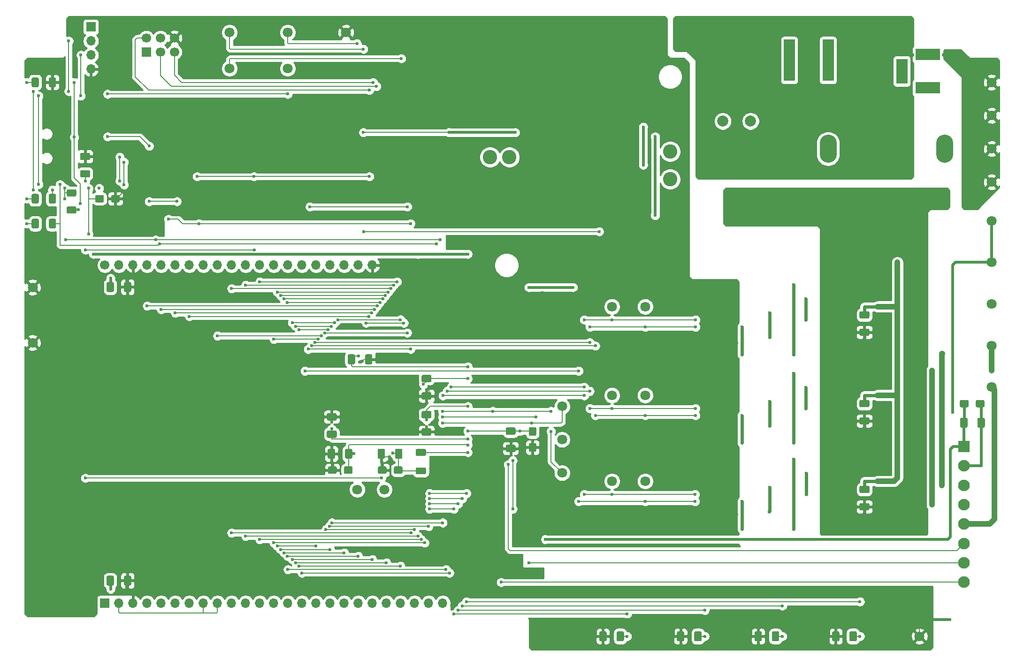
<source format=gbr>
%TF.GenerationSoftware,KiCad,Pcbnew,(5.1.7)-1*%
%TF.CreationDate,2021-02-05T23:52:56+09:00*%
%TF.ProjectId,BLDC_Motor_Controller_Ver2.0A,424c4443-5f4d-46f7-946f-725f436f6e74,Ver 2.0A*%
%TF.SameCoordinates,Original*%
%TF.FileFunction,Copper,L2,Bot*%
%TF.FilePolarity,Positive*%
%FSLAX46Y46*%
G04 Gerber Fmt 4.6, Leading zero omitted, Abs format (unit mm)*
G04 Created by KiCad (PCBNEW (5.1.7)-1) date 2021-02-05 23:52:56*
%MOMM*%
%LPD*%
G01*
G04 APERTURE LIST*
%TA.AperFunction,ComponentPad*%
%ADD10O,3.048000X5.080000*%
%TD*%
%TA.AperFunction,ComponentPad*%
%ADD11R,4.500000X2.000000*%
%TD*%
%TA.AperFunction,ComponentPad*%
%ADD12R,2.000000X4.500000*%
%TD*%
%TA.AperFunction,ComponentPad*%
%ADD13C,1.700000*%
%TD*%
%TA.AperFunction,ComponentPad*%
%ADD14R,1.700000X1.700000*%
%TD*%
%TA.AperFunction,ComponentPad*%
%ADD15O,1.700000X1.700000*%
%TD*%
%TA.AperFunction,ComponentPad*%
%ADD16C,2.100000*%
%TD*%
%TA.AperFunction,ComponentPad*%
%ADD17R,2.100000X2.100000*%
%TD*%
%TA.AperFunction,ComponentPad*%
%ADD18C,2.600000*%
%TD*%
%TA.AperFunction,ComponentPad*%
%ADD19R,2.000000X7.500000*%
%TD*%
%TA.AperFunction,ComponentPad*%
%ADD20C,2.000000*%
%TD*%
%TA.AperFunction,ComponentPad*%
%ADD21C,1.800000*%
%TD*%
%TA.AperFunction,ViaPad*%
%ADD22C,0.600000*%
%TD*%
%TA.AperFunction,ViaPad*%
%ADD23C,1.000000*%
%TD*%
%TA.AperFunction,Conductor*%
%ADD24C,0.500000*%
%TD*%
%TA.AperFunction,Conductor*%
%ADD25C,0.600000*%
%TD*%
%TA.AperFunction,Conductor*%
%ADD26C,1.000000*%
%TD*%
%TA.AperFunction,Conductor*%
%ADD27C,0.200000*%
%TD*%
%TA.AperFunction,Conductor*%
%ADD28C,0.254000*%
%TD*%
%TA.AperFunction,Conductor*%
%ADD29C,0.100000*%
%TD*%
G04 APERTURE END LIST*
%TO.P,C15,2*%
%TO.N,GND*%
%TA.AperFunction,SMDPad,CuDef*%
G36*
G01*
X164042500Y-146349999D02*
X164042500Y-147650001D01*
G75*
G02*
X163792501Y-147900000I-249999J0D01*
G01*
X162967499Y-147900000D01*
G75*
G02*
X162717500Y-147650001I0J249999D01*
G01*
X162717500Y-146349999D01*
G75*
G02*
X162967499Y-146100000I249999J0D01*
G01*
X163792501Y-146100000D01*
G75*
G02*
X164042500Y-146349999I0J-249999D01*
G01*
G37*
%TD.AperFunction*%
%TO.P,C15,1*%
%TO.N,SW1*%
%TA.AperFunction,SMDPad,CuDef*%
G36*
G01*
X167167500Y-146349999D02*
X167167500Y-147650001D01*
G75*
G02*
X166917501Y-147900000I-249999J0D01*
G01*
X166092499Y-147900000D01*
G75*
G02*
X165842500Y-147650001I0J249999D01*
G01*
X165842500Y-146349999D01*
G75*
G02*
X166092499Y-146100000I249999J0D01*
G01*
X166917501Y-146100000D01*
G75*
G02*
X167167500Y-146349999I0J-249999D01*
G01*
G37*
%TD.AperFunction*%
%TD*%
%TO.P,C16,1*%
%TO.N,SW2*%
%TA.AperFunction,SMDPad,CuDef*%
G36*
G01*
X181175000Y-146349999D02*
X181175000Y-147650001D01*
G75*
G02*
X180925001Y-147900000I-249999J0D01*
G01*
X180099999Y-147900000D01*
G75*
G02*
X179850000Y-147650001I0J249999D01*
G01*
X179850000Y-146349999D01*
G75*
G02*
X180099999Y-146100000I249999J0D01*
G01*
X180925001Y-146100000D01*
G75*
G02*
X181175000Y-146349999I0J-249999D01*
G01*
G37*
%TD.AperFunction*%
%TO.P,C16,2*%
%TO.N,GND*%
%TA.AperFunction,SMDPad,CuDef*%
G36*
G01*
X178050000Y-146349999D02*
X178050000Y-147650001D01*
G75*
G02*
X177800001Y-147900000I-249999J0D01*
G01*
X176974999Y-147900000D01*
G75*
G02*
X176725000Y-147650001I0J249999D01*
G01*
X176725000Y-146349999D01*
G75*
G02*
X176974999Y-146100000I249999J0D01*
G01*
X177800001Y-146100000D01*
G75*
G02*
X178050000Y-146349999I0J-249999D01*
G01*
G37*
%TD.AperFunction*%
%TD*%
%TO.P,C17,2*%
%TO.N,GND*%
%TA.AperFunction,SMDPad,CuDef*%
G36*
G01*
X192050000Y-146349999D02*
X192050000Y-147650001D01*
G75*
G02*
X191800001Y-147900000I-249999J0D01*
G01*
X190974999Y-147900000D01*
G75*
G02*
X190725000Y-147650001I0J249999D01*
G01*
X190725000Y-146349999D01*
G75*
G02*
X190974999Y-146100000I249999J0D01*
G01*
X191800001Y-146100000D01*
G75*
G02*
X192050000Y-146349999I0J-249999D01*
G01*
G37*
%TD.AperFunction*%
%TO.P,C17,1*%
%TO.N,SW3*%
%TA.AperFunction,SMDPad,CuDef*%
G36*
G01*
X195175000Y-146349999D02*
X195175000Y-147650001D01*
G75*
G02*
X194925001Y-147900000I-249999J0D01*
G01*
X194099999Y-147900000D01*
G75*
G02*
X193850000Y-147650001I0J249999D01*
G01*
X193850000Y-146349999D01*
G75*
G02*
X194099999Y-146100000I249999J0D01*
G01*
X194925001Y-146100000D01*
G75*
G02*
X195175000Y-146349999I0J-249999D01*
G01*
G37*
%TD.AperFunction*%
%TD*%
%TO.P,C18,1*%
%TO.N,SW4*%
%TA.AperFunction,SMDPad,CuDef*%
G36*
G01*
X209167500Y-146349999D02*
X209167500Y-147650001D01*
G75*
G02*
X208917501Y-147900000I-249999J0D01*
G01*
X208092499Y-147900000D01*
G75*
G02*
X207842500Y-147650001I0J249999D01*
G01*
X207842500Y-146349999D01*
G75*
G02*
X208092499Y-146100000I249999J0D01*
G01*
X208917501Y-146100000D01*
G75*
G02*
X209167500Y-146349999I0J-249999D01*
G01*
G37*
%TD.AperFunction*%
%TO.P,C18,2*%
%TO.N,GND*%
%TA.AperFunction,SMDPad,CuDef*%
G36*
G01*
X206042500Y-146349999D02*
X206042500Y-147650001D01*
G75*
G02*
X205792501Y-147900000I-249999J0D01*
G01*
X204967499Y-147900000D01*
G75*
G02*
X204717500Y-147650001I0J249999D01*
G01*
X204717500Y-146349999D01*
G75*
G02*
X204967499Y-146100000I249999J0D01*
G01*
X205792501Y-146100000D01*
G75*
G02*
X206042500Y-146349999I0J-249999D01*
G01*
G37*
%TD.AperFunction*%
%TD*%
%TO.P,C20,2*%
%TO.N,GND*%
%TA.AperFunction,SMDPad,CuDef*%
G36*
G01*
X115350000Y-116574999D02*
X115350000Y-117425001D01*
G75*
G02*
X115100001Y-117675000I-249999J0D01*
G01*
X114024999Y-117675000D01*
G75*
G02*
X113775000Y-117425001I0J249999D01*
G01*
X113775000Y-116574999D01*
G75*
G02*
X114024999Y-116325000I249999J0D01*
G01*
X115100001Y-116325000D01*
G75*
G02*
X115350000Y-116574999I0J-249999D01*
G01*
G37*
%TD.AperFunction*%
%TO.P,C20,1*%
%TO.N,+3.3V*%
%TA.AperFunction,SMDPad,CuDef*%
G36*
G01*
X118225000Y-116574999D02*
X118225000Y-117425001D01*
G75*
G02*
X117975001Y-117675000I-249999J0D01*
G01*
X116899999Y-117675000D01*
G75*
G02*
X116650000Y-117425001I0J249999D01*
G01*
X116650000Y-116574999D01*
G75*
G02*
X116899999Y-116325000I249999J0D01*
G01*
X117975001Y-116325000D01*
G75*
G02*
X118225000Y-116574999I0J-249999D01*
G01*
G37*
%TD.AperFunction*%
%TD*%
%TO.P,C21,2*%
%TO.N,GND*%
%TA.AperFunction,SMDPad,CuDef*%
G36*
G01*
X130899999Y-109450000D02*
X132200001Y-109450000D01*
G75*
G02*
X132450000Y-109699999I0J-249999D01*
G01*
X132450000Y-110525001D01*
G75*
G02*
X132200001Y-110775000I-249999J0D01*
G01*
X130899999Y-110775000D01*
G75*
G02*
X130650000Y-110525001I0J249999D01*
G01*
X130650000Y-109699999D01*
G75*
G02*
X130899999Y-109450000I249999J0D01*
G01*
G37*
%TD.AperFunction*%
%TO.P,C21,1*%
%TO.N,+3.3V*%
%TA.AperFunction,SMDPad,CuDef*%
G36*
G01*
X130899999Y-106325000D02*
X132200001Y-106325000D01*
G75*
G02*
X132450000Y-106574999I0J-249999D01*
G01*
X132450000Y-107400001D01*
G75*
G02*
X132200001Y-107650000I-249999J0D01*
G01*
X130899999Y-107650000D01*
G75*
G02*
X130650000Y-107400001I0J249999D01*
G01*
X130650000Y-106574999D01*
G75*
G02*
X130899999Y-106325000I249999J0D01*
G01*
G37*
%TD.AperFunction*%
%TD*%
%TO.P,C22,1*%
%TO.N,+3.3V*%
%TA.AperFunction,SMDPad,CuDef*%
G36*
G01*
X130899999Y-99825000D02*
X132200001Y-99825000D01*
G75*
G02*
X132450000Y-100074999I0J-249999D01*
G01*
X132450000Y-100900001D01*
G75*
G02*
X132200001Y-101150000I-249999J0D01*
G01*
X130899999Y-101150000D01*
G75*
G02*
X130650000Y-100900001I0J249999D01*
G01*
X130650000Y-100074999D01*
G75*
G02*
X130899999Y-99825000I249999J0D01*
G01*
G37*
%TD.AperFunction*%
%TO.P,C22,2*%
%TO.N,GND*%
%TA.AperFunction,SMDPad,CuDef*%
G36*
G01*
X130899999Y-102950000D02*
X132200001Y-102950000D01*
G75*
G02*
X132450000Y-103199999I0J-249999D01*
G01*
X132450000Y-104025001D01*
G75*
G02*
X132200001Y-104275000I-249999J0D01*
G01*
X130899999Y-104275000D01*
G75*
G02*
X130650000Y-104025001I0J249999D01*
G01*
X130650000Y-103199999D01*
G75*
G02*
X130899999Y-102950000I249999J0D01*
G01*
G37*
%TD.AperFunction*%
%TD*%
%TO.P,C23,1*%
%TO.N,+3.3V*%
%TA.AperFunction,SMDPad,CuDef*%
G36*
G01*
X117325000Y-97650001D02*
X117325000Y-96349999D01*
G75*
G02*
X117574999Y-96100000I249999J0D01*
G01*
X118400001Y-96100000D01*
G75*
G02*
X118650000Y-96349999I0J-249999D01*
G01*
X118650000Y-97650001D01*
G75*
G02*
X118400001Y-97900000I-249999J0D01*
G01*
X117574999Y-97900000D01*
G75*
G02*
X117325000Y-97650001I0J249999D01*
G01*
G37*
%TD.AperFunction*%
%TO.P,C23,2*%
%TO.N,GND*%
%TA.AperFunction,SMDPad,CuDef*%
G36*
G01*
X120450000Y-97650001D02*
X120450000Y-96349999D01*
G75*
G02*
X120699999Y-96100000I249999J0D01*
G01*
X121525001Y-96100000D01*
G75*
G02*
X121775000Y-96349999I0J-249999D01*
G01*
X121775000Y-97650001D01*
G75*
G02*
X121525001Y-97900000I-249999J0D01*
G01*
X120699999Y-97900000D01*
G75*
G02*
X120450000Y-97650001I0J249999D01*
G01*
G37*
%TD.AperFunction*%
%TD*%
%TO.P,C24,2*%
%TO.N,GND*%
%TA.AperFunction,SMDPad,CuDef*%
G36*
G01*
X115100001Y-108050000D02*
X113799999Y-108050000D01*
G75*
G02*
X113550000Y-107800001I0J249999D01*
G01*
X113550000Y-106974999D01*
G75*
G02*
X113799999Y-106725000I249999J0D01*
G01*
X115100001Y-106725000D01*
G75*
G02*
X115350000Y-106974999I0J-249999D01*
G01*
X115350000Y-107800001D01*
G75*
G02*
X115100001Y-108050000I-249999J0D01*
G01*
G37*
%TD.AperFunction*%
%TO.P,C24,1*%
%TO.N,+3.3V*%
%TA.AperFunction,SMDPad,CuDef*%
G36*
G01*
X115100001Y-111175000D02*
X113799999Y-111175000D01*
G75*
G02*
X113550000Y-110925001I0J249999D01*
G01*
X113550000Y-110099999D01*
G75*
G02*
X113799999Y-109850000I249999J0D01*
G01*
X115100001Y-109850000D01*
G75*
G02*
X115350000Y-110099999I0J-249999D01*
G01*
X115350000Y-110925001D01*
G75*
G02*
X115100001Y-111175000I-249999J0D01*
G01*
G37*
%TD.AperFunction*%
%TD*%
%TO.P,C25,1*%
%TO.N,+3.3V*%
%TA.AperFunction,SMDPad,CuDef*%
G36*
G01*
X118175000Y-113399999D02*
X118175000Y-114700001D01*
G75*
G02*
X117925001Y-114950000I-249999J0D01*
G01*
X117099999Y-114950000D01*
G75*
G02*
X116850000Y-114700001I0J249999D01*
G01*
X116850000Y-113399999D01*
G75*
G02*
X117099999Y-113150000I249999J0D01*
G01*
X117925001Y-113150000D01*
G75*
G02*
X118175000Y-113399999I0J-249999D01*
G01*
G37*
%TD.AperFunction*%
%TO.P,C25,2*%
%TO.N,GND*%
%TA.AperFunction,SMDPad,CuDef*%
G36*
G01*
X115050000Y-113399999D02*
X115050000Y-114700001D01*
G75*
G02*
X114800001Y-114950000I-249999J0D01*
G01*
X113974999Y-114950000D01*
G75*
G02*
X113725000Y-114700001I0J249999D01*
G01*
X113725000Y-113399999D01*
G75*
G02*
X113974999Y-113150000I249999J0D01*
G01*
X114800001Y-113150000D01*
G75*
G02*
X115050000Y-113399999I0J-249999D01*
G01*
G37*
%TD.AperFunction*%
%TD*%
%TO.P,C28,2*%
%TO.N,GND*%
%TA.AperFunction,SMDPad,CuDef*%
G36*
G01*
X124050000Y-113399999D02*
X124050000Y-114700001D01*
G75*
G02*
X123800001Y-114950000I-249999J0D01*
G01*
X122974999Y-114950000D01*
G75*
G02*
X122725000Y-114700001I0J249999D01*
G01*
X122725000Y-113399999D01*
G75*
G02*
X122974999Y-113150000I249999J0D01*
G01*
X123800001Y-113150000D01*
G75*
G02*
X124050000Y-113399999I0J-249999D01*
G01*
G37*
%TD.AperFunction*%
%TO.P,C28,1*%
%TO.N,Net-(C28-Pad1)*%
%TA.AperFunction,SMDPad,CuDef*%
G36*
G01*
X127175000Y-113399999D02*
X127175000Y-114700001D01*
G75*
G02*
X126925001Y-114950000I-249999J0D01*
G01*
X126099999Y-114950000D01*
G75*
G02*
X125850000Y-114700001I0J249999D01*
G01*
X125850000Y-113399999D01*
G75*
G02*
X126099999Y-113150000I249999J0D01*
G01*
X126925001Y-113150000D01*
G75*
G02*
X127175000Y-113399999I0J-249999D01*
G01*
G37*
%TD.AperFunction*%
%TD*%
%TO.P,C29,1*%
%TO.N,Net-(C28-Pad1)*%
%TA.AperFunction,SMDPad,CuDef*%
G36*
G01*
X127225000Y-116574999D02*
X127225000Y-117425001D01*
G75*
G02*
X126975001Y-117675000I-249999J0D01*
G01*
X125899999Y-117675000D01*
G75*
G02*
X125650000Y-117425001I0J249999D01*
G01*
X125650000Y-116574999D01*
G75*
G02*
X125899999Y-116325000I249999J0D01*
G01*
X126975001Y-116325000D01*
G75*
G02*
X127225000Y-116574999I0J-249999D01*
G01*
G37*
%TD.AperFunction*%
%TO.P,C29,2*%
%TO.N,GND*%
%TA.AperFunction,SMDPad,CuDef*%
G36*
G01*
X124350000Y-116574999D02*
X124350000Y-117425001D01*
G75*
G02*
X124100001Y-117675000I-249999J0D01*
G01*
X123024999Y-117675000D01*
G75*
G02*
X122775000Y-117425001I0J249999D01*
G01*
X122775000Y-116574999D01*
G75*
G02*
X123024999Y-116325000I249999J0D01*
G01*
X124100001Y-116325000D01*
G75*
G02*
X124350000Y-116574999I0J-249999D01*
G01*
G37*
%TD.AperFunction*%
%TD*%
%TO.P,C46,2*%
%TO.N,GND*%
%TA.AperFunction,SMDPad,CuDef*%
G36*
G01*
X150254999Y-112120000D02*
X151105001Y-112120000D01*
G75*
G02*
X151355000Y-112369999I0J-249999D01*
G01*
X151355000Y-113445001D01*
G75*
G02*
X151105001Y-113695000I-249999J0D01*
G01*
X150254999Y-113695000D01*
G75*
G02*
X150005000Y-113445001I0J249999D01*
G01*
X150005000Y-112369999D01*
G75*
G02*
X150254999Y-112120000I249999J0D01*
G01*
G37*
%TD.AperFunction*%
%TO.P,C46,1*%
%TO.N,+3.3V*%
%TA.AperFunction,SMDPad,CuDef*%
G36*
G01*
X150254999Y-109245000D02*
X151105001Y-109245000D01*
G75*
G02*
X151355000Y-109494999I0J-249999D01*
G01*
X151355000Y-110570001D01*
G75*
G02*
X151105001Y-110820000I-249999J0D01*
G01*
X150254999Y-110820000D01*
G75*
G02*
X150005000Y-110570001I0J249999D01*
G01*
X150005000Y-109494999D01*
G75*
G02*
X150254999Y-109245000I249999J0D01*
G01*
G37*
%TD.AperFunction*%
%TD*%
%TO.P,C48,2*%
%TO.N,GND*%
%TA.AperFunction,SMDPad,CuDef*%
G36*
G01*
X76950000Y-84600001D02*
X76950000Y-83299999D01*
G75*
G02*
X77199999Y-83050000I249999J0D01*
G01*
X78025001Y-83050000D01*
G75*
G02*
X78275000Y-83299999I0J-249999D01*
G01*
X78275000Y-84600001D01*
G75*
G02*
X78025001Y-84850000I-249999J0D01*
G01*
X77199999Y-84850000D01*
G75*
G02*
X76950000Y-84600001I0J249999D01*
G01*
G37*
%TD.AperFunction*%
%TO.P,C48,1*%
%TO.N,+3.3V*%
%TA.AperFunction,SMDPad,CuDef*%
G36*
G01*
X73825000Y-84600001D02*
X73825000Y-83299999D01*
G75*
G02*
X74074999Y-83050000I249999J0D01*
G01*
X74900001Y-83050000D01*
G75*
G02*
X75150000Y-83299999I0J-249999D01*
G01*
X75150000Y-84600001D01*
G75*
G02*
X74900001Y-84850000I-249999J0D01*
G01*
X74074999Y-84850000D01*
G75*
G02*
X73825000Y-84600001I0J249999D01*
G01*
G37*
%TD.AperFunction*%
%TD*%
%TO.P,C49,2*%
%TO.N,GNDA*%
%TA.AperFunction,SMDPad,CuDef*%
G36*
G01*
X209899999Y-91450000D02*
X211200001Y-91450000D01*
G75*
G02*
X211450000Y-91699999I0J-249999D01*
G01*
X211450000Y-92525001D01*
G75*
G02*
X211200001Y-92775000I-249999J0D01*
G01*
X209899999Y-92775000D01*
G75*
G02*
X209650000Y-92525001I0J249999D01*
G01*
X209650000Y-91699999D01*
G75*
G02*
X209899999Y-91450000I249999J0D01*
G01*
G37*
%TD.AperFunction*%
%TO.P,C49,1*%
%TO.N,+24V*%
%TA.AperFunction,SMDPad,CuDef*%
G36*
G01*
X209899999Y-88325000D02*
X211200001Y-88325000D01*
G75*
G02*
X211450000Y-88574999I0J-249999D01*
G01*
X211450000Y-89400001D01*
G75*
G02*
X211200001Y-89650000I-249999J0D01*
G01*
X209899999Y-89650000D01*
G75*
G02*
X209650000Y-89400001I0J249999D01*
G01*
X209650000Y-88574999D01*
G75*
G02*
X209899999Y-88325000I249999J0D01*
G01*
G37*
%TD.AperFunction*%
%TD*%
%TO.P,C50,2*%
%TO.N,GND*%
%TA.AperFunction,SMDPad,CuDef*%
G36*
G01*
X76950000Y-137600001D02*
X76950000Y-136299999D01*
G75*
G02*
X77199999Y-136050000I249999J0D01*
G01*
X78025001Y-136050000D01*
G75*
G02*
X78275000Y-136299999I0J-249999D01*
G01*
X78275000Y-137600001D01*
G75*
G02*
X78025001Y-137850000I-249999J0D01*
G01*
X77199999Y-137850000D01*
G75*
G02*
X76950000Y-137600001I0J249999D01*
G01*
G37*
%TD.AperFunction*%
%TO.P,C50,1*%
%TO.N,+3.3V*%
%TA.AperFunction,SMDPad,CuDef*%
G36*
G01*
X73825000Y-137600001D02*
X73825000Y-136299999D01*
G75*
G02*
X74074999Y-136050000I249999J0D01*
G01*
X74900001Y-136050000D01*
G75*
G02*
X75150000Y-136299999I0J-249999D01*
G01*
X75150000Y-137600001D01*
G75*
G02*
X74900001Y-137850000I-249999J0D01*
G01*
X74074999Y-137850000D01*
G75*
G02*
X73825000Y-137600001I0J249999D01*
G01*
G37*
%TD.AperFunction*%
%TD*%
%TO.P,C51,1*%
%TO.N,+24V*%
%TA.AperFunction,SMDPad,CuDef*%
G36*
G01*
X209899999Y-104325000D02*
X211200001Y-104325000D01*
G75*
G02*
X211450000Y-104574999I0J-249999D01*
G01*
X211450000Y-105400001D01*
G75*
G02*
X211200001Y-105650000I-249999J0D01*
G01*
X209899999Y-105650000D01*
G75*
G02*
X209650000Y-105400001I0J249999D01*
G01*
X209650000Y-104574999D01*
G75*
G02*
X209899999Y-104325000I249999J0D01*
G01*
G37*
%TD.AperFunction*%
%TO.P,C51,2*%
%TO.N,GNDA*%
%TA.AperFunction,SMDPad,CuDef*%
G36*
G01*
X209899999Y-107450000D02*
X211200001Y-107450000D01*
G75*
G02*
X211450000Y-107699999I0J-249999D01*
G01*
X211450000Y-108525001D01*
G75*
G02*
X211200001Y-108775000I-249999J0D01*
G01*
X209899999Y-108775000D01*
G75*
G02*
X209650000Y-108525001I0J249999D01*
G01*
X209650000Y-107699999D01*
G75*
G02*
X209899999Y-107450000I249999J0D01*
G01*
G37*
%TD.AperFunction*%
%TD*%
%TO.P,C52,1*%
%TO.N,+3.3V*%
%TA.AperFunction,SMDPad,CuDef*%
G36*
G01*
X146079999Y-109295000D02*
X147380001Y-109295000D01*
G75*
G02*
X147630000Y-109544999I0J-249999D01*
G01*
X147630000Y-110370001D01*
G75*
G02*
X147380001Y-110620000I-249999J0D01*
G01*
X146079999Y-110620000D01*
G75*
G02*
X145830000Y-110370001I0J249999D01*
G01*
X145830000Y-109544999D01*
G75*
G02*
X146079999Y-109295000I249999J0D01*
G01*
G37*
%TD.AperFunction*%
%TO.P,C52,2*%
%TO.N,GND*%
%TA.AperFunction,SMDPad,CuDef*%
G36*
G01*
X146079999Y-112420000D02*
X147380001Y-112420000D01*
G75*
G02*
X147630000Y-112669999I0J-249999D01*
G01*
X147630000Y-113495001D01*
G75*
G02*
X147380001Y-113745000I-249999J0D01*
G01*
X146079999Y-113745000D01*
G75*
G02*
X145830000Y-113495001I0J249999D01*
G01*
X145830000Y-112669999D01*
G75*
G02*
X146079999Y-112420000I249999J0D01*
G01*
G37*
%TD.AperFunction*%
%TD*%
%TO.P,C53,2*%
%TO.N,GNDA*%
%TA.AperFunction,SMDPad,CuDef*%
G36*
G01*
X209899999Y-122950000D02*
X211200001Y-122950000D01*
G75*
G02*
X211450000Y-123199999I0J-249999D01*
G01*
X211450000Y-124025001D01*
G75*
G02*
X211200001Y-124275000I-249999J0D01*
G01*
X209899999Y-124275000D01*
G75*
G02*
X209650000Y-124025001I0J249999D01*
G01*
X209650000Y-123199999D01*
G75*
G02*
X209899999Y-122950000I249999J0D01*
G01*
G37*
%TD.AperFunction*%
%TO.P,C53,1*%
%TO.N,+24V*%
%TA.AperFunction,SMDPad,CuDef*%
G36*
G01*
X209899999Y-119825000D02*
X211200001Y-119825000D01*
G75*
G02*
X211450000Y-120074999I0J-249999D01*
G01*
X211450000Y-120900001D01*
G75*
G02*
X211200001Y-121150000I-249999J0D01*
G01*
X209899999Y-121150000D01*
G75*
G02*
X209650000Y-120900001I0J249999D01*
G01*
X209650000Y-120074999D01*
G75*
G02*
X209899999Y-119825000I249999J0D01*
G01*
G37*
%TD.AperFunction*%
%TD*%
%TO.P,C55,2*%
%TO.N,GND*%
%TA.AperFunction,SMDPad,CuDef*%
G36*
G01*
X230650000Y-105425001D02*
X230650000Y-104574999D01*
G75*
G02*
X230899999Y-104325000I249999J0D01*
G01*
X231975001Y-104325000D01*
G75*
G02*
X232225000Y-104574999I0J-249999D01*
G01*
X232225000Y-105425001D01*
G75*
G02*
X231975001Y-105675000I-249999J0D01*
G01*
X230899999Y-105675000D01*
G75*
G02*
X230650000Y-105425001I0J249999D01*
G01*
G37*
%TD.AperFunction*%
%TO.P,C55,1*%
%TO.N,+5V*%
%TA.AperFunction,SMDPad,CuDef*%
G36*
G01*
X227775000Y-105425001D02*
X227775000Y-104574999D01*
G75*
G02*
X228024999Y-104325000I249999J0D01*
G01*
X229100001Y-104325000D01*
G75*
G02*
X229350000Y-104574999I0J-249999D01*
G01*
X229350000Y-105425001D01*
G75*
G02*
X229100001Y-105675000I-249999J0D01*
G01*
X228024999Y-105675000D01*
G75*
G02*
X227775000Y-105425001I0J249999D01*
G01*
G37*
%TD.AperFunction*%
%TD*%
%TO.P,C57,2*%
%TO.N,GND*%
%TA.AperFunction,SMDPad,CuDef*%
G36*
G01*
X230950000Y-109100001D02*
X230950000Y-107799999D01*
G75*
G02*
X231199999Y-107550000I249999J0D01*
G01*
X232025001Y-107550000D01*
G75*
G02*
X232275000Y-107799999I0J-249999D01*
G01*
X232275000Y-109100001D01*
G75*
G02*
X232025001Y-109350000I-249999J0D01*
G01*
X231199999Y-109350000D01*
G75*
G02*
X230950000Y-109100001I0J249999D01*
G01*
G37*
%TD.AperFunction*%
%TO.P,C57,1*%
%TO.N,+5V*%
%TA.AperFunction,SMDPad,CuDef*%
G36*
G01*
X227825000Y-109100001D02*
X227825000Y-107799999D01*
G75*
G02*
X228074999Y-107550000I249999J0D01*
G01*
X228900001Y-107550000D01*
G75*
G02*
X229150000Y-107799999I0J-249999D01*
G01*
X229150000Y-109100001D01*
G75*
G02*
X228900001Y-109350000I-249999J0D01*
G01*
X228074999Y-109350000D01*
G75*
G02*
X227825000Y-109100001I0J249999D01*
G01*
G37*
%TD.AperFunction*%
%TD*%
%TO.P,C59,2*%
%TO.N,GND*%
%TA.AperFunction,SMDPad,CuDef*%
G36*
G01*
X70600001Y-61050000D02*
X69299999Y-61050000D01*
G75*
G02*
X69050000Y-60800001I0J249999D01*
G01*
X69050000Y-59974999D01*
G75*
G02*
X69299999Y-59725000I249999J0D01*
G01*
X70600001Y-59725000D01*
G75*
G02*
X70850000Y-59974999I0J-249999D01*
G01*
X70850000Y-60800001D01*
G75*
G02*
X70600001Y-61050000I-249999J0D01*
G01*
G37*
%TD.AperFunction*%
%TO.P,C59,1*%
%TO.N,Net-(C59-Pad1)*%
%TA.AperFunction,SMDPad,CuDef*%
G36*
G01*
X70600001Y-64175000D02*
X69299999Y-64175000D01*
G75*
G02*
X69050000Y-63925001I0J249999D01*
G01*
X69050000Y-63099999D01*
G75*
G02*
X69299999Y-62850000I249999J0D01*
G01*
X70600001Y-62850000D01*
G75*
G02*
X70850000Y-63099999I0J-249999D01*
G01*
X70850000Y-63925001D01*
G75*
G02*
X70600001Y-64175000I-249999J0D01*
G01*
G37*
%TD.AperFunction*%
%TD*%
%TO.P,C63,2*%
%TO.N,GND*%
%TA.AperFunction,SMDPad,CuDef*%
G36*
G01*
X74637500Y-68425001D02*
X74637500Y-67574999D01*
G75*
G02*
X74887499Y-67325000I249999J0D01*
G01*
X75962501Y-67325000D01*
G75*
G02*
X76212500Y-67574999I0J-249999D01*
G01*
X76212500Y-68425001D01*
G75*
G02*
X75962501Y-68675000I-249999J0D01*
G01*
X74887499Y-68675000D01*
G75*
G02*
X74637500Y-68425001I0J249999D01*
G01*
G37*
%TD.AperFunction*%
%TO.P,C63,1*%
%TO.N,+3.3V*%
%TA.AperFunction,SMDPad,CuDef*%
G36*
G01*
X71762500Y-68425001D02*
X71762500Y-67574999D01*
G75*
G02*
X72012499Y-67325000I249999J0D01*
G01*
X73087501Y-67325000D01*
G75*
G02*
X73337500Y-67574999I0J-249999D01*
G01*
X73337500Y-68425001D01*
G75*
G02*
X73087501Y-68675000I-249999J0D01*
G01*
X72012499Y-68675000D01*
G75*
G02*
X71762500Y-68425001I0J249999D01*
G01*
G37*
%TD.AperFunction*%
%TD*%
D10*
%TO.P,F1,2*%
%TO.N,Net-(F1-Pad2)*%
X225000000Y-59000000D03*
%TO.P,F1,1*%
%TO.N,Net-(F1-Pad1)*%
X204000000Y-59000000D03*
%TD*%
D11*
%TO.P,J1,2*%
%TO.N,GNDPWR*%
X222000000Y-42000000D03*
%TO.P,J1,1*%
%TO.N,Net-(F1-Pad2)*%
X222000000Y-48000000D03*
D12*
%TO.P,J1,3*%
%TO.N,Net-(J1-Pad3)*%
X217300000Y-45000000D03*
%TD*%
D13*
%TO.P,J2,6*%
%TO.N,GND*%
X86080000Y-39000000D03*
%TO.P,J2,5*%
%TO.N,SWCLK*%
X86080000Y-41540000D03*
%TO.P,J2,4*%
%TO.N,Net-(J2-Pad4)*%
X83540000Y-39000000D03*
%TO.P,J2,3*%
%TO.N,SWDIO*%
X83540000Y-41540000D03*
%TO.P,J2,2*%
%TO.N,NRST*%
X81000000Y-39000000D03*
D14*
%TO.P,J2,1*%
%TO.N,+3.3V*%
X81000000Y-41540000D03*
%TD*%
D15*
%TO.P,J3,4*%
%TO.N,GND*%
X71000000Y-44620000D03*
%TO.P,J3,3*%
%TO.N,UART3_RX*%
X71000000Y-42080000D03*
%TO.P,J3,2*%
%TO.N,UART3_TX*%
X71000000Y-39540000D03*
D14*
%TO.P,J3,1*%
%TO.N,+3.3V*%
X71000000Y-37000000D03*
%TD*%
D16*
%TO.P,J4,5*%
%TO.N,Net-(C35-Pad2)*%
X228500000Y-126750000D03*
D17*
%TO.P,J4,1*%
%TO.N,+5V*%
X228500000Y-112750000D03*
D16*
%TO.P,J4,8*%
%TO.N,Net-(C41-Pad1)*%
X228500000Y-137250000D03*
%TO.P,J4,2*%
%TO.N,GND*%
X228500000Y-116250000D03*
%TO.P,J4,3*%
%TO.N,Net-(C33-Pad2)*%
X228500000Y-119750000D03*
%TO.P,J4,6*%
%TO.N,Net-(C39-Pad1)*%
X228500000Y-130250000D03*
%TO.P,J4,7*%
%TO.N,Net-(C40-Pad1)*%
X228500000Y-133750000D03*
%TO.P,J4,4*%
%TO.N,Net-(C34-Pad2)*%
X228500000Y-123250000D03*
%TD*%
D18*
%TO.P,L1,2*%
%TO.N,+5V*%
X146500000Y-60500000D03*
%TO.P,L1,1*%
%TO.N,Net-(D4-PadK)*%
X143000000Y-60500000D03*
%TD*%
%TO.P,L2,2*%
%TO.N,+12V*%
X175500000Y-59500000D03*
%TO.P,L2,1*%
%TO.N,Net-(D3-PadK)*%
X175500000Y-64500000D03*
%TD*%
%TO.P,L3,1*%
%TO.N,Net-(C28-Pad1)*%
%TA.AperFunction,SMDPad,CuDef*%
G36*
G01*
X131225000Y-117750000D02*
X129825000Y-117750000D01*
G75*
G02*
X129575000Y-117500000I0J250000D01*
G01*
X129575000Y-116775000D01*
G75*
G02*
X129825000Y-116525000I250000J0D01*
G01*
X131225000Y-116525000D01*
G75*
G02*
X131475000Y-116775000I0J-250000D01*
G01*
X131475000Y-117500000D01*
G75*
G02*
X131225000Y-117750000I-250000J0D01*
G01*
G37*
%TD.AperFunction*%
%TO.P,L3,2*%
%TO.N,+3.3V*%
%TA.AperFunction,SMDPad,CuDef*%
G36*
G01*
X131225000Y-114425000D02*
X129825000Y-114425000D01*
G75*
G02*
X129575000Y-114175000I0J250000D01*
G01*
X129575000Y-113450000D01*
G75*
G02*
X129825000Y-113200000I250000J0D01*
G01*
X131225000Y-113200000D01*
G75*
G02*
X131475000Y-113450000I0J-250000D01*
G01*
X131475000Y-114175000D01*
G75*
G02*
X131225000Y-114425000I-250000J0D01*
G01*
G37*
%TD.AperFunction*%
%TD*%
%TO.P,R27,2*%
%TO.N,Net-(D17-Pad1)*%
%TA.AperFunction,SMDPad,CuDef*%
G36*
G01*
X61600000Y-46375000D02*
X61600000Y-47625000D01*
G75*
G02*
X61350000Y-47875000I-250000J0D01*
G01*
X60550000Y-47875000D01*
G75*
G02*
X60300000Y-47625000I0J250000D01*
G01*
X60300000Y-46375000D01*
G75*
G02*
X60550000Y-46125000I250000J0D01*
G01*
X61350000Y-46125000D01*
G75*
G02*
X61600000Y-46375000I0J-250000D01*
G01*
G37*
%TD.AperFunction*%
%TO.P,R27,1*%
%TO.N,GND*%
%TA.AperFunction,SMDPad,CuDef*%
G36*
G01*
X64700000Y-46375000D02*
X64700000Y-47625000D01*
G75*
G02*
X64450000Y-47875000I-250000J0D01*
G01*
X63650000Y-47875000D01*
G75*
G02*
X63400000Y-47625000I0J250000D01*
G01*
X63400000Y-46375000D01*
G75*
G02*
X63650000Y-46125000I250000J0D01*
G01*
X64450000Y-46125000D01*
G75*
G02*
X64700000Y-46375000I0J-250000D01*
G01*
G37*
%TD.AperFunction*%
%TD*%
%TO.P,R28,2*%
%TO.N,Net-(D18-Pad1)*%
%TA.AperFunction,SMDPad,CuDef*%
G36*
G01*
X61600000Y-71875000D02*
X61600000Y-73125000D01*
G75*
G02*
X61350000Y-73375000I-250000J0D01*
G01*
X60550000Y-73375000D01*
G75*
G02*
X60300000Y-73125000I0J250000D01*
G01*
X60300000Y-71875000D01*
G75*
G02*
X60550000Y-71625000I250000J0D01*
G01*
X61350000Y-71625000D01*
G75*
G02*
X61600000Y-71875000I0J-250000D01*
G01*
G37*
%TD.AperFunction*%
%TO.P,R28,1*%
%TO.N,UART3_RX*%
%TA.AperFunction,SMDPad,CuDef*%
G36*
G01*
X64700000Y-71875000D02*
X64700000Y-73125000D01*
G75*
G02*
X64450000Y-73375000I-250000J0D01*
G01*
X63650000Y-73375000D01*
G75*
G02*
X63400000Y-73125000I0J250000D01*
G01*
X63400000Y-71875000D01*
G75*
G02*
X63650000Y-71625000I250000J0D01*
G01*
X64450000Y-71625000D01*
G75*
G02*
X64700000Y-71875000I0J-250000D01*
G01*
G37*
%TD.AperFunction*%
%TD*%
%TO.P,R29,2*%
%TO.N,Net-(D19-Pad1)*%
%TA.AperFunction,SMDPad,CuDef*%
G36*
G01*
X61600000Y-67375000D02*
X61600000Y-68625000D01*
G75*
G02*
X61350000Y-68875000I-250000J0D01*
G01*
X60550000Y-68875000D01*
G75*
G02*
X60300000Y-68625000I0J250000D01*
G01*
X60300000Y-67375000D01*
G75*
G02*
X60550000Y-67125000I250000J0D01*
G01*
X61350000Y-67125000D01*
G75*
G02*
X61600000Y-67375000I0J-250000D01*
G01*
G37*
%TD.AperFunction*%
%TO.P,R29,1*%
%TO.N,UART3_TX*%
%TA.AperFunction,SMDPad,CuDef*%
G36*
G01*
X64700000Y-67375000D02*
X64700000Y-68625000D01*
G75*
G02*
X64450000Y-68875000I-250000J0D01*
G01*
X63650000Y-68875000D01*
G75*
G02*
X63400000Y-68625000I0J250000D01*
G01*
X63400000Y-67375000D01*
G75*
G02*
X63650000Y-67125000I250000J0D01*
G01*
X64450000Y-67125000D01*
G75*
G02*
X64700000Y-67375000I0J-250000D01*
G01*
G37*
%TD.AperFunction*%
%TD*%
%TO.P,R30,2*%
%TO.N,Net-(R30-Pad2)*%
%TA.AperFunction,SMDPad,CuDef*%
G36*
G01*
X66875000Y-69400000D02*
X68125000Y-69400000D01*
G75*
G02*
X68375000Y-69650000I0J-250000D01*
G01*
X68375000Y-70450000D01*
G75*
G02*
X68125000Y-70700000I-250000J0D01*
G01*
X66875000Y-70700000D01*
G75*
G02*
X66625000Y-70450000I0J250000D01*
G01*
X66625000Y-69650000D01*
G75*
G02*
X66875000Y-69400000I250000J0D01*
G01*
G37*
%TD.AperFunction*%
%TO.P,R30,1*%
%TO.N,+3.3V*%
%TA.AperFunction,SMDPad,CuDef*%
G36*
G01*
X66875000Y-66300000D02*
X68125000Y-66300000D01*
G75*
G02*
X68375000Y-66550000I0J-250000D01*
G01*
X68375000Y-67350000D01*
G75*
G02*
X68125000Y-67600000I-250000J0D01*
G01*
X66875000Y-67600000D01*
G75*
G02*
X66625000Y-67350000I0J250000D01*
G01*
X66625000Y-66550000D01*
G75*
G02*
X66875000Y-66300000I250000J0D01*
G01*
G37*
%TD.AperFunction*%
%TD*%
D19*
%TO.P,SW1,2*%
%TO.N,Net-(D1-PadA)*%
X197000000Y-43000000D03*
%TO.P,SW1,1*%
%TO.N,Net-(F1-Pad1)*%
X204000000Y-43000000D03*
%TD*%
D20*
%TO.P,TH1,1*%
%TO.N,+24V*%
X185000000Y-54000000D03*
%TO.P,TH1,2*%
%TO.N,Net-(D1-PadK)*%
X190000000Y-54000000D03*
%TD*%
D21*
%TO.P,TP1,1*%
%TO.N,+24V*%
X96000000Y-38000000D03*
%TD*%
%TO.P,TP2,1*%
%TO.N,+12V*%
X106500000Y-38000000D03*
%TD*%
%TO.P,TP3,1*%
%TO.N,+5V*%
X96000000Y-44500000D03*
%TD*%
%TO.P,TP4,1*%
%TO.N,+3.3V*%
X106500000Y-44500000D03*
%TD*%
%TO.P,TP5,1*%
%TO.N,UT*%
X165000000Y-87500000D03*
%TD*%
%TO.P,TP6,1*%
%TO.N,UB*%
X171000000Y-87500000D03*
%TD*%
%TO.P,TP7,1*%
%TO.N,VT*%
X165000000Y-103500000D03*
%TD*%
%TO.P,TP8,1*%
%TO.N,VB*%
X171000000Y-103500000D03*
%TD*%
%TO.P,TP9,1*%
%TO.N,WT*%
X165000000Y-119000000D03*
%TD*%
%TO.P,TP10,1*%
%TO.N,WB*%
X171000000Y-119000000D03*
%TD*%
%TO.P,TP11,1*%
%TO.N,Net-(C33-Pad2)*%
X233500000Y-87000000D03*
%TD*%
%TO.P,TP12,1*%
%TO.N,Net-(C34-Pad2)*%
X233500000Y-94500000D03*
%TD*%
%TO.P,TP13,1*%
%TO.N,Net-(C35-Pad2)*%
X233500000Y-102000000D03*
%TD*%
%TO.P,TP14,1*%
%TO.N,HA*%
X156000000Y-105500000D03*
%TD*%
%TO.P,TP15,1*%
%TO.N,HB*%
X156000000Y-111500000D03*
%TD*%
%TO.P,TP16,1*%
%TO.N,HC*%
X156000000Y-117500000D03*
%TD*%
%TO.P,TP17,1*%
%TO.N,GNDPWR*%
X233500000Y-65000000D03*
%TD*%
%TO.P,TP18,1*%
%TO.N,GNDPWR*%
X233500000Y-59000000D03*
%TD*%
%TO.P,TP19,1*%
%TO.N,GNDPWR*%
X233500000Y-53000000D03*
%TD*%
%TO.P,TP20,1*%
%TO.N,GNDPWR*%
X233500000Y-47000000D03*
%TD*%
%TO.P,TP21,1*%
%TO.N,GND*%
X117000000Y-38000000D03*
%TD*%
%TO.P,TP22,1*%
%TO.N,GND*%
X60500000Y-84000000D03*
%TD*%
%TO.P,TP23,1*%
%TO.N,GND*%
X60500000Y-94000000D03*
%TD*%
%TO.P,TP24,1*%
%TO.N,GND*%
X220500000Y-147000000D03*
%TD*%
%TO.P,TP25,1*%
%TO.N,GND*%
X233500000Y-72000000D03*
%TD*%
%TO.P,TP26,1*%
%TO.N,GND*%
X233500000Y-79500000D03*
%TD*%
D15*
%TO.P,U9,7*%
%TO.N,~TFT_WR*%
X88760000Y-141000000D03*
%TO.P,U9,8*%
%TO.N,+3.3V*%
X91300000Y-141000000D03*
%TO.P,U9,10*%
%TO.N,TFT_D0*%
X96380000Y-141000000D03*
%TO.P,U9,17*%
%TO.N,TFT_D7*%
X114160000Y-141000000D03*
%TO.P,U9,18*%
%TO.N,TFT_D8*%
X116700000Y-141000000D03*
%TO.P,U9,24*%
%TO.N,TFT_D14*%
X131940000Y-141000000D03*
%TO.P,U9,6*%
%TO.N,TFT_RS*%
X86220000Y-141000000D03*
%TO.P,U9,4*%
%TO.N,~TFT_RST*%
X81140000Y-141000000D03*
%TO.P,U9,21*%
%TO.N,TFT_D11*%
X124320000Y-141000000D03*
%TO.P,U9,5*%
%TO.N,~TFT_CS*%
X83680000Y-141000000D03*
%TO.P,U9,14*%
%TO.N,TFT_D4*%
X106540000Y-141000000D03*
%TO.P,U9,9*%
%TO.N,+3.3V*%
X93840000Y-141000000D03*
%TO.P,U9,13*%
%TO.N,TFT_D3*%
X104000000Y-141000000D03*
%TO.P,U9,20*%
%TO.N,TFT_D10*%
X121780000Y-141000000D03*
%TO.P,U9,22*%
%TO.N,TFT_D12*%
X126860000Y-141000000D03*
%TO.P,U9,19*%
%TO.N,TFT_D9*%
X119240000Y-141000000D03*
%TO.P,U9,11*%
%TO.N,TFT_D1*%
X98920000Y-141000000D03*
%TO.P,U9,16*%
%TO.N,TFT_D6*%
X111620000Y-141000000D03*
%TO.P,U9,25*%
%TO.N,TFT_D15*%
X134480000Y-141000000D03*
%TO.P,U9,2*%
%TO.N,+3.3V*%
X76060000Y-141000000D03*
%TO.P,U9,23*%
%TO.N,TFT_D13*%
X129400000Y-141000000D03*
D14*
%TO.P,U9,1*%
%TO.N,+3.3V*%
X73520000Y-141000000D03*
D15*
%TO.P,U9,3*%
%TO.N,GND*%
X78600000Y-141000000D03*
%TO.P,U9,15*%
%TO.N,TFT_D5*%
X109080000Y-141000000D03*
%TO.P,U9,12*%
%TO.N,TFT_D2*%
X101460000Y-141000000D03*
%TO.P,U9,41*%
%TO.N,Net-(U9-Pad41)*%
X111620000Y-80000000D03*
D13*
%TO.P,U9,26*%
%TO.N,+3.3V*%
X73520000Y-80000000D03*
D15*
%TO.P,U9,37*%
%TO.N,SPI2_SCK*%
X101460000Y-80000000D03*
%TO.P,U9,43*%
%TO.N,Net-(U9-Pad43)*%
X116700000Y-80000000D03*
%TO.P,U9,44*%
%TO.N,Net-(U9-Pad44)*%
X119240000Y-80000000D03*
%TO.P,U9,35*%
%TO.N,SPI2_MOSI*%
X96380000Y-80000000D03*
%TO.P,U9,38*%
%TO.N,~TS_INT*%
X104000000Y-80000000D03*
%TO.P,U9,45*%
%TO.N,GND*%
X121780000Y-80000000D03*
%TO.P,U9,36*%
%TO.N,SPI2_MISO*%
X98920000Y-80000000D03*
%TO.P,U9,40*%
%TO.N,Net-(U9-Pad40)*%
X109080000Y-80000000D03*
%TO.P,U9,39*%
%TO.N,Net-(U9-Pad39)*%
X106540000Y-80000000D03*
%TO.P,U9,42*%
%TO.N,Net-(U9-Pad42)*%
X114160000Y-80000000D03*
%TO.P,U9,29*%
%TO.N,Net-(U9-Pad29)*%
X81140000Y-80000000D03*
%TO.P,U9,34*%
%TO.N,~TS_CS*%
X93840000Y-80000000D03*
%TO.P,U9,27*%
%TO.N,+3.3V*%
X76060000Y-80000000D03*
%TO.P,U9,28*%
%TO.N,GND*%
X78600000Y-80000000D03*
%TO.P,U9,31*%
%TO.N,Net-(U9-Pad31)*%
X86220000Y-80000000D03*
%TO.P,U9,33*%
%TO.N,Net-(U9-Pad33)*%
X91300000Y-80000000D03*
%TO.P,U9,32*%
%TO.N,Net-(U9-Pad32)*%
X88760000Y-80000000D03*
%TO.P,U9,30*%
%TO.N,Net-(U9-Pad30)*%
X83680000Y-80000000D03*
%TD*%
D21*
%TO.P,Y1,2*%
%TO.N,Net-(C27-Pad1)*%
X123940940Y-120500000D03*
%TO.P,Y1,1*%
%TO.N,Net-(C26-Pad1)*%
X119059060Y-120500000D03*
%TD*%
D22*
%TO.N,+24V*%
X170640000Y-55050000D03*
X170640000Y-61900000D03*
X135600000Y-56050000D03*
X147550000Y-56050000D03*
D23*
X212950000Y-87500000D03*
X212950000Y-103480000D03*
X212950000Y-119010000D03*
X216500000Y-79500000D03*
D22*
X120170000Y-56050000D03*
X120170000Y-41000000D03*
%TO.N,GND*%
X131550000Y-109150000D03*
X114450000Y-108350000D03*
X124850000Y-114560000D03*
X119930000Y-97360000D03*
X132020000Y-101940000D03*
X144980000Y-113080000D03*
X77440000Y-82380000D03*
X77440000Y-138480000D03*
X72300000Y-60450000D03*
X72300000Y-63620000D03*
X76500000Y-66450000D03*
D23*
X233500000Y-79500000D03*
D22*
X231610000Y-116250000D03*
X162250000Y-147000000D03*
X176250000Y-147000000D03*
X190250000Y-147000000D03*
X204250000Y-147000000D03*
X226000000Y-144000000D03*
X172500000Y-40000000D03*
X172500000Y-45000000D03*
X167500000Y-45000000D03*
X167500000Y-40000000D03*
X162500000Y-40000000D03*
X162500000Y-45000000D03*
X157500000Y-45000000D03*
X157500000Y-40000000D03*
X152500000Y-45000000D03*
X147500000Y-45000000D03*
X147500000Y-40000000D03*
X152500000Y-39800000D03*
X157500000Y-50000000D03*
X162500000Y-50000000D03*
X167500000Y-50000000D03*
X172500000Y-50000000D03*
X147500000Y-50000000D03*
X152500000Y-65000000D03*
X147500000Y-65000000D03*
X157500000Y-65000000D03*
X162500000Y-65000000D03*
X157500000Y-70000000D03*
X157500000Y-75000000D03*
X157500000Y-80000000D03*
X152500000Y-75000000D03*
X152500000Y-80000000D03*
X162500000Y-75000000D03*
X162500000Y-80000000D03*
X167500000Y-75000000D03*
X167500000Y-80000000D03*
X172500000Y-75000000D03*
X172500000Y-80000000D03*
X177500000Y-80000000D03*
X177500000Y-75000000D03*
X172500000Y-85000000D03*
X167500000Y-85000000D03*
X162500000Y-85000000D03*
X152500000Y-85000000D03*
X152500000Y-90000000D03*
X147500000Y-90000000D03*
X147500000Y-85000000D03*
X142500000Y-85000000D03*
X142500000Y-90000000D03*
X152500000Y-100000000D03*
X147500000Y-100000000D03*
X142500000Y-100000000D03*
X142500000Y-105000000D03*
X147500000Y-105000000D03*
X152500000Y-105000000D03*
X137500000Y-85000000D03*
X137500000Y-90000000D03*
X132500000Y-85000000D03*
X132500000Y-90000000D03*
X172500000Y-95000000D03*
X167500000Y-95000000D03*
X167500000Y-100000000D03*
X172500000Y-100000000D03*
X177500000Y-95000000D03*
X172500000Y-105000000D03*
X167500000Y-105000000D03*
X172500000Y-110000000D03*
X167500000Y-110000000D03*
X162500000Y-110000000D03*
X167500000Y-115000000D03*
X172500000Y-115000000D03*
X162500000Y-115000000D03*
X167500000Y-120000000D03*
X172500000Y-120000000D03*
X162500000Y-120000000D03*
X162500000Y-125000000D03*
X167500000Y-125000000D03*
X172500000Y-125000000D03*
X177500000Y-125000000D03*
X182500000Y-125000000D03*
X187500000Y-125000000D03*
X157500000Y-125000000D03*
X157500000Y-120000000D03*
X147500000Y-130000000D03*
X142500000Y-130000000D03*
X142500000Y-135000000D03*
X147500000Y-135000000D03*
X132500000Y-80000000D03*
X137500000Y-80000000D03*
X142500000Y-80000000D03*
X142500000Y-75000000D03*
X137500000Y-75000000D03*
X147500000Y-75000000D03*
X137500000Y-70000000D03*
X132500000Y-65000000D03*
X132500000Y-40000000D03*
X132500000Y-45000000D03*
X132500000Y-50000000D03*
X132500000Y-55000000D03*
X140000000Y-62500000D03*
X127500000Y-55000000D03*
X122500000Y-40000000D03*
X122500000Y-45000000D03*
X117500000Y-45000000D03*
X112500000Y-45000000D03*
X102500000Y-45000000D03*
X102500000Y-40000000D03*
X97500000Y-40000000D03*
X92500000Y-45000000D03*
X92500000Y-40000000D03*
X87500000Y-40000000D03*
X87500000Y-45000000D03*
X77500000Y-40000000D03*
X77500000Y-45000000D03*
X77500000Y-50000000D03*
X82500000Y-50000000D03*
X87500000Y-50000000D03*
X92500000Y-50000000D03*
X87500000Y-57500000D03*
X92500000Y-57500000D03*
X82500000Y-57500000D03*
X97500000Y-50000000D03*
X97500000Y-57500000D03*
X97500000Y-62500000D03*
X92500000Y-62500000D03*
X102500000Y-62500000D03*
X107500000Y-62500000D03*
X112500000Y-62500000D03*
X117500000Y-62500000D03*
X117500000Y-57500000D03*
X117500000Y-50000000D03*
X112500000Y-67500000D03*
X117500000Y-67500000D03*
X102500000Y-67500000D03*
X97500000Y-67500000D03*
X87500000Y-67500000D03*
X82500000Y-67500000D03*
X77500000Y-67500000D03*
X72500000Y-50000000D03*
X72500000Y-55000000D03*
X62500000Y-45000000D03*
X62500000Y-52500000D03*
X62500000Y-57500000D03*
X62500000Y-77500000D03*
X67500000Y-77500000D03*
X67500000Y-82500000D03*
X62500000Y-82500000D03*
X62500000Y-87500000D03*
X67500000Y-87500000D03*
X67500000Y-92500000D03*
X62500000Y-92500000D03*
X62500000Y-97500000D03*
X67500000Y-97500000D03*
X67500000Y-102500000D03*
X62500000Y-102500000D03*
X62500000Y-107500000D03*
X67500000Y-107500000D03*
X67500000Y-112500000D03*
X62500000Y-112500000D03*
X62500000Y-117500000D03*
X67500000Y-117500000D03*
X67500000Y-122500000D03*
X62500000Y-122500000D03*
X62500000Y-127500000D03*
X67500000Y-127500000D03*
X67500000Y-132500000D03*
X62500000Y-132500000D03*
X62500000Y-137500000D03*
X67500000Y-137500000D03*
X67500000Y-142500000D03*
X62500000Y-142500000D03*
X72500000Y-87500000D03*
X72500000Y-92500000D03*
X72500000Y-97500000D03*
X72500000Y-102500000D03*
X72500000Y-117500000D03*
X72500000Y-122500000D03*
X72500000Y-127500000D03*
X72500000Y-132500000D03*
X77500000Y-132500000D03*
X77500000Y-127500000D03*
X77500000Y-122500000D03*
X77500000Y-117500000D03*
X77500000Y-102500000D03*
X77500000Y-97500000D03*
X77500000Y-92500000D03*
X77500000Y-87500000D03*
X82500000Y-82500000D03*
X87500000Y-82500000D03*
X92500000Y-82500000D03*
X92500000Y-92500000D03*
X92500000Y-97500000D03*
X92500000Y-102500000D03*
X92500000Y-117500000D03*
X92500000Y-122500000D03*
X92500000Y-127500000D03*
X92500000Y-132500000D03*
X92500000Y-137500000D03*
X97500000Y-122500000D03*
X97500000Y-117500000D03*
X97500000Y-102500000D03*
X97500000Y-97500000D03*
X102500000Y-97500000D03*
X102500000Y-102500000D03*
X102500000Y-117500000D03*
X102500000Y-122500000D03*
X102500000Y-127500000D03*
X97500000Y-127500000D03*
X112500000Y-112500000D03*
X112500000Y-117500000D03*
X112500000Y-122500000D03*
X117500000Y-122500000D03*
X122500000Y-122500000D03*
X127500000Y-132500000D03*
X112500000Y-107500000D03*
X119500000Y-102000000D03*
X119500000Y-109000000D03*
X126500000Y-109000000D03*
X126500000Y-102000000D03*
X117500000Y-100000000D03*
X142500000Y-96000000D03*
X147500000Y-96000000D03*
X152500000Y-96000000D03*
X156500000Y-96000000D03*
X156500000Y-100000000D03*
X132000000Y-96500000D03*
X127500000Y-96500000D03*
X129750000Y-96500000D03*
X157500000Y-145000000D03*
X172500000Y-145000000D03*
X185000000Y-145000000D03*
X200000000Y-145000000D03*
X215000000Y-145000000D03*
X215000000Y-140000000D03*
X220000000Y-140000000D03*
X220000000Y-145000000D03*
X157500000Y-139000000D03*
X162500000Y-139000000D03*
X167500000Y-139000000D03*
X172500000Y-139000000D03*
X177500000Y-139000000D03*
X182500000Y-139000000D03*
X187500000Y-139000000D03*
X192500000Y-139000000D03*
X197500000Y-139000000D03*
X202500000Y-139000000D03*
X207500000Y-139000000D03*
X187500000Y-85000000D03*
X187500000Y-87000000D03*
X185500000Y-87000000D03*
X185500000Y-94000000D03*
X187500000Y-94000000D03*
X187500000Y-97000000D03*
X181500000Y-95000000D03*
X181500000Y-97000000D03*
X177500000Y-99000000D03*
X177500000Y-110000000D03*
X177500000Y-112500000D03*
X182500000Y-110000000D03*
X231600000Y-106600000D03*
X226500000Y-106600000D03*
X172500000Y-35500000D03*
X167500000Y-35500000D03*
X162500000Y-35500000D03*
X157500000Y-35500000D03*
X152500000Y-35500000D03*
X147500000Y-35500000D03*
X140000000Y-35500000D03*
X132500000Y-35500000D03*
X125000000Y-35500000D03*
X137500000Y-110000000D03*
X134000000Y-110000000D03*
X137500000Y-104500000D03*
X137500000Y-96500000D03*
X137500000Y-115500000D03*
X137500000Y-119000000D03*
X142500000Y-114000000D03*
X142500000Y-111000000D03*
X142500000Y-118000000D03*
X142500000Y-122000000D03*
X142500000Y-126000000D03*
X142500000Y-139000000D03*
X147500000Y-126000000D03*
X151500000Y-126000000D03*
X151500000Y-130000000D03*
X151500000Y-135000000D03*
X134000000Y-115500000D03*
X134000000Y-119000000D03*
X131000000Y-119000000D03*
X133250000Y-130000000D03*
X133250000Y-139000000D03*
X81500000Y-74500000D03*
X78000000Y-74500000D03*
X81500000Y-72000000D03*
X148500000Y-122000000D03*
%TO.N,+5V*%
X127000000Y-42700000D03*
X150000000Y-84000000D03*
X158000000Y-84000000D03*
X153000000Y-129500000D03*
%TO.N,+3.3V*%
X131550000Y-107950000D03*
X114450000Y-109550000D03*
X118480000Y-114050000D03*
X119250000Y-96380000D03*
X131010000Y-101510000D03*
X148380000Y-109960000D03*
X74550000Y-82360000D03*
X74560000Y-138470000D03*
X106500000Y-49110000D03*
X74000000Y-49110000D03*
X138990000Y-113810000D03*
X139000000Y-98310000D03*
X139000000Y-100490000D03*
X139000000Y-105490000D03*
X139000000Y-112460000D03*
X139000000Y-111380000D03*
X139000000Y-109960000D03*
X129990000Y-77990000D03*
X139000000Y-77990000D03*
X71430000Y-77990000D03*
X104800000Y-77990000D03*
X119310000Y-77990000D03*
X70590000Y-74370000D03*
X72500000Y-66120000D03*
X70590000Y-66120000D03*
X66280000Y-66120000D03*
X66280000Y-68000000D03*
X74000000Y-56800000D03*
X86510000Y-77990000D03*
X81500000Y-58500000D03*
X81500000Y-68500000D03*
X86500000Y-68500000D03*
%TO.N,GNDPWR*%
X225500000Y-42000000D03*
X228000000Y-42000000D03*
X230000000Y-45000000D03*
X230000000Y-50000000D03*
X230000000Y-55000000D03*
X230000000Y-60000000D03*
X230000000Y-65000000D03*
X217500000Y-37500000D03*
X217500000Y-52500000D03*
X217500000Y-57500000D03*
X217500000Y-62500000D03*
X212500000Y-62500000D03*
X212500000Y-57500000D03*
X212500000Y-52500000D03*
X207500000Y-52500000D03*
X207500000Y-57500000D03*
X207500000Y-62500000D03*
X207500000Y-47500000D03*
X212500000Y-47500000D03*
X212500000Y-42500000D03*
X207500000Y-42500000D03*
X200000000Y-42500000D03*
X200000000Y-47500000D03*
X200000000Y-52500000D03*
X200000000Y-57500000D03*
X200000000Y-62500000D03*
X192500000Y-52500000D03*
X192500000Y-47500000D03*
X192500000Y-42500000D03*
X187500000Y-42500000D03*
X187500000Y-52500000D03*
X182500000Y-42500000D03*
X182500000Y-47500000D03*
X187500000Y-57500000D03*
X187500000Y-62500000D03*
X192500000Y-62500000D03*
X182500000Y-35500000D03*
X187500000Y-35500000D03*
X192500000Y-35500000D03*
X200000000Y-35500000D03*
X207500000Y-35500000D03*
X212500000Y-35500000D03*
%TO.N,+12V*%
X172800000Y-56800000D03*
X172800000Y-71000000D03*
X162700000Y-73940000D03*
X120200000Y-73940000D03*
X119000000Y-40000000D03*
%TO.N,NRST*%
X123400000Y-118450000D03*
X121230000Y-48410000D03*
X70000000Y-118450000D03*
X70000000Y-77250000D03*
X100490000Y-77240000D03*
X121230000Y-64000000D03*
X90140000Y-64000000D03*
X100400000Y-64000000D03*
%TO.N,SW1*%
X167750000Y-147000000D03*
X132100000Y-124000000D03*
X136500000Y-124000000D03*
X136500000Y-143000000D03*
X167750000Y-143000000D03*
%TO.N,SW2*%
X181750000Y-147000000D03*
X132100000Y-123100000D03*
X137250000Y-123100000D03*
X137250000Y-142300000D03*
X181750000Y-142300000D03*
%TO.N,SW3*%
X195750000Y-147000000D03*
X132100000Y-122150000D03*
X138000000Y-122150000D03*
X138000000Y-141500000D03*
X195750000Y-141500000D03*
%TO.N,SW4*%
X209750000Y-147000000D03*
X132100000Y-121200000D03*
X138750000Y-121200000D03*
X138750000Y-140750000D03*
X209750000Y-140750000D03*
%TO.N,Net-(C28-Pad1)*%
X125430000Y-113900000D03*
%TO.N,Net-(C33-Pad1)*%
X193450000Y-88590000D03*
X193457500Y-92987500D03*
%TO.N,Net-(C33-Pad2)*%
X188445000Y-91135000D03*
X188445000Y-96105000D03*
X197750000Y-96110000D03*
X197750000Y-83510000D03*
D23*
X224560000Y-119750000D03*
X224570000Y-96000000D03*
D22*
%TO.N,Net-(C34-Pad1)*%
X193450000Y-104590000D03*
X193467500Y-108987500D03*
%TO.N,Net-(C34-Pad2)*%
X188450000Y-107150000D03*
X188450000Y-112100000D03*
X197750000Y-112100000D03*
X197750000Y-99500000D03*
D23*
X222740000Y-123250000D03*
X222740000Y-98990000D03*
X233510000Y-98990000D03*
X222740000Y-111990000D03*
D22*
%TO.N,Net-(C35-Pad1)*%
X193450000Y-120100000D03*
X193392500Y-124487500D03*
%TO.N,Net-(C35-Pad2)*%
X188450000Y-122650000D03*
X188450000Y-127600000D03*
X197750000Y-127600000D03*
X197750000Y-115000000D03*
%TO.N,Net-(C39-Pad1)*%
X146295000Y-115985000D03*
%TO.N,Net-(C40-Pad1)*%
X150020000Y-133750000D03*
%TO.N,Net-(C41-Pad1)*%
X147110000Y-115260000D03*
X147110000Y-124000000D03*
X145010000Y-137250000D03*
D23*
%TO.N,GNDA*%
X210550000Y-93600000D03*
X210550000Y-109600000D03*
X210550000Y-125100000D03*
D22*
X220000000Y-70000000D03*
X215000000Y-70000000D03*
X215000000Y-75000000D03*
X220000000Y-75000000D03*
X220000000Y-80000000D03*
X220000000Y-85000000D03*
X220000000Y-90000000D03*
X220000000Y-100000000D03*
X220000000Y-105000000D03*
X220000000Y-110000000D03*
X220000000Y-115000000D03*
X220000000Y-120000000D03*
X220000000Y-125000000D03*
X215000000Y-125000000D03*
X215000000Y-115000000D03*
X210000000Y-115000000D03*
X205000000Y-115000000D03*
X204850000Y-122650000D03*
X215000000Y-100000000D03*
X215000000Y-97500000D03*
X210000000Y-97500000D03*
X205000000Y-97500000D03*
X204000000Y-91500000D03*
X204000000Y-107500000D03*
X215000000Y-82500000D03*
X210000000Y-82500000D03*
X205000000Y-82500000D03*
X210000000Y-70000000D03*
X205000000Y-70000000D03*
X200000000Y-70000000D03*
X195000000Y-70000000D03*
X190000000Y-70000000D03*
X205000000Y-75000000D03*
X215000000Y-110000000D03*
X206000000Y-128000000D03*
X209000000Y-125000000D03*
X220000000Y-66500000D03*
X215000000Y-66500000D03*
X210000000Y-66500000D03*
X205000000Y-66500000D03*
X200000000Y-66500000D03*
X195000000Y-66500000D03*
X190000000Y-66500000D03*
%TO.N,Net-(C59-Pad1)*%
X70000000Y-64830000D03*
%TO.N,D+*%
X76990000Y-65500000D03*
X76990000Y-61400000D03*
%TO.N,D-*%
X76200000Y-60490000D03*
X76200000Y-64800000D03*
%TO.N,VBUS*%
X68000000Y-56900000D03*
X68000000Y-47000000D03*
X69100000Y-68900000D03*
%TO.N,DEBUG1*%
X113200000Y-92222207D03*
X128060000Y-92220000D03*
X128080000Y-69460000D03*
X110490000Y-69460000D03*
%TO.N,Net-(D17-Pad1)*%
X59430000Y-47000000D03*
%TO.N,Net-(D18-Pad1)*%
X59430000Y-72500000D03*
%TO.N,Net-(D19-Pad1)*%
X59410000Y-68000000D03*
%TO.N,SWDIO*%
X120650000Y-90446276D03*
X127453724Y-90446276D03*
X122520000Y-47710743D03*
%TO.N,SWCLK*%
X115600000Y-89846276D03*
X126850000Y-89840000D03*
X121920000Y-47000000D03*
%TO.N,UART3_TX*%
X134010000Y-75440000D03*
X82670000Y-75430000D03*
X67000000Y-39540000D03*
X64040000Y-66420000D03*
X60620000Y-66420000D03*
X60620000Y-48610000D03*
X67000000Y-48610000D03*
X66440000Y-75430000D03*
%TO.N,UART3_RX*%
X133350000Y-76140000D03*
X83370000Y-76130000D03*
X65430000Y-65440000D03*
X61560000Y-65440000D03*
X61570000Y-49440000D03*
X69190000Y-49440000D03*
X69190000Y-42080000D03*
%TO.N,BOOT0*%
X110200000Y-95170000D03*
X128660000Y-95170000D03*
X128660000Y-72490000D03*
X90500000Y-72490000D03*
X85000000Y-71700000D03*
%TO.N,UT*%
X180100000Y-89860000D03*
X136000000Y-102000000D03*
X160000000Y-102000000D03*
X160000000Y-89860000D03*
X165010000Y-89860000D03*
%TO.N,VT*%
X180080000Y-105870000D03*
X135250000Y-102750000D03*
X161000000Y-102750000D03*
X161000000Y-105860000D03*
X164990000Y-105860000D03*
%TO.N,WT*%
X180010000Y-121370000D03*
X134500000Y-103550000D03*
X160000000Y-103550000D03*
X160000000Y-121370000D03*
X164990000Y-121370000D03*
%TO.N,UB*%
X111400000Y-93960125D03*
X180100000Y-91140000D03*
X161000000Y-93960000D03*
X161000000Y-91140000D03*
X171000000Y-91140000D03*
%TO.N,VB*%
X110800000Y-94560566D03*
X180090000Y-107130000D03*
X162000000Y-94560125D03*
X162000000Y-107130000D03*
X171000000Y-107130000D03*
%TO.N,WB*%
X180010000Y-122640000D03*
X109600000Y-99100000D03*
X159000000Y-99100000D03*
X159000000Y-122640000D03*
X171000000Y-122640000D03*
%TO.N,Net-(R11-Pad2)*%
X200000000Y-89860000D03*
X200000000Y-86090000D03*
%TO.N,Net-(R13-Pad2)*%
X200000000Y-105850000D03*
X200000000Y-102100000D03*
%TO.N,Net-(R15-Pad2)*%
X200050000Y-121350000D03*
X200050000Y-117600000D03*
%TO.N,Net-(R30-Pad2)*%
X68760000Y-70000000D03*
%TO.N,HA*%
X134450000Y-108500000D03*
X150500000Y-108500000D03*
%TO.N,HB*%
X134450000Y-107400000D03*
X151250000Y-107400000D03*
%TO.N,HC*%
X134450000Y-106350000D03*
X143500000Y-106350000D03*
X154000000Y-106350000D03*
X154010000Y-110000000D03*
%TO.N,TFT_D13*%
X113400000Y-127730000D03*
X129400000Y-127730000D03*
%TO.N,TFT_D14*%
X114004283Y-127127908D03*
X131940000Y-127130000D03*
%TO.N,TFT_D15*%
X114500000Y-126500000D03*
X134475000Y-126500000D03*
%TO.N,TFT_D0*%
X128800000Y-128330000D03*
X96380000Y-128330000D03*
%TO.N,TFT_D1*%
X130000000Y-128930000D03*
X98920000Y-128930000D03*
%TO.N,TFT_D2*%
X130600000Y-129530000D03*
X101460000Y-129530000D03*
%TO.N,TFT_D3*%
X131200000Y-130130000D03*
X104000000Y-130130000D03*
%TO.N,TFT_D4*%
X135075000Y-134940000D03*
X106540000Y-134940000D03*
%TO.N,TFT_D5*%
X135680000Y-135560000D03*
X109080000Y-135560000D03*
%TO.N,SPI2_SCK*%
X126250000Y-83000000D03*
X101460000Y-83000000D03*
%TO.N,SPI2_MISO*%
X125650000Y-83600000D03*
X98920000Y-83600000D03*
%TO.N,SPI2_MOSI*%
X125150000Y-84224697D03*
X96380000Y-84220000D03*
%TO.N,TFT_D6*%
X124650000Y-84849567D03*
X104600000Y-84850000D03*
X104619627Y-130730000D03*
X111620000Y-130730000D03*
%TO.N,TFT_D7*%
X124150000Y-85480022D03*
X105220000Y-85480000D03*
X105224749Y-131330000D03*
X114160000Y-131330000D03*
%TO.N,TFT_D8*%
X123650000Y-86104706D03*
X105830000Y-86110000D03*
X105836523Y-131930000D03*
X116700000Y-131930000D03*
%TO.N,TFT_D9*%
X123150000Y-86730867D03*
X106440000Y-86730000D03*
X106445744Y-132530000D03*
X119240000Y-132530000D03*
%TO.N,~TFT_RST*%
X122650000Y-87361016D03*
X81140000Y-87360000D03*
%TO.N,~TFT_CS*%
X122150000Y-87993756D03*
X83680000Y-88000000D03*
%TO.N,TFT_RS*%
X121650000Y-88619259D03*
X86220000Y-88620000D03*
%TO.N,~TFT_WR*%
X121150000Y-89246276D03*
X88760000Y-89250000D03*
%TO.N,TFT_D10*%
X115000000Y-90422207D03*
X107340000Y-133130000D03*
X121780000Y-133130000D03*
X107340000Y-90420000D03*
%TO.N,TFT_D11*%
X114400000Y-91022207D03*
X107940000Y-91022207D03*
X107948668Y-133730000D03*
X124320000Y-133730000D03*
%TO.N,TFT_D12*%
X113800000Y-91622207D03*
X108550000Y-91622207D03*
X108550680Y-134330000D03*
X126860000Y-134330000D03*
%TO.N,~TS_CS*%
X112600000Y-92760125D03*
X93840000Y-92760000D03*
%TO.N,~TS_INT*%
X112000000Y-93360125D03*
X104000000Y-93360125D03*
%TD*%
D24*
%TO.N,+24V*%
X170640000Y-55050000D02*
X170640000Y-61900000D01*
X135600000Y-56050000D02*
X147550000Y-56050000D01*
D25*
X210550000Y-88987500D02*
X210550000Y-87500000D01*
X210550000Y-87500000D02*
X212950000Y-87500000D01*
X210550000Y-104987500D02*
X210550000Y-103500000D01*
X212930000Y-103500000D02*
X212950000Y-103480000D01*
X210550000Y-103500000D02*
X212930000Y-103500000D01*
X210550000Y-120487500D02*
X210550000Y-119010000D01*
X210550000Y-119010000D02*
X212950000Y-119010000D01*
D26*
X216480000Y-103480000D02*
X216500000Y-103500000D01*
X212950000Y-103480000D02*
X216480000Y-103480000D01*
X212950000Y-87500000D02*
X216500000Y-87500000D01*
X216500000Y-87500000D02*
X216500000Y-103500000D01*
X216500000Y-79500000D02*
X216500000Y-87500000D01*
D27*
X135600000Y-56050000D02*
X120170000Y-56050000D01*
X96150000Y-41000000D02*
X120170000Y-41000000D01*
X96000000Y-40850000D02*
X96150000Y-41000000D01*
X96000000Y-38000000D02*
X96000000Y-40850000D01*
D26*
X212960000Y-119000000D02*
X212950000Y-119010000D01*
X215900000Y-119000000D02*
X212960000Y-119000000D01*
X216500000Y-118400000D02*
X215900000Y-119000000D01*
X216500000Y-103500000D02*
X216500000Y-118400000D01*
D27*
%TO.N,GND*%
X131550000Y-110112500D02*
X131550000Y-109150000D01*
X123387500Y-116825000D02*
X123562500Y-117000000D01*
X123387500Y-114050000D02*
X123387500Y-116825000D01*
X114450000Y-107387500D02*
X114450000Y-108350000D01*
X114387500Y-116825000D02*
X114562500Y-117000000D01*
X114387500Y-114050000D02*
X114387500Y-116825000D01*
X123897500Y-114560000D02*
X123387500Y-114050000D01*
X124850000Y-114560000D02*
X123897500Y-114560000D01*
X120290000Y-97000000D02*
X119930000Y-97360000D01*
X121112500Y-97000000D02*
X120290000Y-97000000D01*
X132020000Y-103142500D02*
X131550000Y-103612500D01*
X132020000Y-101940000D02*
X132020000Y-103142500D01*
X144982500Y-113082500D02*
X144980000Y-113080000D01*
X146730000Y-113082500D02*
X144982500Y-113082500D01*
X150505000Y-113082500D02*
X150680000Y-112907500D01*
X146730000Y-113082500D02*
X150505000Y-113082500D01*
D24*
X77440000Y-83777500D02*
X77612500Y-83950000D01*
X77440000Y-82380000D02*
X77440000Y-83777500D01*
X77440000Y-137122500D02*
X77612500Y-136950000D01*
X77440000Y-138480000D02*
X77440000Y-137122500D01*
D27*
X72300000Y-63620000D02*
X72300000Y-60450000D01*
X75425000Y-68000000D02*
X75620000Y-68000000D01*
X75620000Y-68000000D02*
X76500000Y-67120000D01*
X76500000Y-67120000D02*
X76500000Y-66450000D01*
D24*
X231612500Y-105175000D02*
X231437500Y-105000000D01*
X231612500Y-108450000D02*
X231612500Y-116247500D01*
X231610000Y-116250000D02*
X228500000Y-116250000D01*
X233500000Y-72000000D02*
X233500000Y-79500000D01*
X231612500Y-116247500D02*
X231610000Y-116250000D01*
D27*
X162250000Y-147000000D02*
X163380000Y-147000000D01*
X176250000Y-147000000D02*
X177387500Y-147000000D01*
X190250000Y-147000000D02*
X191387500Y-147000000D01*
X204250000Y-147000000D02*
X205380000Y-147000000D01*
X162250000Y-147000000D02*
X162250000Y-144000000D01*
X176250000Y-147000000D02*
X176250000Y-144000000D01*
D24*
X176250000Y-144000000D02*
X162250000Y-144000000D01*
D27*
X190250000Y-144010000D02*
X190260000Y-144000000D01*
X190250000Y-147000000D02*
X190250000Y-144010000D01*
D24*
X190260000Y-144000000D02*
X176250000Y-144000000D01*
D27*
X204250000Y-144010000D02*
X204260000Y-144000000D01*
X204250000Y-147000000D02*
X204250000Y-144010000D01*
D24*
X204260000Y-144000000D02*
X190260000Y-144000000D01*
D27*
X220500000Y-144010000D02*
X220510000Y-144000000D01*
X220500000Y-147000000D02*
X220500000Y-144010000D01*
D24*
X220510000Y-144000000D02*
X204260000Y-144000000D01*
X226000000Y-144000000D02*
X220510000Y-144000000D01*
X231612500Y-106587500D02*
X231600000Y-106600000D01*
X231612500Y-108450000D02*
X231612500Y-106587500D01*
X231612500Y-106587500D02*
X231612500Y-105175000D01*
X227000000Y-79500000D02*
X226500000Y-80000000D01*
X226500000Y-106600000D02*
X226500000Y-80000000D01*
X227000000Y-79500000D02*
X233500000Y-79500000D01*
%TO.N,+5V*%
X150000000Y-84000000D02*
X158000000Y-84000000D01*
X228487500Y-112737500D02*
X228500000Y-112750000D01*
X228487500Y-108450000D02*
X228487500Y-112737500D01*
X228562500Y-108375000D02*
X228487500Y-108450000D01*
X228562500Y-105000000D02*
X228562500Y-108375000D01*
D27*
X96100000Y-42700000D02*
X127000000Y-42700000D01*
X96000000Y-42800000D02*
X96100000Y-42700000D01*
X96000000Y-44500000D02*
X96000000Y-42800000D01*
D24*
X225600000Y-129500000D02*
X153000000Y-129500000D01*
X226050000Y-129050000D02*
X225600000Y-129500000D01*
X226050000Y-113250000D02*
X226050000Y-129050000D01*
X226550000Y-112750000D02*
X226050000Y-113250000D01*
X228500000Y-112750000D02*
X226550000Y-112750000D01*
D27*
%TO.N,+3.3V*%
X131550000Y-106987500D02*
X131550000Y-107950000D01*
X114450000Y-110512500D02*
X114450000Y-109550000D01*
X118480000Y-114050000D02*
X117512500Y-114050000D01*
X117512500Y-116925000D02*
X117437500Y-117000000D01*
X117512500Y-114050000D02*
X117512500Y-116925000D01*
X118607500Y-96380000D02*
X117987500Y-97000000D01*
X119250000Y-96380000D02*
X118607500Y-96380000D01*
X131550000Y-100970000D02*
X131010000Y-101510000D01*
X131550000Y-100487500D02*
X131550000Y-100970000D01*
X148377500Y-109957500D02*
X148380000Y-109960000D01*
X146730000Y-109957500D02*
X148377500Y-109957500D01*
X150607500Y-109960000D02*
X150680000Y-110032500D01*
X148380000Y-109960000D02*
X150607500Y-109960000D01*
D24*
X74550000Y-83887500D02*
X74487500Y-83950000D01*
X74550000Y-82360000D02*
X74550000Y-83887500D01*
X74560000Y-138470000D02*
X74560000Y-137022500D01*
D27*
X91300000Y-141000000D02*
X91300000Y-142800000D01*
X106500000Y-49110000D02*
X74000000Y-49110000D01*
X138997500Y-100487500D02*
X139000000Y-100490000D01*
X131550000Y-100487500D02*
X138997500Y-100487500D01*
X131550000Y-106987500D02*
X131550000Y-106440000D01*
X131550000Y-106987500D02*
X131550000Y-106150000D01*
X131550000Y-106150000D02*
X132200000Y-105500000D01*
X138990000Y-105500000D02*
X139000000Y-105490000D01*
X132200000Y-105500000D02*
X138990000Y-105500000D01*
X138987500Y-113812500D02*
X138990000Y-113810000D01*
X130525000Y-113812500D02*
X138987500Y-113812500D01*
X114450000Y-110512500D02*
X114450000Y-111380000D01*
X114450000Y-111380000D02*
X139000000Y-111380000D01*
X139002500Y-109957500D02*
X139000000Y-109960000D01*
X146730000Y-109957500D02*
X139002500Y-109957500D01*
D24*
X129990000Y-77990000D02*
X139000000Y-77990000D01*
X119310000Y-77990000D02*
X104800000Y-77990000D01*
X129990000Y-77990000D02*
X119310000Y-77990000D01*
D27*
X67500000Y-66950000D02*
X66280000Y-66950000D01*
X66280000Y-66950000D02*
X66280000Y-68000000D01*
X66280000Y-66120000D02*
X66280000Y-66950000D01*
X70620000Y-68000000D02*
X70590000Y-68030000D01*
X72550000Y-68000000D02*
X70620000Y-68000000D01*
X70590000Y-68030000D02*
X70590000Y-66120000D01*
X70590000Y-74370000D02*
X70590000Y-68030000D01*
X74000000Y-56800000D02*
X79800000Y-56800000D01*
D24*
X86510000Y-77990000D02*
X71430000Y-77990000D01*
X104800000Y-77990000D02*
X86510000Y-77990000D01*
D27*
X76060000Y-142660000D02*
X76200000Y-142800000D01*
X91300000Y-142800000D02*
X76200000Y-142800000D01*
X76060000Y-142660000D02*
X76060000Y-141000000D01*
X93700000Y-142800000D02*
X91300000Y-142800000D01*
X93840000Y-142660000D02*
X93700000Y-142800000D01*
X93840000Y-141000000D02*
X93840000Y-142660000D01*
X117512500Y-112587500D02*
X117512500Y-114050000D01*
X117657500Y-112442500D02*
X117512500Y-112587500D01*
X138982500Y-112442500D02*
X117657500Y-112442500D01*
X139000000Y-112460000D02*
X138982500Y-112442500D01*
X138997500Y-98307500D02*
X139000000Y-98310000D01*
X118192500Y-98307500D02*
X138997500Y-98307500D01*
X117987500Y-98102500D02*
X118192500Y-98307500D01*
X117987500Y-97000000D02*
X117987500Y-98102500D01*
X79800000Y-56800000D02*
X81500000Y-58500000D01*
X81500000Y-68500000D02*
X86500000Y-68500000D01*
D24*
%TO.N,+12V*%
X172800000Y-56800000D02*
X172800000Y-71000000D01*
D27*
X162700000Y-73940000D02*
X120200000Y-73940000D01*
X106600000Y-40000000D02*
X119000000Y-40000000D01*
X106500000Y-39900000D02*
X106600000Y-40000000D01*
X106500000Y-38000000D02*
X106500000Y-39900000D01*
%TO.N,NRST*%
X123400000Y-118450000D02*
X70000000Y-118450000D01*
X100480000Y-77250000D02*
X100490000Y-77240000D01*
X70000000Y-77250000D02*
X100480000Y-77250000D01*
X81410000Y-48410000D02*
X121230000Y-48410000D01*
X79000000Y-39350000D02*
X79000000Y-46000000D01*
X79000000Y-46000000D02*
X81410000Y-48410000D01*
X79350000Y-39000000D02*
X79000000Y-39350000D01*
X81000000Y-39000000D02*
X79350000Y-39000000D01*
X100400000Y-64000000D02*
X90140000Y-64000000D01*
X121230000Y-64000000D02*
X100400000Y-64000000D01*
%TO.N,SW1*%
X166505000Y-147000000D02*
X167750000Y-147000000D01*
X132100000Y-124000000D02*
X136500000Y-124000000D01*
X136500000Y-143000000D02*
X167750000Y-143000000D01*
%TO.N,SW2*%
X180512500Y-147000000D02*
X181750000Y-147000000D01*
X132100000Y-123100000D02*
X137250000Y-123100000D01*
X137250000Y-142300000D02*
X181750000Y-142300000D01*
%TO.N,SW3*%
X194512500Y-147000000D02*
X195750000Y-147000000D01*
X132100000Y-122150000D02*
X138000000Y-122150000D01*
X138000000Y-141500000D02*
X195750000Y-141500000D01*
%TO.N,SW4*%
X208505000Y-147000000D02*
X209750000Y-147000000D01*
X132100000Y-121200000D02*
X138750000Y-121200000D01*
X138750000Y-140750000D02*
X209750000Y-140750000D01*
%TO.N,Net-(C28-Pad1)*%
X126512500Y-116925000D02*
X126437500Y-117000000D01*
X126512500Y-114050000D02*
X126512500Y-116925000D01*
X126575000Y-117137500D02*
X126437500Y-117000000D01*
X130525000Y-117137500D02*
X126575000Y-117137500D01*
X125580000Y-114050000D02*
X125430000Y-113900000D01*
X126512500Y-114050000D02*
X125580000Y-114050000D01*
D25*
%TO.N,Net-(C33-Pad1)*%
X193450000Y-92980000D02*
X193457500Y-92987500D01*
X193450000Y-88590000D02*
X193450000Y-92980000D01*
%TO.N,Net-(C33-Pad2)*%
X188445000Y-91135000D02*
X188445000Y-96105000D01*
X197750000Y-96110000D02*
X197750000Y-83510000D01*
D26*
X224560000Y-119750000D02*
X224560000Y-96010000D01*
X224560000Y-96010000D02*
X224570000Y-96000000D01*
D25*
%TO.N,Net-(C34-Pad1)*%
X193450000Y-108970000D02*
X193467500Y-108987500D01*
X193450000Y-104590000D02*
X193450000Y-108970000D01*
%TO.N,Net-(C34-Pad2)*%
X188450000Y-107150000D02*
X188450000Y-112100000D01*
X197750000Y-112100000D02*
X197750000Y-99500000D01*
D26*
X233510000Y-94510000D02*
X233500000Y-94500000D01*
X233510000Y-98990000D02*
X233510000Y-94510000D01*
X222740000Y-111990000D02*
X222740000Y-98990000D01*
X222740000Y-123250000D02*
X222740000Y-111990000D01*
D25*
%TO.N,Net-(C35-Pad1)*%
X193450000Y-124430000D02*
X193392500Y-124487500D01*
X193450000Y-120100000D02*
X193450000Y-124430000D01*
%TO.N,Net-(C35-Pad2)*%
X188450000Y-122650000D02*
X188450000Y-127600000D01*
X197750000Y-127600000D02*
X197750000Y-115000000D01*
D26*
X233150000Y-126750000D02*
X228500000Y-126750000D01*
X234000000Y-125900000D02*
X233150000Y-126750000D01*
X234000000Y-102500000D02*
X234000000Y-125900000D01*
X233500000Y-102000000D02*
X234000000Y-102500000D01*
D27*
%TO.N,Net-(C39-Pad1)*%
X146300000Y-115990000D02*
X146295000Y-115985000D01*
X228500000Y-130250000D02*
X227250000Y-131500000D01*
X146295000Y-131195000D02*
X146600000Y-131500000D01*
X227250000Y-131500000D02*
X146600000Y-131500000D01*
X146295000Y-115985000D02*
X146295000Y-131195000D01*
%TO.N,Net-(C40-Pad1)*%
X228500000Y-133750000D02*
X150020000Y-133750000D01*
%TO.N,Net-(C41-Pad1)*%
X147110000Y-115260000D02*
X147110000Y-124000000D01*
X228500000Y-137250000D02*
X145010000Y-137250000D01*
D25*
%TO.N,GNDA*%
X210550000Y-92112500D02*
X210550000Y-93600000D01*
X210550000Y-108112500D02*
X210550000Y-109600000D01*
X210550000Y-123612500D02*
X210550000Y-125100000D01*
D27*
%TO.N,Net-(C59-Pad1)*%
X70000000Y-63562500D02*
X69950000Y-63512500D01*
X70000000Y-64830000D02*
X70000000Y-63562500D01*
%TO.N,D+*%
X76990000Y-65500000D02*
X76990000Y-61400000D01*
%TO.N,D-*%
X76200000Y-64800000D02*
X76200000Y-60490000D01*
%TO.N,VBUS*%
X68000000Y-56900000D02*
X68000000Y-47000000D01*
X68000000Y-56900000D02*
X68000000Y-64250000D01*
X68000000Y-64250000D02*
X69100000Y-65350000D01*
X69100000Y-65350000D02*
X69100000Y-68900000D01*
%TO.N,DEBUG1*%
X128057793Y-92222207D02*
X128060000Y-92220000D01*
X113200000Y-92222207D02*
X128057793Y-92222207D01*
X128080000Y-69460000D02*
X110490000Y-69460000D01*
%TO.N,Net-(D17-Pad1)*%
X59430000Y-47000000D02*
X60950000Y-47000000D01*
%TO.N,Net-(D18-Pad1)*%
X60950000Y-72500000D02*
X59430000Y-72500000D01*
%TO.N,Net-(D19-Pad1)*%
X59410000Y-68000000D02*
X60950000Y-68000000D01*
%TO.N,SWDIO*%
X120650000Y-90446276D02*
X127453724Y-90446276D01*
X122520000Y-47710743D02*
X85490743Y-47710743D01*
X85490743Y-47710743D02*
X83540000Y-45760000D01*
X83540000Y-45760000D02*
X83540000Y-41540000D01*
%TO.N,SWCLK*%
X126843724Y-89846276D02*
X126850000Y-89840000D01*
X115600000Y-89846276D02*
X126843724Y-89846276D01*
X121920000Y-47000000D02*
X87380000Y-47000000D01*
X86080000Y-45700000D02*
X87380000Y-47000000D01*
X86080000Y-41540000D02*
X86080000Y-45700000D01*
%TO.N,UART3_TX*%
X82680000Y-75440000D02*
X82670000Y-75430000D01*
X134010000Y-75440000D02*
X82680000Y-75440000D01*
X64050000Y-66430000D02*
X64040000Y-66420000D01*
X64050000Y-68000000D02*
X64050000Y-66430000D01*
X60620000Y-66420000D02*
X60620000Y-48610000D01*
X67000000Y-48610000D02*
X67000000Y-39540000D01*
X82670000Y-75430000D02*
X66440000Y-75430000D01*
%TO.N,UART3_RX*%
X83380000Y-76140000D02*
X83370000Y-76130000D01*
X133350000Y-76140000D02*
X83380000Y-76140000D01*
X61560000Y-49450000D02*
X61570000Y-49440000D01*
X61560000Y-65440000D02*
X61560000Y-49450000D01*
X69190000Y-49440000D02*
X69190000Y-42080000D01*
X83070001Y-76429999D02*
X65430001Y-76429999D01*
X83370000Y-76130000D02*
X83070001Y-76429999D01*
X65430000Y-65864264D02*
X65430000Y-65440000D01*
X64050000Y-72500000D02*
X65430000Y-72500000D01*
X65430000Y-72500000D02*
X65430000Y-65864264D01*
X65430001Y-76429999D02*
X65430000Y-72500000D01*
%TO.N,BOOT0*%
X110200000Y-95170000D02*
X128660000Y-95170000D01*
X128660000Y-72490000D02*
X90500000Y-72490000D01*
X90500000Y-72490000D02*
X87520000Y-72490000D01*
X87520000Y-72490000D02*
X86730000Y-71700000D01*
X86730000Y-71700000D02*
X85000000Y-71700000D01*
%TO.N,UT*%
X136000000Y-102000000D02*
X160000000Y-102000000D01*
X165010000Y-89860000D02*
X180100000Y-89860000D01*
X165000000Y-89850000D02*
X165010000Y-89860000D01*
X160000000Y-89860000D02*
X165010000Y-89860000D01*
%TO.N,VT*%
X135250000Y-102750000D02*
X161000000Y-102750000D01*
X161010000Y-105870000D02*
X161000000Y-105860000D01*
X180070000Y-105860000D02*
X180080000Y-105870000D01*
X164990000Y-105860000D02*
X180070000Y-105860000D01*
X161000000Y-105860000D02*
X164990000Y-105860000D01*
%TO.N,WT*%
X134500000Y-103550000D02*
X160000000Y-103550000D01*
X164990000Y-121370000D02*
X180010000Y-121370000D01*
X160000000Y-121370000D02*
X164990000Y-121370000D01*
%TO.N,UB*%
X160999875Y-93960125D02*
X161000000Y-93960000D01*
X111400000Y-93960125D02*
X160999875Y-93960125D01*
X171000000Y-91140000D02*
X180100000Y-91140000D01*
X161000000Y-91140000D02*
X171000000Y-91140000D01*
%TO.N,VB*%
X161999559Y-94560566D02*
X162000000Y-94560125D01*
X110800000Y-94560566D02*
X161999559Y-94560566D01*
X171000000Y-107130000D02*
X180090000Y-107130000D01*
X162000000Y-107130000D02*
X171000000Y-107130000D01*
%TO.N,WB*%
X109600000Y-99100000D02*
X159000000Y-99100000D01*
X171000000Y-122640000D02*
X180010000Y-122640000D01*
X159000000Y-122640000D02*
X171000000Y-122640000D01*
D25*
%TO.N,Net-(R11-Pad2)*%
X200000000Y-89860000D02*
X200000000Y-86090000D01*
%TO.N,Net-(R13-Pad2)*%
X200000000Y-105850000D02*
X200000000Y-102100000D01*
%TO.N,Net-(R15-Pad2)*%
X200050000Y-121350000D02*
X200050000Y-117600000D01*
D27*
%TO.N,Net-(R30-Pad2)*%
X67550000Y-70000000D02*
X67500000Y-70050000D01*
X68760000Y-70000000D02*
X67550000Y-70000000D01*
%TO.N,HA*%
X134450000Y-108500000D02*
X150500000Y-108500000D01*
X155800000Y-108500000D02*
X150500000Y-108500000D01*
X156000000Y-108300000D02*
X155800000Y-108500000D01*
X156000000Y-105500000D02*
X156000000Y-108300000D01*
%TO.N,HB*%
X134450000Y-107400000D02*
X151250000Y-107400000D01*
%TO.N,HC*%
X134450000Y-106350000D02*
X143500000Y-106350000D01*
X143500000Y-106350000D02*
X154000000Y-106350000D01*
X154010000Y-115510000D02*
X156000000Y-117500000D01*
X154010000Y-110000000D02*
X154010000Y-115510000D01*
%TO.N,TFT_D13*%
X113400000Y-127730000D02*
X129400000Y-127730000D01*
%TO.N,TFT_D14*%
X131937908Y-127127908D02*
X131940000Y-127130000D01*
X114004283Y-127127908D02*
X131937908Y-127127908D01*
%TO.N,TFT_D15*%
X114500000Y-126500000D02*
X134475000Y-126500000D01*
%TO.N,TFT_D0*%
X128800000Y-128330000D02*
X96380000Y-128330000D01*
%TO.N,TFT_D1*%
X130000000Y-128930000D02*
X98920000Y-128930000D01*
%TO.N,TFT_D2*%
X130600000Y-129530000D02*
X101460000Y-129530000D01*
%TO.N,TFT_D3*%
X131200000Y-130130000D02*
X104000000Y-130130000D01*
%TO.N,TFT_D4*%
X135075000Y-134940000D02*
X106540000Y-134940000D01*
%TO.N,TFT_D5*%
X135680000Y-135560000D02*
X109080000Y-135560000D01*
%TO.N,SPI2_SCK*%
X126250000Y-83000000D02*
X101460000Y-83000000D01*
%TO.N,SPI2_MISO*%
X125650000Y-83600000D02*
X98920000Y-83600000D01*
%TO.N,SPI2_MOSI*%
X96384697Y-84224697D02*
X96380000Y-84220000D01*
X125150000Y-84224697D02*
X96384697Y-84224697D01*
%TO.N,TFT_D6*%
X104600433Y-84849567D02*
X104600000Y-84850000D01*
X124650000Y-84849567D02*
X104600433Y-84849567D01*
X104619627Y-130730000D02*
X111620000Y-130730000D01*
%TO.N,TFT_D7*%
X105220022Y-85480022D02*
X105220000Y-85480000D01*
X124150000Y-85480022D02*
X105220022Y-85480022D01*
X105224749Y-131330000D02*
X114160000Y-131330000D01*
%TO.N,TFT_D8*%
X105835294Y-86104706D02*
X105830000Y-86110000D01*
X123650000Y-86104706D02*
X105835294Y-86104706D01*
X105836523Y-131930000D02*
X116700000Y-131930000D01*
%TO.N,TFT_D9*%
X106440867Y-86730867D02*
X106440000Y-86730000D01*
X123150000Y-86730867D02*
X106440867Y-86730867D01*
X106445744Y-132530000D02*
X119240000Y-132530000D01*
%TO.N,~TFT_RST*%
X81141016Y-87361016D02*
X81140000Y-87360000D01*
X122650000Y-87361016D02*
X81141016Y-87361016D01*
%TO.N,~TFT_CS*%
X83686244Y-87993756D02*
X83680000Y-88000000D01*
X122150000Y-87993756D02*
X83686244Y-87993756D01*
%TO.N,TFT_RS*%
X86220741Y-88619259D02*
X86220000Y-88620000D01*
X121650000Y-88619259D02*
X86220741Y-88619259D01*
%TO.N,~TFT_WR*%
X88763724Y-89246276D02*
X88760000Y-89250000D01*
X121150000Y-89246276D02*
X88763724Y-89246276D01*
%TO.N,TFT_D10*%
X107340000Y-133130000D02*
X121780000Y-133130000D01*
X107342207Y-90422207D02*
X107340000Y-90420000D01*
X115000000Y-90422207D02*
X107342207Y-90422207D01*
%TO.N,TFT_D11*%
X114400000Y-91022207D02*
X107940000Y-91022207D01*
X107948668Y-133730000D02*
X124320000Y-133730000D01*
%TO.N,TFT_D12*%
X113800000Y-91622207D02*
X108550000Y-91622207D01*
X108550680Y-134330000D02*
X126860000Y-134330000D01*
%TO.N,~TS_CS*%
X93840125Y-92760125D02*
X93840000Y-92760000D01*
X112600000Y-92760125D02*
X93840125Y-92760125D01*
%TO.N,~TS_INT*%
X112000000Y-93360125D02*
X104000000Y-93360125D01*
%TD*%
D28*
%TO.N,GNDA*%
X225873000Y-66552606D02*
X225873000Y-69447394D01*
X225447394Y-69873000D01*
X222500000Y-69873000D01*
X222475224Y-69875440D01*
X222451399Y-69882667D01*
X222429443Y-69894403D01*
X222410197Y-69910197D01*
X221910197Y-70410197D01*
X221894403Y-70429443D01*
X221882667Y-70451399D01*
X221875440Y-70475224D01*
X221873000Y-70500000D01*
X221873000Y-98251868D01*
X221858388Y-98266480D01*
X221827254Y-98313075D01*
X221791717Y-98356377D01*
X221765312Y-98405778D01*
X221734176Y-98452376D01*
X221712728Y-98504157D01*
X221686325Y-98553553D01*
X221670067Y-98607149D01*
X221648617Y-98658933D01*
X221637683Y-98713904D01*
X221621424Y-98767501D01*
X221615934Y-98823243D01*
X221605000Y-98878212D01*
X221605000Y-99101788D01*
X221605001Y-99101793D01*
X221605000Y-111878212D01*
X221605000Y-112101788D01*
X221605001Y-112101793D01*
X221605000Y-123138212D01*
X221605000Y-123361788D01*
X221615932Y-123416748D01*
X221621423Y-123472498D01*
X221637684Y-123526103D01*
X221648617Y-123581067D01*
X221670064Y-123632845D01*
X221686324Y-123686446D01*
X221712730Y-123735848D01*
X221734176Y-123787624D01*
X221765307Y-123834215D01*
X221791716Y-123883623D01*
X221827259Y-123926932D01*
X221858388Y-123973520D01*
X221873000Y-123988132D01*
X221873000Y-128447394D01*
X221705394Y-128615000D01*
X202794606Y-128615000D01*
X202627000Y-128447394D01*
X202627000Y-124275000D01*
X209011928Y-124275000D01*
X209024188Y-124399482D01*
X209060498Y-124519180D01*
X209119463Y-124629494D01*
X209198815Y-124726185D01*
X209295506Y-124805537D01*
X209405820Y-124864502D01*
X209525518Y-124900812D01*
X209650000Y-124913072D01*
X210264250Y-124910000D01*
X210423000Y-124751250D01*
X210423000Y-123739500D01*
X210677000Y-123739500D01*
X210677000Y-124751250D01*
X210835750Y-124910000D01*
X211450000Y-124913072D01*
X211574482Y-124900812D01*
X211694180Y-124864502D01*
X211804494Y-124805537D01*
X211901185Y-124726185D01*
X211980537Y-124629494D01*
X212039502Y-124519180D01*
X212075812Y-124399482D01*
X212088072Y-124275000D01*
X212085000Y-123898250D01*
X211926250Y-123739500D01*
X210677000Y-123739500D01*
X210423000Y-123739500D01*
X209173750Y-123739500D01*
X209015000Y-123898250D01*
X209011928Y-124275000D01*
X202627000Y-124275000D01*
X202627000Y-122950000D01*
X209011928Y-122950000D01*
X209015000Y-123326750D01*
X209173750Y-123485500D01*
X210423000Y-123485500D01*
X210423000Y-122473750D01*
X210677000Y-122473750D01*
X210677000Y-123485500D01*
X211926250Y-123485500D01*
X212085000Y-123326750D01*
X212088072Y-122950000D01*
X212075812Y-122825518D01*
X212039502Y-122705820D01*
X211980537Y-122595506D01*
X211901185Y-122498815D01*
X211804494Y-122419463D01*
X211694180Y-122360498D01*
X211574482Y-122324188D01*
X211450000Y-122311928D01*
X210835750Y-122315000D01*
X210677000Y-122473750D01*
X210423000Y-122473750D01*
X210264250Y-122315000D01*
X209650000Y-122311928D01*
X209525518Y-122324188D01*
X209405820Y-122360498D01*
X209295506Y-122419463D01*
X209198815Y-122498815D01*
X209119463Y-122595506D01*
X209060498Y-122705820D01*
X209024188Y-122825518D01*
X209011928Y-122950000D01*
X202627000Y-122950000D01*
X202627000Y-108775000D01*
X209011928Y-108775000D01*
X209024188Y-108899482D01*
X209060498Y-109019180D01*
X209119463Y-109129494D01*
X209198815Y-109226185D01*
X209295506Y-109305537D01*
X209405820Y-109364502D01*
X209525518Y-109400812D01*
X209650000Y-109413072D01*
X210264250Y-109410000D01*
X210423000Y-109251250D01*
X210423000Y-108239500D01*
X210677000Y-108239500D01*
X210677000Y-109251250D01*
X210835750Y-109410000D01*
X211450000Y-109413072D01*
X211574482Y-109400812D01*
X211694180Y-109364502D01*
X211804494Y-109305537D01*
X211901185Y-109226185D01*
X211980537Y-109129494D01*
X212039502Y-109019180D01*
X212075812Y-108899482D01*
X212088072Y-108775000D01*
X212085000Y-108398250D01*
X211926250Y-108239500D01*
X210677000Y-108239500D01*
X210423000Y-108239500D01*
X209173750Y-108239500D01*
X209015000Y-108398250D01*
X209011928Y-108775000D01*
X202627000Y-108775000D01*
X202627000Y-107450000D01*
X209011928Y-107450000D01*
X209015000Y-107826750D01*
X209173750Y-107985500D01*
X210423000Y-107985500D01*
X210423000Y-106973750D01*
X210677000Y-106973750D01*
X210677000Y-107985500D01*
X211926250Y-107985500D01*
X212085000Y-107826750D01*
X212088072Y-107450000D01*
X212075812Y-107325518D01*
X212039502Y-107205820D01*
X211980537Y-107095506D01*
X211901185Y-106998815D01*
X211804494Y-106919463D01*
X211694180Y-106860498D01*
X211574482Y-106824188D01*
X211450000Y-106811928D01*
X210835750Y-106815000D01*
X210677000Y-106973750D01*
X210423000Y-106973750D01*
X210264250Y-106815000D01*
X209650000Y-106811928D01*
X209525518Y-106824188D01*
X209405820Y-106860498D01*
X209295506Y-106919463D01*
X209198815Y-106998815D01*
X209119463Y-107095506D01*
X209060498Y-107205820D01*
X209024188Y-107325518D01*
X209011928Y-107450000D01*
X202627000Y-107450000D01*
X202627000Y-92775000D01*
X209011928Y-92775000D01*
X209024188Y-92899482D01*
X209060498Y-93019180D01*
X209119463Y-93129494D01*
X209198815Y-93226185D01*
X209295506Y-93305537D01*
X209405820Y-93364502D01*
X209525518Y-93400812D01*
X209650000Y-93413072D01*
X210264250Y-93410000D01*
X210423000Y-93251250D01*
X210423000Y-92239500D01*
X210677000Y-92239500D01*
X210677000Y-93251250D01*
X210835750Y-93410000D01*
X211450000Y-93413072D01*
X211574482Y-93400812D01*
X211694180Y-93364502D01*
X211804494Y-93305537D01*
X211901185Y-93226185D01*
X211980537Y-93129494D01*
X212039502Y-93019180D01*
X212075812Y-92899482D01*
X212088072Y-92775000D01*
X212085000Y-92398250D01*
X211926250Y-92239500D01*
X210677000Y-92239500D01*
X210423000Y-92239500D01*
X209173750Y-92239500D01*
X209015000Y-92398250D01*
X209011928Y-92775000D01*
X202627000Y-92775000D01*
X202627000Y-91450000D01*
X209011928Y-91450000D01*
X209015000Y-91826750D01*
X209173750Y-91985500D01*
X210423000Y-91985500D01*
X210423000Y-90973750D01*
X210677000Y-90973750D01*
X210677000Y-91985500D01*
X211926250Y-91985500D01*
X212085000Y-91826750D01*
X212088072Y-91450000D01*
X212075812Y-91325518D01*
X212039502Y-91205820D01*
X211980537Y-91095506D01*
X211901185Y-90998815D01*
X211804494Y-90919463D01*
X211694180Y-90860498D01*
X211574482Y-90824188D01*
X211450000Y-90811928D01*
X210835750Y-90815000D01*
X210677000Y-90973750D01*
X210423000Y-90973750D01*
X210264250Y-90815000D01*
X209650000Y-90811928D01*
X209525518Y-90824188D01*
X209405820Y-90860498D01*
X209295506Y-90919463D01*
X209198815Y-90998815D01*
X209119463Y-91095506D01*
X209060498Y-91205820D01*
X209024188Y-91325518D01*
X209011928Y-91450000D01*
X202627000Y-91450000D01*
X202627000Y-88574999D01*
X209011928Y-88574999D01*
X209011928Y-89400001D01*
X209028992Y-89573255D01*
X209079528Y-89739851D01*
X209161595Y-89893387D01*
X209272038Y-90027962D01*
X209406613Y-90138405D01*
X209560149Y-90220472D01*
X209726745Y-90271008D01*
X209899999Y-90288072D01*
X211200001Y-90288072D01*
X211373255Y-90271008D01*
X211539851Y-90220472D01*
X211693387Y-90138405D01*
X211827962Y-90027962D01*
X211938405Y-89893387D01*
X212020472Y-89739851D01*
X212071008Y-89573255D01*
X212088072Y-89400001D01*
X212088072Y-88574999D01*
X212074283Y-88435000D01*
X212300190Y-88435000D01*
X212316377Y-88448284D01*
X212365786Y-88474693D01*
X212412376Y-88505824D01*
X212464149Y-88527269D01*
X212513553Y-88553676D01*
X212567158Y-88569937D01*
X212618933Y-88591383D01*
X212673894Y-88602315D01*
X212727501Y-88618577D01*
X212783253Y-88624068D01*
X212838212Y-88635000D01*
X215365000Y-88635000D01*
X215365001Y-102345000D01*
X212838212Y-102345000D01*
X212783253Y-102355932D01*
X212727501Y-102361423D01*
X212673894Y-102377685D01*
X212618933Y-102388617D01*
X212567158Y-102410063D01*
X212513553Y-102426324D01*
X212464149Y-102452731D01*
X212412376Y-102474176D01*
X212365786Y-102505307D01*
X212316377Y-102531716D01*
X212275820Y-102565000D01*
X210595932Y-102565000D01*
X210550000Y-102560476D01*
X210504068Y-102565000D01*
X210366708Y-102578529D01*
X210190460Y-102631993D01*
X210028028Y-102718814D01*
X209885656Y-102835656D01*
X209768814Y-102978028D01*
X209681993Y-103140460D01*
X209628529Y-103316708D01*
X209610476Y-103500000D01*
X209615001Y-103545942D01*
X209615001Y-103737889D01*
X209560149Y-103754528D01*
X209406613Y-103836595D01*
X209272038Y-103947038D01*
X209161595Y-104081613D01*
X209079528Y-104235149D01*
X209028992Y-104401745D01*
X209011928Y-104574999D01*
X209011928Y-105400001D01*
X209028992Y-105573255D01*
X209079528Y-105739851D01*
X209161595Y-105893387D01*
X209272038Y-106027962D01*
X209406613Y-106138405D01*
X209560149Y-106220472D01*
X209726745Y-106271008D01*
X209899999Y-106288072D01*
X211200001Y-106288072D01*
X211373255Y-106271008D01*
X211539851Y-106220472D01*
X211693387Y-106138405D01*
X211827962Y-106027962D01*
X211938405Y-105893387D01*
X212020472Y-105739851D01*
X212071008Y-105573255D01*
X212088072Y-105400001D01*
X212088072Y-104574999D01*
X212074283Y-104435000D01*
X212328942Y-104435000D01*
X212365786Y-104454693D01*
X212412376Y-104485824D01*
X212464149Y-104507269D01*
X212513553Y-104533676D01*
X212567158Y-104549937D01*
X212618933Y-104571383D01*
X212673894Y-104582315D01*
X212727501Y-104598577D01*
X212783253Y-104604068D01*
X212838212Y-104615000D01*
X215365000Y-104615000D01*
X215365001Y-117865000D01*
X213015751Y-117865000D01*
X212959999Y-117859509D01*
X212904248Y-117865000D01*
X212737501Y-117881423D01*
X212523553Y-117946324D01*
X212425452Y-117998760D01*
X212412376Y-118004176D01*
X212400609Y-118012038D01*
X212326377Y-118051716D01*
X212298005Y-118075000D01*
X210595932Y-118075000D01*
X210550000Y-118070476D01*
X210504068Y-118075000D01*
X210366708Y-118088529D01*
X210190460Y-118141993D01*
X210028028Y-118228814D01*
X209885656Y-118345656D01*
X209768814Y-118488028D01*
X209681993Y-118650460D01*
X209628529Y-118826708D01*
X209610476Y-119010000D01*
X209615001Y-119055942D01*
X209615001Y-119237889D01*
X209560149Y-119254528D01*
X209406613Y-119336595D01*
X209272038Y-119447038D01*
X209161595Y-119581613D01*
X209079528Y-119735149D01*
X209028992Y-119901745D01*
X209011928Y-120074999D01*
X209011928Y-120900001D01*
X209028992Y-121073255D01*
X209079528Y-121239851D01*
X209161595Y-121393387D01*
X209272038Y-121527962D01*
X209406613Y-121638405D01*
X209560149Y-121720472D01*
X209726745Y-121771008D01*
X209899999Y-121788072D01*
X211200001Y-121788072D01*
X211373255Y-121771008D01*
X211539851Y-121720472D01*
X211693387Y-121638405D01*
X211827962Y-121527962D01*
X211938405Y-121393387D01*
X212020472Y-121239851D01*
X212071008Y-121073255D01*
X212088072Y-120900001D01*
X212088072Y-120074999D01*
X212075268Y-119945000D01*
X212300193Y-119945000D01*
X212316378Y-119958283D01*
X212365776Y-119984687D01*
X212412376Y-120015824D01*
X212464155Y-120037272D01*
X212513554Y-120063676D01*
X212567155Y-120079936D01*
X212618933Y-120101383D01*
X212673897Y-120112316D01*
X212727502Y-120128577D01*
X212783252Y-120134068D01*
X212838212Y-120145000D01*
X212894249Y-120145000D01*
X212950000Y-120150491D01*
X213005751Y-120145000D01*
X213061788Y-120145000D01*
X213112062Y-120135000D01*
X215844249Y-120135000D01*
X215900000Y-120140491D01*
X215955751Y-120135000D01*
X215955752Y-120135000D01*
X216122499Y-120118577D01*
X216336447Y-120053676D01*
X216533623Y-119948284D01*
X216706449Y-119806449D01*
X216741996Y-119763135D01*
X217263135Y-119241996D01*
X217306449Y-119206449D01*
X217448284Y-119033623D01*
X217553676Y-118836447D01*
X217618577Y-118622499D01*
X217635000Y-118455752D01*
X217640491Y-118400001D01*
X217635000Y-118344249D01*
X217635000Y-103555741D01*
X217640490Y-103499999D01*
X217635000Y-103444258D01*
X217635000Y-87555752D01*
X217640491Y-87500000D01*
X217635000Y-87444248D01*
X217635000Y-79388212D01*
X217624068Y-79333253D01*
X217618577Y-79277501D01*
X217602315Y-79223894D01*
X217591383Y-79168933D01*
X217569937Y-79117158D01*
X217553676Y-79063553D01*
X217527269Y-79014149D01*
X217505824Y-78962376D01*
X217474693Y-78915786D01*
X217448284Y-78866377D01*
X217412741Y-78823068D01*
X217381612Y-78776480D01*
X217341991Y-78736859D01*
X217306449Y-78693551D01*
X217263141Y-78658009D01*
X217223520Y-78618388D01*
X217176932Y-78587259D01*
X217133623Y-78551716D01*
X217084215Y-78525307D01*
X217037624Y-78494176D01*
X216985848Y-78472730D01*
X216936446Y-78446324D01*
X216882845Y-78430064D01*
X216831067Y-78408617D01*
X216776103Y-78397684D01*
X216722498Y-78381423D01*
X216666748Y-78375932D01*
X216611788Y-78365000D01*
X216555751Y-78365000D01*
X216500000Y-78359509D01*
X216444248Y-78365000D01*
X216388212Y-78365000D01*
X216333253Y-78375932D01*
X216277501Y-78381423D01*
X216223894Y-78397685D01*
X216168933Y-78408617D01*
X216117158Y-78430063D01*
X216063553Y-78446324D01*
X216014149Y-78472731D01*
X215962376Y-78494176D01*
X215915786Y-78525307D01*
X215866377Y-78551716D01*
X215823068Y-78587259D01*
X215776480Y-78618388D01*
X215736859Y-78658009D01*
X215693551Y-78693551D01*
X215658009Y-78736859D01*
X215618388Y-78776480D01*
X215587259Y-78823068D01*
X215551716Y-78866377D01*
X215525307Y-78915785D01*
X215494176Y-78962376D01*
X215472730Y-79014152D01*
X215446324Y-79063554D01*
X215430064Y-79117155D01*
X215408617Y-79168933D01*
X215397684Y-79223897D01*
X215381423Y-79277502D01*
X215375932Y-79333252D01*
X215365000Y-79388212D01*
X215365000Y-79444249D01*
X215365001Y-86365000D01*
X212838212Y-86365000D01*
X212783253Y-86375932D01*
X212727501Y-86381423D01*
X212673894Y-86397685D01*
X212618933Y-86408617D01*
X212567158Y-86430063D01*
X212513553Y-86446324D01*
X212464149Y-86472731D01*
X212412376Y-86494176D01*
X212365786Y-86525307D01*
X212316377Y-86551716D01*
X212300190Y-86565000D01*
X210595932Y-86565000D01*
X210550000Y-86560476D01*
X210504068Y-86565000D01*
X210366708Y-86578529D01*
X210190460Y-86631993D01*
X210028028Y-86718814D01*
X209885656Y-86835656D01*
X209768814Y-86978028D01*
X209681993Y-87140460D01*
X209628529Y-87316708D01*
X209610476Y-87500000D01*
X209615001Y-87545942D01*
X209615001Y-87737889D01*
X209560149Y-87754528D01*
X209406613Y-87836595D01*
X209272038Y-87947038D01*
X209161595Y-88081613D01*
X209079528Y-88235149D01*
X209028992Y-88401745D01*
X209011928Y-88574999D01*
X202627000Y-88574999D01*
X202627000Y-73500000D01*
X202624560Y-73475224D01*
X202617333Y-73451399D01*
X202605597Y-73429443D01*
X202589803Y-73410197D01*
X202089803Y-72910197D01*
X202070557Y-72894403D01*
X202048601Y-72882667D01*
X202024776Y-72875440D01*
X202000000Y-72873000D01*
X185552606Y-72873000D01*
X185127000Y-72447394D01*
X185127000Y-66552606D01*
X185552606Y-66127000D01*
X225447394Y-66127000D01*
X225873000Y-66552606D01*
%TA.AperFunction,Conductor*%
D29*
G36*
X225873000Y-66552606D02*
G01*
X225873000Y-69447394D01*
X225447394Y-69873000D01*
X222500000Y-69873000D01*
X222475224Y-69875440D01*
X222451399Y-69882667D01*
X222429443Y-69894403D01*
X222410197Y-69910197D01*
X221910197Y-70410197D01*
X221894403Y-70429443D01*
X221882667Y-70451399D01*
X221875440Y-70475224D01*
X221873000Y-70500000D01*
X221873000Y-98251868D01*
X221858388Y-98266480D01*
X221827254Y-98313075D01*
X221791717Y-98356377D01*
X221765312Y-98405778D01*
X221734176Y-98452376D01*
X221712728Y-98504157D01*
X221686325Y-98553553D01*
X221670067Y-98607149D01*
X221648617Y-98658933D01*
X221637683Y-98713904D01*
X221621424Y-98767501D01*
X221615934Y-98823243D01*
X221605000Y-98878212D01*
X221605000Y-99101788D01*
X221605001Y-99101793D01*
X221605000Y-111878212D01*
X221605000Y-112101788D01*
X221605001Y-112101793D01*
X221605000Y-123138212D01*
X221605000Y-123361788D01*
X221615932Y-123416748D01*
X221621423Y-123472498D01*
X221637684Y-123526103D01*
X221648617Y-123581067D01*
X221670064Y-123632845D01*
X221686324Y-123686446D01*
X221712730Y-123735848D01*
X221734176Y-123787624D01*
X221765307Y-123834215D01*
X221791716Y-123883623D01*
X221827259Y-123926932D01*
X221858388Y-123973520D01*
X221873000Y-123988132D01*
X221873000Y-128447394D01*
X221705394Y-128615000D01*
X202794606Y-128615000D01*
X202627000Y-128447394D01*
X202627000Y-124275000D01*
X209011928Y-124275000D01*
X209024188Y-124399482D01*
X209060498Y-124519180D01*
X209119463Y-124629494D01*
X209198815Y-124726185D01*
X209295506Y-124805537D01*
X209405820Y-124864502D01*
X209525518Y-124900812D01*
X209650000Y-124913072D01*
X210264250Y-124910000D01*
X210423000Y-124751250D01*
X210423000Y-123739500D01*
X210677000Y-123739500D01*
X210677000Y-124751250D01*
X210835750Y-124910000D01*
X211450000Y-124913072D01*
X211574482Y-124900812D01*
X211694180Y-124864502D01*
X211804494Y-124805537D01*
X211901185Y-124726185D01*
X211980537Y-124629494D01*
X212039502Y-124519180D01*
X212075812Y-124399482D01*
X212088072Y-124275000D01*
X212085000Y-123898250D01*
X211926250Y-123739500D01*
X210677000Y-123739500D01*
X210423000Y-123739500D01*
X209173750Y-123739500D01*
X209015000Y-123898250D01*
X209011928Y-124275000D01*
X202627000Y-124275000D01*
X202627000Y-122950000D01*
X209011928Y-122950000D01*
X209015000Y-123326750D01*
X209173750Y-123485500D01*
X210423000Y-123485500D01*
X210423000Y-122473750D01*
X210677000Y-122473750D01*
X210677000Y-123485500D01*
X211926250Y-123485500D01*
X212085000Y-123326750D01*
X212088072Y-122950000D01*
X212075812Y-122825518D01*
X212039502Y-122705820D01*
X211980537Y-122595506D01*
X211901185Y-122498815D01*
X211804494Y-122419463D01*
X211694180Y-122360498D01*
X211574482Y-122324188D01*
X211450000Y-122311928D01*
X210835750Y-122315000D01*
X210677000Y-122473750D01*
X210423000Y-122473750D01*
X210264250Y-122315000D01*
X209650000Y-122311928D01*
X209525518Y-122324188D01*
X209405820Y-122360498D01*
X209295506Y-122419463D01*
X209198815Y-122498815D01*
X209119463Y-122595506D01*
X209060498Y-122705820D01*
X209024188Y-122825518D01*
X209011928Y-122950000D01*
X202627000Y-122950000D01*
X202627000Y-108775000D01*
X209011928Y-108775000D01*
X209024188Y-108899482D01*
X209060498Y-109019180D01*
X209119463Y-109129494D01*
X209198815Y-109226185D01*
X209295506Y-109305537D01*
X209405820Y-109364502D01*
X209525518Y-109400812D01*
X209650000Y-109413072D01*
X210264250Y-109410000D01*
X210423000Y-109251250D01*
X210423000Y-108239500D01*
X210677000Y-108239500D01*
X210677000Y-109251250D01*
X210835750Y-109410000D01*
X211450000Y-109413072D01*
X211574482Y-109400812D01*
X211694180Y-109364502D01*
X211804494Y-109305537D01*
X211901185Y-109226185D01*
X211980537Y-109129494D01*
X212039502Y-109019180D01*
X212075812Y-108899482D01*
X212088072Y-108775000D01*
X212085000Y-108398250D01*
X211926250Y-108239500D01*
X210677000Y-108239500D01*
X210423000Y-108239500D01*
X209173750Y-108239500D01*
X209015000Y-108398250D01*
X209011928Y-108775000D01*
X202627000Y-108775000D01*
X202627000Y-107450000D01*
X209011928Y-107450000D01*
X209015000Y-107826750D01*
X209173750Y-107985500D01*
X210423000Y-107985500D01*
X210423000Y-106973750D01*
X210677000Y-106973750D01*
X210677000Y-107985500D01*
X211926250Y-107985500D01*
X212085000Y-107826750D01*
X212088072Y-107450000D01*
X212075812Y-107325518D01*
X212039502Y-107205820D01*
X211980537Y-107095506D01*
X211901185Y-106998815D01*
X211804494Y-106919463D01*
X211694180Y-106860498D01*
X211574482Y-106824188D01*
X211450000Y-106811928D01*
X210835750Y-106815000D01*
X210677000Y-106973750D01*
X210423000Y-106973750D01*
X210264250Y-106815000D01*
X209650000Y-106811928D01*
X209525518Y-106824188D01*
X209405820Y-106860498D01*
X209295506Y-106919463D01*
X209198815Y-106998815D01*
X209119463Y-107095506D01*
X209060498Y-107205820D01*
X209024188Y-107325518D01*
X209011928Y-107450000D01*
X202627000Y-107450000D01*
X202627000Y-92775000D01*
X209011928Y-92775000D01*
X209024188Y-92899482D01*
X209060498Y-93019180D01*
X209119463Y-93129494D01*
X209198815Y-93226185D01*
X209295506Y-93305537D01*
X209405820Y-93364502D01*
X209525518Y-93400812D01*
X209650000Y-93413072D01*
X210264250Y-93410000D01*
X210423000Y-93251250D01*
X210423000Y-92239500D01*
X210677000Y-92239500D01*
X210677000Y-93251250D01*
X210835750Y-93410000D01*
X211450000Y-93413072D01*
X211574482Y-93400812D01*
X211694180Y-93364502D01*
X211804494Y-93305537D01*
X211901185Y-93226185D01*
X211980537Y-93129494D01*
X212039502Y-93019180D01*
X212075812Y-92899482D01*
X212088072Y-92775000D01*
X212085000Y-92398250D01*
X211926250Y-92239500D01*
X210677000Y-92239500D01*
X210423000Y-92239500D01*
X209173750Y-92239500D01*
X209015000Y-92398250D01*
X209011928Y-92775000D01*
X202627000Y-92775000D01*
X202627000Y-91450000D01*
X209011928Y-91450000D01*
X209015000Y-91826750D01*
X209173750Y-91985500D01*
X210423000Y-91985500D01*
X210423000Y-90973750D01*
X210677000Y-90973750D01*
X210677000Y-91985500D01*
X211926250Y-91985500D01*
X212085000Y-91826750D01*
X212088072Y-91450000D01*
X212075812Y-91325518D01*
X212039502Y-91205820D01*
X211980537Y-91095506D01*
X211901185Y-90998815D01*
X211804494Y-90919463D01*
X211694180Y-90860498D01*
X211574482Y-90824188D01*
X211450000Y-90811928D01*
X210835750Y-90815000D01*
X210677000Y-90973750D01*
X210423000Y-90973750D01*
X210264250Y-90815000D01*
X209650000Y-90811928D01*
X209525518Y-90824188D01*
X209405820Y-90860498D01*
X209295506Y-90919463D01*
X209198815Y-90998815D01*
X209119463Y-91095506D01*
X209060498Y-91205820D01*
X209024188Y-91325518D01*
X209011928Y-91450000D01*
X202627000Y-91450000D01*
X202627000Y-88574999D01*
X209011928Y-88574999D01*
X209011928Y-89400001D01*
X209028992Y-89573255D01*
X209079528Y-89739851D01*
X209161595Y-89893387D01*
X209272038Y-90027962D01*
X209406613Y-90138405D01*
X209560149Y-90220472D01*
X209726745Y-90271008D01*
X209899999Y-90288072D01*
X211200001Y-90288072D01*
X211373255Y-90271008D01*
X211539851Y-90220472D01*
X211693387Y-90138405D01*
X211827962Y-90027962D01*
X211938405Y-89893387D01*
X212020472Y-89739851D01*
X212071008Y-89573255D01*
X212088072Y-89400001D01*
X212088072Y-88574999D01*
X212074283Y-88435000D01*
X212300190Y-88435000D01*
X212316377Y-88448284D01*
X212365786Y-88474693D01*
X212412376Y-88505824D01*
X212464149Y-88527269D01*
X212513553Y-88553676D01*
X212567158Y-88569937D01*
X212618933Y-88591383D01*
X212673894Y-88602315D01*
X212727501Y-88618577D01*
X212783253Y-88624068D01*
X212838212Y-88635000D01*
X215365000Y-88635000D01*
X215365001Y-102345000D01*
X212838212Y-102345000D01*
X212783253Y-102355932D01*
X212727501Y-102361423D01*
X212673894Y-102377685D01*
X212618933Y-102388617D01*
X212567158Y-102410063D01*
X212513553Y-102426324D01*
X212464149Y-102452731D01*
X212412376Y-102474176D01*
X212365786Y-102505307D01*
X212316377Y-102531716D01*
X212275820Y-102565000D01*
X210595932Y-102565000D01*
X210550000Y-102560476D01*
X210504068Y-102565000D01*
X210366708Y-102578529D01*
X210190460Y-102631993D01*
X210028028Y-102718814D01*
X209885656Y-102835656D01*
X209768814Y-102978028D01*
X209681993Y-103140460D01*
X209628529Y-103316708D01*
X209610476Y-103500000D01*
X209615001Y-103545942D01*
X209615001Y-103737889D01*
X209560149Y-103754528D01*
X209406613Y-103836595D01*
X209272038Y-103947038D01*
X209161595Y-104081613D01*
X209079528Y-104235149D01*
X209028992Y-104401745D01*
X209011928Y-104574999D01*
X209011928Y-105400001D01*
X209028992Y-105573255D01*
X209079528Y-105739851D01*
X209161595Y-105893387D01*
X209272038Y-106027962D01*
X209406613Y-106138405D01*
X209560149Y-106220472D01*
X209726745Y-106271008D01*
X209899999Y-106288072D01*
X211200001Y-106288072D01*
X211373255Y-106271008D01*
X211539851Y-106220472D01*
X211693387Y-106138405D01*
X211827962Y-106027962D01*
X211938405Y-105893387D01*
X212020472Y-105739851D01*
X212071008Y-105573255D01*
X212088072Y-105400001D01*
X212088072Y-104574999D01*
X212074283Y-104435000D01*
X212328942Y-104435000D01*
X212365786Y-104454693D01*
X212412376Y-104485824D01*
X212464149Y-104507269D01*
X212513553Y-104533676D01*
X212567158Y-104549937D01*
X212618933Y-104571383D01*
X212673894Y-104582315D01*
X212727501Y-104598577D01*
X212783253Y-104604068D01*
X212838212Y-104615000D01*
X215365000Y-104615000D01*
X215365001Y-117865000D01*
X213015751Y-117865000D01*
X212959999Y-117859509D01*
X212904248Y-117865000D01*
X212737501Y-117881423D01*
X212523553Y-117946324D01*
X212425452Y-117998760D01*
X212412376Y-118004176D01*
X212400609Y-118012038D01*
X212326377Y-118051716D01*
X212298005Y-118075000D01*
X210595932Y-118075000D01*
X210550000Y-118070476D01*
X210504068Y-118075000D01*
X210366708Y-118088529D01*
X210190460Y-118141993D01*
X210028028Y-118228814D01*
X209885656Y-118345656D01*
X209768814Y-118488028D01*
X209681993Y-118650460D01*
X209628529Y-118826708D01*
X209610476Y-119010000D01*
X209615001Y-119055942D01*
X209615001Y-119237889D01*
X209560149Y-119254528D01*
X209406613Y-119336595D01*
X209272038Y-119447038D01*
X209161595Y-119581613D01*
X209079528Y-119735149D01*
X209028992Y-119901745D01*
X209011928Y-120074999D01*
X209011928Y-120900001D01*
X209028992Y-121073255D01*
X209079528Y-121239851D01*
X209161595Y-121393387D01*
X209272038Y-121527962D01*
X209406613Y-121638405D01*
X209560149Y-121720472D01*
X209726745Y-121771008D01*
X209899999Y-121788072D01*
X211200001Y-121788072D01*
X211373255Y-121771008D01*
X211539851Y-121720472D01*
X211693387Y-121638405D01*
X211827962Y-121527962D01*
X211938405Y-121393387D01*
X212020472Y-121239851D01*
X212071008Y-121073255D01*
X212088072Y-120900001D01*
X212088072Y-120074999D01*
X212075268Y-119945000D01*
X212300193Y-119945000D01*
X212316378Y-119958283D01*
X212365776Y-119984687D01*
X212412376Y-120015824D01*
X212464155Y-120037272D01*
X212513554Y-120063676D01*
X212567155Y-120079936D01*
X212618933Y-120101383D01*
X212673897Y-120112316D01*
X212727502Y-120128577D01*
X212783252Y-120134068D01*
X212838212Y-120145000D01*
X212894249Y-120145000D01*
X212950000Y-120150491D01*
X213005751Y-120145000D01*
X213061788Y-120145000D01*
X213112062Y-120135000D01*
X215844249Y-120135000D01*
X215900000Y-120140491D01*
X215955751Y-120135000D01*
X215955752Y-120135000D01*
X216122499Y-120118577D01*
X216336447Y-120053676D01*
X216533623Y-119948284D01*
X216706449Y-119806449D01*
X216741996Y-119763135D01*
X217263135Y-119241996D01*
X217306449Y-119206449D01*
X217448284Y-119033623D01*
X217553676Y-118836447D01*
X217618577Y-118622499D01*
X217635000Y-118455752D01*
X217640491Y-118400001D01*
X217635000Y-118344249D01*
X217635000Y-103555741D01*
X217640490Y-103499999D01*
X217635000Y-103444258D01*
X217635000Y-87555752D01*
X217640491Y-87500000D01*
X217635000Y-87444248D01*
X217635000Y-79388212D01*
X217624068Y-79333253D01*
X217618577Y-79277501D01*
X217602315Y-79223894D01*
X217591383Y-79168933D01*
X217569937Y-79117158D01*
X217553676Y-79063553D01*
X217527269Y-79014149D01*
X217505824Y-78962376D01*
X217474693Y-78915786D01*
X217448284Y-78866377D01*
X217412741Y-78823068D01*
X217381612Y-78776480D01*
X217341991Y-78736859D01*
X217306449Y-78693551D01*
X217263141Y-78658009D01*
X217223520Y-78618388D01*
X217176932Y-78587259D01*
X217133623Y-78551716D01*
X217084215Y-78525307D01*
X217037624Y-78494176D01*
X216985848Y-78472730D01*
X216936446Y-78446324D01*
X216882845Y-78430064D01*
X216831067Y-78408617D01*
X216776103Y-78397684D01*
X216722498Y-78381423D01*
X216666748Y-78375932D01*
X216611788Y-78365000D01*
X216555751Y-78365000D01*
X216500000Y-78359509D01*
X216444248Y-78365000D01*
X216388212Y-78365000D01*
X216333253Y-78375932D01*
X216277501Y-78381423D01*
X216223894Y-78397685D01*
X216168933Y-78408617D01*
X216117158Y-78430063D01*
X216063553Y-78446324D01*
X216014149Y-78472731D01*
X215962376Y-78494176D01*
X215915786Y-78525307D01*
X215866377Y-78551716D01*
X215823068Y-78587259D01*
X215776480Y-78618388D01*
X215736859Y-78658009D01*
X215693551Y-78693551D01*
X215658009Y-78736859D01*
X215618388Y-78776480D01*
X215587259Y-78823068D01*
X215551716Y-78866377D01*
X215525307Y-78915785D01*
X215494176Y-78962376D01*
X215472730Y-79014152D01*
X215446324Y-79063554D01*
X215430064Y-79117155D01*
X215408617Y-79168933D01*
X215397684Y-79223897D01*
X215381423Y-79277502D01*
X215375932Y-79333252D01*
X215365000Y-79388212D01*
X215365000Y-79444249D01*
X215365001Y-86365000D01*
X212838212Y-86365000D01*
X212783253Y-86375932D01*
X212727501Y-86381423D01*
X212673894Y-86397685D01*
X212618933Y-86408617D01*
X212567158Y-86430063D01*
X212513553Y-86446324D01*
X212464149Y-86472731D01*
X212412376Y-86494176D01*
X212365786Y-86525307D01*
X212316377Y-86551716D01*
X212300190Y-86565000D01*
X210595932Y-86565000D01*
X210550000Y-86560476D01*
X210504068Y-86565000D01*
X210366708Y-86578529D01*
X210190460Y-86631993D01*
X210028028Y-86718814D01*
X209885656Y-86835656D01*
X209768814Y-86978028D01*
X209681993Y-87140460D01*
X209628529Y-87316708D01*
X209610476Y-87500000D01*
X209615001Y-87545942D01*
X209615001Y-87737889D01*
X209560149Y-87754528D01*
X209406613Y-87836595D01*
X209272038Y-87947038D01*
X209161595Y-88081613D01*
X209079528Y-88235149D01*
X209028992Y-88401745D01*
X209011928Y-88574999D01*
X202627000Y-88574999D01*
X202627000Y-73500000D01*
X202624560Y-73475224D01*
X202617333Y-73451399D01*
X202605597Y-73429443D01*
X202589803Y-73410197D01*
X202089803Y-72910197D01*
X202070557Y-72894403D01*
X202048601Y-72882667D01*
X202024776Y-72875440D01*
X202000000Y-72873000D01*
X185552606Y-72873000D01*
X185127000Y-72447394D01*
X185127000Y-66552606D01*
X185552606Y-66127000D01*
X225447394Y-66127000D01*
X225873000Y-66552606D01*
G37*
%TD.AperFunction*%
%TD*%
D28*
%TO.N,GNDPWR*%
X229410197Y-42589803D02*
X229429443Y-42605597D01*
X229451399Y-42617333D01*
X229475224Y-42624560D01*
X229500000Y-42627000D01*
X234447394Y-42627000D01*
X234873000Y-43052606D01*
X234873000Y-46301615D01*
X234818261Y-46199208D01*
X234564080Y-46115525D01*
X233679605Y-47000000D01*
X234564080Y-47884475D01*
X234818261Y-47800792D01*
X234873000Y-47686809D01*
X234873000Y-52301615D01*
X234818261Y-52199208D01*
X234564080Y-52115525D01*
X233679605Y-53000000D01*
X234564080Y-53884475D01*
X234818261Y-53800792D01*
X234873000Y-53686809D01*
X234873000Y-58301615D01*
X234818261Y-58199208D01*
X234564080Y-58115525D01*
X233679605Y-59000000D01*
X234564080Y-59884475D01*
X234818261Y-59800792D01*
X234873000Y-59686809D01*
X234873000Y-64301615D01*
X234818261Y-64199208D01*
X234564080Y-64115525D01*
X233679605Y-65000000D01*
X234564080Y-65884475D01*
X234818261Y-65800792D01*
X234873000Y-65686809D01*
X234873000Y-65947394D01*
X230947394Y-69873000D01*
X228552606Y-69873000D01*
X228127000Y-69447394D01*
X228127000Y-66064080D01*
X232615525Y-66064080D01*
X232699208Y-66318261D01*
X232971775Y-66449158D01*
X233264642Y-66524365D01*
X233566553Y-66540991D01*
X233865907Y-66498397D01*
X234151199Y-66398222D01*
X234300792Y-66318261D01*
X234384475Y-66064080D01*
X233500000Y-65179605D01*
X232615525Y-66064080D01*
X228127000Y-66064080D01*
X228127000Y-65066553D01*
X231959009Y-65066553D01*
X232001603Y-65365907D01*
X232101778Y-65651199D01*
X232181739Y-65800792D01*
X232435920Y-65884475D01*
X233320395Y-65000000D01*
X232435920Y-64115525D01*
X232181739Y-64199208D01*
X232050842Y-64471775D01*
X231975635Y-64764642D01*
X231959009Y-65066553D01*
X228127000Y-65066553D01*
X228127000Y-63935920D01*
X232615525Y-63935920D01*
X233500000Y-64820395D01*
X234384475Y-63935920D01*
X234300792Y-63681739D01*
X234028225Y-63550842D01*
X233735358Y-63475635D01*
X233433447Y-63459009D01*
X233134093Y-63501603D01*
X232848801Y-63601778D01*
X232699208Y-63681739D01*
X232615525Y-63935920D01*
X228127000Y-63935920D01*
X228127000Y-60064080D01*
X232615525Y-60064080D01*
X232699208Y-60318261D01*
X232971775Y-60449158D01*
X233264642Y-60524365D01*
X233566553Y-60540991D01*
X233865907Y-60498397D01*
X234151199Y-60398222D01*
X234300792Y-60318261D01*
X234384475Y-60064080D01*
X233500000Y-59179605D01*
X232615525Y-60064080D01*
X228127000Y-60064080D01*
X228127000Y-59066553D01*
X231959009Y-59066553D01*
X232001603Y-59365907D01*
X232101778Y-59651199D01*
X232181739Y-59800792D01*
X232435920Y-59884475D01*
X233320395Y-59000000D01*
X232435920Y-58115525D01*
X232181739Y-58199208D01*
X232050842Y-58471775D01*
X231975635Y-58764642D01*
X231959009Y-59066553D01*
X228127000Y-59066553D01*
X228127000Y-57935920D01*
X232615525Y-57935920D01*
X233500000Y-58820395D01*
X234384475Y-57935920D01*
X234300792Y-57681739D01*
X234028225Y-57550842D01*
X233735358Y-57475635D01*
X233433447Y-57459009D01*
X233134093Y-57501603D01*
X232848801Y-57601778D01*
X232699208Y-57681739D01*
X232615525Y-57935920D01*
X228127000Y-57935920D01*
X228127000Y-54064080D01*
X232615525Y-54064080D01*
X232699208Y-54318261D01*
X232971775Y-54449158D01*
X233264642Y-54524365D01*
X233566553Y-54540991D01*
X233865907Y-54498397D01*
X234151199Y-54398222D01*
X234300792Y-54318261D01*
X234384475Y-54064080D01*
X233500000Y-53179605D01*
X232615525Y-54064080D01*
X228127000Y-54064080D01*
X228127000Y-53066553D01*
X231959009Y-53066553D01*
X232001603Y-53365907D01*
X232101778Y-53651199D01*
X232181739Y-53800792D01*
X232435920Y-53884475D01*
X233320395Y-53000000D01*
X232435920Y-52115525D01*
X232181739Y-52199208D01*
X232050842Y-52471775D01*
X231975635Y-52764642D01*
X231959009Y-53066553D01*
X228127000Y-53066553D01*
X228127000Y-51935920D01*
X232615525Y-51935920D01*
X233500000Y-52820395D01*
X234384475Y-51935920D01*
X234300792Y-51681739D01*
X234028225Y-51550842D01*
X233735358Y-51475635D01*
X233433447Y-51459009D01*
X233134093Y-51501603D01*
X232848801Y-51601778D01*
X232699208Y-51681739D01*
X232615525Y-51935920D01*
X228127000Y-51935920D01*
X228127000Y-48064080D01*
X232615525Y-48064080D01*
X232699208Y-48318261D01*
X232971775Y-48449158D01*
X233264642Y-48524365D01*
X233566553Y-48540991D01*
X233865907Y-48498397D01*
X234151199Y-48398222D01*
X234300792Y-48318261D01*
X234384475Y-48064080D01*
X233500000Y-47179605D01*
X232615525Y-48064080D01*
X228127000Y-48064080D01*
X228127000Y-47066553D01*
X231959009Y-47066553D01*
X232001603Y-47365907D01*
X232101778Y-47651199D01*
X232181739Y-47800792D01*
X232435920Y-47884475D01*
X233320395Y-47000000D01*
X232435920Y-46115525D01*
X232181739Y-46199208D01*
X232050842Y-46471775D01*
X231975635Y-46764642D01*
X231959009Y-47066553D01*
X228127000Y-47066553D01*
X228127000Y-46000000D01*
X228124560Y-45975224D01*
X228117333Y-45951399D01*
X228109060Y-45935920D01*
X232615525Y-45935920D01*
X233500000Y-46820395D01*
X234384475Y-45935920D01*
X234300792Y-45681739D01*
X234028225Y-45550842D01*
X233735358Y-45475635D01*
X233433447Y-45459009D01*
X233134093Y-45501603D01*
X232848801Y-45601778D01*
X232699208Y-45681739D01*
X232615525Y-45935920D01*
X228109060Y-45935920D01*
X228105597Y-45929443D01*
X228089803Y-45910197D01*
X224886813Y-42707207D01*
X224885000Y-42285750D01*
X224726250Y-42127000D01*
X224627000Y-42127000D01*
X224627000Y-41873000D01*
X224726250Y-41873000D01*
X224885000Y-41714250D01*
X224886813Y-41292793D01*
X225052606Y-41127000D01*
X227947394Y-41127000D01*
X229410197Y-42589803D01*
%TA.AperFunction,Conductor*%
D29*
G36*
X229410197Y-42589803D02*
G01*
X229429443Y-42605597D01*
X229451399Y-42617333D01*
X229475224Y-42624560D01*
X229500000Y-42627000D01*
X234447394Y-42627000D01*
X234873000Y-43052606D01*
X234873000Y-46301615D01*
X234818261Y-46199208D01*
X234564080Y-46115525D01*
X233679605Y-47000000D01*
X234564080Y-47884475D01*
X234818261Y-47800792D01*
X234873000Y-47686809D01*
X234873000Y-52301615D01*
X234818261Y-52199208D01*
X234564080Y-52115525D01*
X233679605Y-53000000D01*
X234564080Y-53884475D01*
X234818261Y-53800792D01*
X234873000Y-53686809D01*
X234873000Y-58301615D01*
X234818261Y-58199208D01*
X234564080Y-58115525D01*
X233679605Y-59000000D01*
X234564080Y-59884475D01*
X234818261Y-59800792D01*
X234873000Y-59686809D01*
X234873000Y-64301615D01*
X234818261Y-64199208D01*
X234564080Y-64115525D01*
X233679605Y-65000000D01*
X234564080Y-65884475D01*
X234818261Y-65800792D01*
X234873000Y-65686809D01*
X234873000Y-65947394D01*
X230947394Y-69873000D01*
X228552606Y-69873000D01*
X228127000Y-69447394D01*
X228127000Y-66064080D01*
X232615525Y-66064080D01*
X232699208Y-66318261D01*
X232971775Y-66449158D01*
X233264642Y-66524365D01*
X233566553Y-66540991D01*
X233865907Y-66498397D01*
X234151199Y-66398222D01*
X234300792Y-66318261D01*
X234384475Y-66064080D01*
X233500000Y-65179605D01*
X232615525Y-66064080D01*
X228127000Y-66064080D01*
X228127000Y-65066553D01*
X231959009Y-65066553D01*
X232001603Y-65365907D01*
X232101778Y-65651199D01*
X232181739Y-65800792D01*
X232435920Y-65884475D01*
X233320395Y-65000000D01*
X232435920Y-64115525D01*
X232181739Y-64199208D01*
X232050842Y-64471775D01*
X231975635Y-64764642D01*
X231959009Y-65066553D01*
X228127000Y-65066553D01*
X228127000Y-63935920D01*
X232615525Y-63935920D01*
X233500000Y-64820395D01*
X234384475Y-63935920D01*
X234300792Y-63681739D01*
X234028225Y-63550842D01*
X233735358Y-63475635D01*
X233433447Y-63459009D01*
X233134093Y-63501603D01*
X232848801Y-63601778D01*
X232699208Y-63681739D01*
X232615525Y-63935920D01*
X228127000Y-63935920D01*
X228127000Y-60064080D01*
X232615525Y-60064080D01*
X232699208Y-60318261D01*
X232971775Y-60449158D01*
X233264642Y-60524365D01*
X233566553Y-60540991D01*
X233865907Y-60498397D01*
X234151199Y-60398222D01*
X234300792Y-60318261D01*
X234384475Y-60064080D01*
X233500000Y-59179605D01*
X232615525Y-60064080D01*
X228127000Y-60064080D01*
X228127000Y-59066553D01*
X231959009Y-59066553D01*
X232001603Y-59365907D01*
X232101778Y-59651199D01*
X232181739Y-59800792D01*
X232435920Y-59884475D01*
X233320395Y-59000000D01*
X232435920Y-58115525D01*
X232181739Y-58199208D01*
X232050842Y-58471775D01*
X231975635Y-58764642D01*
X231959009Y-59066553D01*
X228127000Y-59066553D01*
X228127000Y-57935920D01*
X232615525Y-57935920D01*
X233500000Y-58820395D01*
X234384475Y-57935920D01*
X234300792Y-57681739D01*
X234028225Y-57550842D01*
X233735358Y-57475635D01*
X233433447Y-57459009D01*
X233134093Y-57501603D01*
X232848801Y-57601778D01*
X232699208Y-57681739D01*
X232615525Y-57935920D01*
X228127000Y-57935920D01*
X228127000Y-54064080D01*
X232615525Y-54064080D01*
X232699208Y-54318261D01*
X232971775Y-54449158D01*
X233264642Y-54524365D01*
X233566553Y-54540991D01*
X233865907Y-54498397D01*
X234151199Y-54398222D01*
X234300792Y-54318261D01*
X234384475Y-54064080D01*
X233500000Y-53179605D01*
X232615525Y-54064080D01*
X228127000Y-54064080D01*
X228127000Y-53066553D01*
X231959009Y-53066553D01*
X232001603Y-53365907D01*
X232101778Y-53651199D01*
X232181739Y-53800792D01*
X232435920Y-53884475D01*
X233320395Y-53000000D01*
X232435920Y-52115525D01*
X232181739Y-52199208D01*
X232050842Y-52471775D01*
X231975635Y-52764642D01*
X231959009Y-53066553D01*
X228127000Y-53066553D01*
X228127000Y-51935920D01*
X232615525Y-51935920D01*
X233500000Y-52820395D01*
X234384475Y-51935920D01*
X234300792Y-51681739D01*
X234028225Y-51550842D01*
X233735358Y-51475635D01*
X233433447Y-51459009D01*
X233134093Y-51501603D01*
X232848801Y-51601778D01*
X232699208Y-51681739D01*
X232615525Y-51935920D01*
X228127000Y-51935920D01*
X228127000Y-48064080D01*
X232615525Y-48064080D01*
X232699208Y-48318261D01*
X232971775Y-48449158D01*
X233264642Y-48524365D01*
X233566553Y-48540991D01*
X233865907Y-48498397D01*
X234151199Y-48398222D01*
X234300792Y-48318261D01*
X234384475Y-48064080D01*
X233500000Y-47179605D01*
X232615525Y-48064080D01*
X228127000Y-48064080D01*
X228127000Y-47066553D01*
X231959009Y-47066553D01*
X232001603Y-47365907D01*
X232101778Y-47651199D01*
X232181739Y-47800792D01*
X232435920Y-47884475D01*
X233320395Y-47000000D01*
X232435920Y-46115525D01*
X232181739Y-46199208D01*
X232050842Y-46471775D01*
X231975635Y-46764642D01*
X231959009Y-47066553D01*
X228127000Y-47066553D01*
X228127000Y-46000000D01*
X228124560Y-45975224D01*
X228117333Y-45951399D01*
X228109060Y-45935920D01*
X232615525Y-45935920D01*
X233500000Y-46820395D01*
X234384475Y-45935920D01*
X234300792Y-45681739D01*
X234028225Y-45550842D01*
X233735358Y-45475635D01*
X233433447Y-45459009D01*
X233134093Y-45501603D01*
X232848801Y-45601778D01*
X232699208Y-45681739D01*
X232615525Y-45935920D01*
X228109060Y-45935920D01*
X228105597Y-45929443D01*
X228089803Y-45910197D01*
X224886813Y-42707207D01*
X224885000Y-42285750D01*
X224726250Y-42127000D01*
X224627000Y-42127000D01*
X224627000Y-41873000D01*
X224726250Y-41873000D01*
X224885000Y-41714250D01*
X224886813Y-41292793D01*
X225052606Y-41127000D01*
X227947394Y-41127000D01*
X229410197Y-42589803D01*
G37*
%TD.AperFunction*%
%TD*%
D28*
%TO.N,GND*%
X174873000Y-35552606D02*
X174873000Y-42000000D01*
X174875440Y-42024776D01*
X174882667Y-42048601D01*
X174894403Y-42070557D01*
X174910197Y-42089803D01*
X175410197Y-42589803D01*
X175429443Y-42605597D01*
X175451399Y-42617333D01*
X175475224Y-42624560D01*
X175500000Y-42627000D01*
X177947394Y-42627000D01*
X178873000Y-43552606D01*
X178873000Y-82000000D01*
X178875440Y-82024776D01*
X178882667Y-82048601D01*
X178894403Y-82070557D01*
X178910197Y-82089803D01*
X179410197Y-82589803D01*
X179429443Y-82605597D01*
X179451399Y-82617333D01*
X179475224Y-82624560D01*
X179500000Y-82627000D01*
X187447394Y-82627000D01*
X187873000Y-83052606D01*
X187873000Y-90392683D01*
X187848972Y-90408738D01*
X187816335Y-90441375D01*
X187780656Y-90470656D01*
X187751376Y-90506334D01*
X187718738Y-90538972D01*
X187693094Y-90577351D01*
X187663814Y-90613029D01*
X187642058Y-90653732D01*
X187616414Y-90692111D01*
X187598750Y-90734757D01*
X187576993Y-90775461D01*
X187563595Y-90819628D01*
X187545932Y-90862271D01*
X187536927Y-90907541D01*
X187523529Y-90951709D01*
X187519005Y-90997640D01*
X187510000Y-91042911D01*
X187510000Y-91089069D01*
X187510001Y-96012906D01*
X187510000Y-96012911D01*
X187510000Y-96197089D01*
X187519007Y-96242369D01*
X187523530Y-96288292D01*
X187536926Y-96332452D01*
X187545932Y-96377729D01*
X187563598Y-96420378D01*
X187576994Y-96464540D01*
X187598748Y-96505239D01*
X187616414Y-96547889D01*
X187642060Y-96586271D01*
X187663815Y-96626972D01*
X187693092Y-96662646D01*
X187718738Y-96701028D01*
X187751380Y-96733670D01*
X187780657Y-96769344D01*
X187816331Y-96798621D01*
X187848972Y-96831262D01*
X187873000Y-96847317D01*
X187873000Y-106411024D01*
X187853972Y-106423738D01*
X187821335Y-106456375D01*
X187785656Y-106485656D01*
X187756376Y-106521334D01*
X187723738Y-106553972D01*
X187698094Y-106592351D01*
X187668814Y-106628029D01*
X187647058Y-106668732D01*
X187621414Y-106707111D01*
X187603750Y-106749757D01*
X187581993Y-106790461D01*
X187568595Y-106834628D01*
X187550932Y-106877271D01*
X187541927Y-106922541D01*
X187528529Y-106966709D01*
X187524005Y-107012640D01*
X187515000Y-107057911D01*
X187515000Y-107104069D01*
X187515001Y-112007906D01*
X187515000Y-112007911D01*
X187515000Y-112192089D01*
X187524007Y-112237369D01*
X187528530Y-112283292D01*
X187541926Y-112327452D01*
X187550932Y-112372729D01*
X187568598Y-112415378D01*
X187581994Y-112459540D01*
X187603748Y-112500239D01*
X187621414Y-112542889D01*
X187647060Y-112581271D01*
X187668815Y-112621972D01*
X187698092Y-112657646D01*
X187723738Y-112696028D01*
X187756380Y-112728670D01*
X187785657Y-112764344D01*
X187821331Y-112793621D01*
X187853972Y-112826262D01*
X187873000Y-112838976D01*
X187873000Y-121911024D01*
X187853972Y-121923738D01*
X187821335Y-121956375D01*
X187785656Y-121985656D01*
X187756376Y-122021334D01*
X187723738Y-122053972D01*
X187698094Y-122092351D01*
X187668814Y-122128029D01*
X187647058Y-122168732D01*
X187621414Y-122207111D01*
X187603750Y-122249757D01*
X187581993Y-122290461D01*
X187568595Y-122334628D01*
X187550932Y-122377271D01*
X187541927Y-122422541D01*
X187528529Y-122466709D01*
X187524005Y-122512640D01*
X187515000Y-122557911D01*
X187515000Y-122604069D01*
X187515001Y-127507906D01*
X187515000Y-127507911D01*
X187515000Y-127692089D01*
X187524007Y-127737369D01*
X187528530Y-127783292D01*
X187541926Y-127827452D01*
X187550932Y-127872729D01*
X187568598Y-127915378D01*
X187581994Y-127959540D01*
X187603748Y-128000239D01*
X187621414Y-128042889D01*
X187647060Y-128081271D01*
X187668815Y-128121972D01*
X187698092Y-128157646D01*
X187723738Y-128196028D01*
X187756380Y-128228670D01*
X187785657Y-128264344D01*
X187821331Y-128293621D01*
X187853972Y-128326262D01*
X187873000Y-128338976D01*
X187873000Y-128615000D01*
X153306692Y-128615000D01*
X153272729Y-128600932D01*
X153092089Y-128565000D01*
X152907911Y-128565000D01*
X152727271Y-128600932D01*
X152557111Y-128671414D01*
X152403972Y-128773738D01*
X152273738Y-128903972D01*
X152171414Y-129057111D01*
X152100932Y-129227271D01*
X152065000Y-129407911D01*
X152065000Y-129592089D01*
X152100932Y-129772729D01*
X152171414Y-129942889D01*
X152273738Y-130096028D01*
X152403972Y-130226262D01*
X152557111Y-130328586D01*
X152727271Y-130399068D01*
X152907911Y-130435000D01*
X153092089Y-130435000D01*
X153272729Y-130399068D01*
X153306692Y-130385000D01*
X187873000Y-130385000D01*
X187873000Y-130500000D01*
X187875440Y-130524776D01*
X187882667Y-130548601D01*
X187894403Y-130570557D01*
X187910197Y-130589803D01*
X188085394Y-130765000D01*
X147030000Y-130765000D01*
X147030000Y-124935000D01*
X147202089Y-124935000D01*
X147382729Y-124899068D01*
X147552889Y-124828586D01*
X147706028Y-124726262D01*
X147836262Y-124596028D01*
X147938586Y-124442889D01*
X148009068Y-124272729D01*
X148045000Y-124092089D01*
X148045000Y-123907911D01*
X148009068Y-123727271D01*
X147938586Y-123557111D01*
X147845000Y-123417049D01*
X147845000Y-122547911D01*
X158065000Y-122547911D01*
X158065000Y-122732089D01*
X158100932Y-122912729D01*
X158171414Y-123082889D01*
X158273738Y-123236028D01*
X158403972Y-123366262D01*
X158557111Y-123468586D01*
X158727271Y-123539068D01*
X158907911Y-123575000D01*
X159092089Y-123575000D01*
X159272729Y-123539068D01*
X159442889Y-123468586D01*
X159582951Y-123375000D01*
X170417049Y-123375000D01*
X170557111Y-123468586D01*
X170727271Y-123539068D01*
X170907911Y-123575000D01*
X171092089Y-123575000D01*
X171272729Y-123539068D01*
X171442889Y-123468586D01*
X171582951Y-123375000D01*
X179427049Y-123375000D01*
X179567111Y-123468586D01*
X179737271Y-123539068D01*
X179917911Y-123575000D01*
X180102089Y-123575000D01*
X180282729Y-123539068D01*
X180452889Y-123468586D01*
X180606028Y-123366262D01*
X180736262Y-123236028D01*
X180838586Y-123082889D01*
X180909068Y-122912729D01*
X180945000Y-122732089D01*
X180945000Y-122547911D01*
X180909068Y-122367271D01*
X180838586Y-122197111D01*
X180736262Y-122043972D01*
X180697290Y-122005000D01*
X180736262Y-121966028D01*
X180838586Y-121812889D01*
X180909068Y-121642729D01*
X180945000Y-121462089D01*
X180945000Y-121277911D01*
X180909068Y-121097271D01*
X180838586Y-120927111D01*
X180736262Y-120773972D01*
X180606028Y-120643738D01*
X180452889Y-120541414D01*
X180282729Y-120470932D01*
X180102089Y-120435000D01*
X179917911Y-120435000D01*
X179737271Y-120470932D01*
X179567111Y-120541414D01*
X179427049Y-120635000D01*
X165572951Y-120635000D01*
X165432889Y-120541414D01*
X165331036Y-120499225D01*
X165447743Y-120476011D01*
X165727095Y-120360299D01*
X165978505Y-120192312D01*
X166192312Y-119978505D01*
X166360299Y-119727095D01*
X166476011Y-119447743D01*
X166535000Y-119151184D01*
X166535000Y-118848816D01*
X169465000Y-118848816D01*
X169465000Y-119151184D01*
X169523989Y-119447743D01*
X169639701Y-119727095D01*
X169807688Y-119978505D01*
X170021495Y-120192312D01*
X170272905Y-120360299D01*
X170552257Y-120476011D01*
X170848816Y-120535000D01*
X171151184Y-120535000D01*
X171447743Y-120476011D01*
X171727095Y-120360299D01*
X171978505Y-120192312D01*
X172192312Y-119978505D01*
X172360299Y-119727095D01*
X172476011Y-119447743D01*
X172535000Y-119151184D01*
X172535000Y-118848816D01*
X172476011Y-118552257D01*
X172360299Y-118272905D01*
X172192312Y-118021495D01*
X171978505Y-117807688D01*
X171727095Y-117639701D01*
X171447743Y-117523989D01*
X171151184Y-117465000D01*
X170848816Y-117465000D01*
X170552257Y-117523989D01*
X170272905Y-117639701D01*
X170021495Y-117807688D01*
X169807688Y-118021495D01*
X169639701Y-118272905D01*
X169523989Y-118552257D01*
X169465000Y-118848816D01*
X166535000Y-118848816D01*
X166476011Y-118552257D01*
X166360299Y-118272905D01*
X166192312Y-118021495D01*
X165978505Y-117807688D01*
X165727095Y-117639701D01*
X165447743Y-117523989D01*
X165151184Y-117465000D01*
X164848816Y-117465000D01*
X164552257Y-117523989D01*
X164272905Y-117639701D01*
X164021495Y-117807688D01*
X163807688Y-118021495D01*
X163639701Y-118272905D01*
X163523989Y-118552257D01*
X163465000Y-118848816D01*
X163465000Y-119151184D01*
X163523989Y-119447743D01*
X163639701Y-119727095D01*
X163807688Y-119978505D01*
X164021495Y-120192312D01*
X164272905Y-120360299D01*
X164552257Y-120476011D01*
X164655453Y-120496538D01*
X164547111Y-120541414D01*
X164407049Y-120635000D01*
X160582951Y-120635000D01*
X160442889Y-120541414D01*
X160272729Y-120470932D01*
X160092089Y-120435000D01*
X159907911Y-120435000D01*
X159727271Y-120470932D01*
X159557111Y-120541414D01*
X159403972Y-120643738D01*
X159273738Y-120773972D01*
X159171414Y-120927111D01*
X159100932Y-121097271D01*
X159065000Y-121277911D01*
X159065000Y-121462089D01*
X159100932Y-121642729D01*
X159129835Y-121712508D01*
X159092089Y-121705000D01*
X158907911Y-121705000D01*
X158727271Y-121740932D01*
X158557111Y-121811414D01*
X158403972Y-121913738D01*
X158273738Y-122043972D01*
X158171414Y-122197111D01*
X158100932Y-122367271D01*
X158065000Y-122547911D01*
X147845000Y-122547911D01*
X147845000Y-115842951D01*
X147938586Y-115702889D01*
X148009068Y-115532729D01*
X148045000Y-115352089D01*
X148045000Y-115167911D01*
X148009068Y-114987271D01*
X147938586Y-114817111D01*
X147836262Y-114663972D01*
X147706028Y-114533738D01*
X147552889Y-114431414D01*
X147433811Y-114382091D01*
X147630000Y-114383072D01*
X147754482Y-114370812D01*
X147874180Y-114334502D01*
X147984494Y-114275537D01*
X148081185Y-114196185D01*
X148160537Y-114099494D01*
X148219502Y-113989180D01*
X148255812Y-113869482D01*
X148268072Y-113745000D01*
X148267665Y-113695000D01*
X149366928Y-113695000D01*
X149379188Y-113819482D01*
X149415498Y-113939180D01*
X149474463Y-114049494D01*
X149553815Y-114146185D01*
X149650506Y-114225537D01*
X149760820Y-114284502D01*
X149880518Y-114320812D01*
X150005000Y-114333072D01*
X150394250Y-114330000D01*
X150553000Y-114171250D01*
X150553000Y-113034500D01*
X150807000Y-113034500D01*
X150807000Y-114171250D01*
X150965750Y-114330000D01*
X151355000Y-114333072D01*
X151479482Y-114320812D01*
X151599180Y-114284502D01*
X151709494Y-114225537D01*
X151806185Y-114146185D01*
X151885537Y-114049494D01*
X151944502Y-113939180D01*
X151980812Y-113819482D01*
X151993072Y-113695000D01*
X151990000Y-113193250D01*
X151831250Y-113034500D01*
X150807000Y-113034500D01*
X150553000Y-113034500D01*
X149528750Y-113034500D01*
X149370000Y-113193250D01*
X149366928Y-113695000D01*
X148267665Y-113695000D01*
X148265000Y-113368250D01*
X148106250Y-113209500D01*
X146857000Y-113209500D01*
X146857000Y-114221250D01*
X146970234Y-114334484D01*
X146837271Y-114360932D01*
X146667111Y-114431414D01*
X146513972Y-114533738D01*
X146383738Y-114663972D01*
X146281414Y-114817111D01*
X146210932Y-114987271D01*
X146198271Y-115050923D01*
X146022271Y-115085932D01*
X145852111Y-115156414D01*
X145698972Y-115258738D01*
X145568738Y-115388972D01*
X145466414Y-115542111D01*
X145395932Y-115712271D01*
X145360000Y-115892911D01*
X145360000Y-116077089D01*
X145395932Y-116257729D01*
X145466414Y-116427889D01*
X145560000Y-116567951D01*
X145560001Y-131158885D01*
X145556444Y-131195000D01*
X145570635Y-131339085D01*
X145595815Y-131422089D01*
X145612664Y-131477633D01*
X145680914Y-131605320D01*
X145772763Y-131717238D01*
X145800808Y-131740254D01*
X146054741Y-131994187D01*
X146077762Y-132022238D01*
X146189680Y-132114087D01*
X146317367Y-132182337D01*
X146384591Y-132202729D01*
X146455914Y-132224365D01*
X146470132Y-132225765D01*
X146563895Y-132235000D01*
X146563902Y-132235000D01*
X146599999Y-132238555D01*
X146636096Y-132235000D01*
X148873000Y-132235000D01*
X148873000Y-134500000D01*
X148875440Y-134524776D01*
X148882667Y-134548601D01*
X148894403Y-134570557D01*
X148910197Y-134589803D01*
X148929443Y-134605597D01*
X148951399Y-134617333D01*
X148975224Y-134624560D01*
X149000000Y-134627000D01*
X149693994Y-134627000D01*
X149747271Y-134649068D01*
X149927911Y-134685000D01*
X150112089Y-134685000D01*
X150292729Y-134649068D01*
X150346006Y-134627000D01*
X152623000Y-134627000D01*
X152623000Y-136515000D01*
X145592951Y-136515000D01*
X145452889Y-136421414D01*
X145282729Y-136350932D01*
X145102089Y-136315000D01*
X144917911Y-136315000D01*
X144737271Y-136350932D01*
X144567111Y-136421414D01*
X144413972Y-136523738D01*
X144283738Y-136653972D01*
X144181414Y-136807111D01*
X144110932Y-136977271D01*
X144075000Y-137157911D01*
X144075000Y-137342089D01*
X144110932Y-137522729D01*
X144181414Y-137692889D01*
X144283738Y-137846028D01*
X144413972Y-137976262D01*
X144567111Y-138078586D01*
X144737271Y-138149068D01*
X144917911Y-138185000D01*
X145102089Y-138185000D01*
X145282729Y-138149068D01*
X145452889Y-138078586D01*
X145592951Y-137985000D01*
X222873000Y-137985000D01*
X222873000Y-148947394D01*
X222447394Y-149373000D01*
X150552606Y-149373000D01*
X150127000Y-148947394D01*
X150127000Y-147900000D01*
X162079428Y-147900000D01*
X162091688Y-148024482D01*
X162127998Y-148144180D01*
X162186963Y-148254494D01*
X162266315Y-148351185D01*
X162363006Y-148430537D01*
X162473320Y-148489502D01*
X162593018Y-148525812D01*
X162717500Y-148538072D01*
X163094250Y-148535000D01*
X163253000Y-148376250D01*
X163253000Y-147127000D01*
X163507000Y-147127000D01*
X163507000Y-148376250D01*
X163665750Y-148535000D01*
X164042500Y-148538072D01*
X164166982Y-148525812D01*
X164286680Y-148489502D01*
X164396994Y-148430537D01*
X164493685Y-148351185D01*
X164573037Y-148254494D01*
X164632002Y-148144180D01*
X164668312Y-148024482D01*
X164680572Y-147900000D01*
X164677500Y-147285750D01*
X164518750Y-147127000D01*
X163507000Y-147127000D01*
X163253000Y-147127000D01*
X162241250Y-147127000D01*
X162082500Y-147285750D01*
X162079428Y-147900000D01*
X150127000Y-147900000D01*
X150127000Y-146100000D01*
X162079428Y-146100000D01*
X162082500Y-146714250D01*
X162241250Y-146873000D01*
X163253000Y-146873000D01*
X163253000Y-145623750D01*
X163507000Y-145623750D01*
X163507000Y-146873000D01*
X164518750Y-146873000D01*
X164677500Y-146714250D01*
X164679321Y-146349999D01*
X165204428Y-146349999D01*
X165204428Y-147650001D01*
X165221492Y-147823255D01*
X165272028Y-147989851D01*
X165354095Y-148143387D01*
X165464538Y-148277962D01*
X165599113Y-148388405D01*
X165752649Y-148470472D01*
X165919245Y-148521008D01*
X166092499Y-148538072D01*
X166917501Y-148538072D01*
X167090755Y-148521008D01*
X167257351Y-148470472D01*
X167410887Y-148388405D01*
X167545462Y-148277962D01*
X167655905Y-148143387D01*
X167737972Y-147989851D01*
X167754611Y-147935000D01*
X167842089Y-147935000D01*
X168018043Y-147900000D01*
X176086928Y-147900000D01*
X176099188Y-148024482D01*
X176135498Y-148144180D01*
X176194463Y-148254494D01*
X176273815Y-148351185D01*
X176370506Y-148430537D01*
X176480820Y-148489502D01*
X176600518Y-148525812D01*
X176725000Y-148538072D01*
X177101750Y-148535000D01*
X177260500Y-148376250D01*
X177260500Y-147127000D01*
X177514500Y-147127000D01*
X177514500Y-148376250D01*
X177673250Y-148535000D01*
X178050000Y-148538072D01*
X178174482Y-148525812D01*
X178294180Y-148489502D01*
X178404494Y-148430537D01*
X178501185Y-148351185D01*
X178580537Y-148254494D01*
X178639502Y-148144180D01*
X178675812Y-148024482D01*
X178688072Y-147900000D01*
X178685000Y-147285750D01*
X178526250Y-147127000D01*
X177514500Y-147127000D01*
X177260500Y-147127000D01*
X176248750Y-147127000D01*
X176090000Y-147285750D01*
X176086928Y-147900000D01*
X168018043Y-147900000D01*
X168022729Y-147899068D01*
X168192889Y-147828586D01*
X168346028Y-147726262D01*
X168476262Y-147596028D01*
X168578586Y-147442889D01*
X168649068Y-147272729D01*
X168685000Y-147092089D01*
X168685000Y-146907911D01*
X168649068Y-146727271D01*
X168578586Y-146557111D01*
X168476262Y-146403972D01*
X168346028Y-146273738D01*
X168192889Y-146171414D01*
X168022729Y-146100932D01*
X168018044Y-146100000D01*
X176086928Y-146100000D01*
X176090000Y-146714250D01*
X176248750Y-146873000D01*
X177260500Y-146873000D01*
X177260500Y-145623750D01*
X177514500Y-145623750D01*
X177514500Y-146873000D01*
X178526250Y-146873000D01*
X178685000Y-146714250D01*
X178686821Y-146349999D01*
X179211928Y-146349999D01*
X179211928Y-147650001D01*
X179228992Y-147823255D01*
X179279528Y-147989851D01*
X179361595Y-148143387D01*
X179472038Y-148277962D01*
X179606613Y-148388405D01*
X179760149Y-148470472D01*
X179926745Y-148521008D01*
X180099999Y-148538072D01*
X180925001Y-148538072D01*
X181098255Y-148521008D01*
X181264851Y-148470472D01*
X181418387Y-148388405D01*
X181552962Y-148277962D01*
X181663405Y-148143387D01*
X181745472Y-147989851D01*
X181762111Y-147935000D01*
X181842089Y-147935000D01*
X182018043Y-147900000D01*
X190086928Y-147900000D01*
X190099188Y-148024482D01*
X190135498Y-148144180D01*
X190194463Y-148254494D01*
X190273815Y-148351185D01*
X190370506Y-148430537D01*
X190480820Y-148489502D01*
X190600518Y-148525812D01*
X190725000Y-148538072D01*
X191101750Y-148535000D01*
X191260500Y-148376250D01*
X191260500Y-147127000D01*
X191514500Y-147127000D01*
X191514500Y-148376250D01*
X191673250Y-148535000D01*
X192050000Y-148538072D01*
X192174482Y-148525812D01*
X192294180Y-148489502D01*
X192404494Y-148430537D01*
X192501185Y-148351185D01*
X192580537Y-148254494D01*
X192639502Y-148144180D01*
X192675812Y-148024482D01*
X192688072Y-147900000D01*
X192685000Y-147285750D01*
X192526250Y-147127000D01*
X191514500Y-147127000D01*
X191260500Y-147127000D01*
X190248750Y-147127000D01*
X190090000Y-147285750D01*
X190086928Y-147900000D01*
X182018043Y-147900000D01*
X182022729Y-147899068D01*
X182192889Y-147828586D01*
X182346028Y-147726262D01*
X182476262Y-147596028D01*
X182578586Y-147442889D01*
X182649068Y-147272729D01*
X182685000Y-147092089D01*
X182685000Y-146907911D01*
X182649068Y-146727271D01*
X182578586Y-146557111D01*
X182476262Y-146403972D01*
X182346028Y-146273738D01*
X182192889Y-146171414D01*
X182022729Y-146100932D01*
X182018044Y-146100000D01*
X190086928Y-146100000D01*
X190090000Y-146714250D01*
X190248750Y-146873000D01*
X191260500Y-146873000D01*
X191260500Y-145623750D01*
X191514500Y-145623750D01*
X191514500Y-146873000D01*
X192526250Y-146873000D01*
X192685000Y-146714250D01*
X192686821Y-146349999D01*
X193211928Y-146349999D01*
X193211928Y-147650001D01*
X193228992Y-147823255D01*
X193279528Y-147989851D01*
X193361595Y-148143387D01*
X193472038Y-148277962D01*
X193606613Y-148388405D01*
X193760149Y-148470472D01*
X193926745Y-148521008D01*
X194099999Y-148538072D01*
X194925001Y-148538072D01*
X195098255Y-148521008D01*
X195264851Y-148470472D01*
X195418387Y-148388405D01*
X195552962Y-148277962D01*
X195663405Y-148143387D01*
X195745472Y-147989851D01*
X195762111Y-147935000D01*
X195842089Y-147935000D01*
X196018043Y-147900000D01*
X204079428Y-147900000D01*
X204091688Y-148024482D01*
X204127998Y-148144180D01*
X204186963Y-148254494D01*
X204266315Y-148351185D01*
X204363006Y-148430537D01*
X204473320Y-148489502D01*
X204593018Y-148525812D01*
X204717500Y-148538072D01*
X205094250Y-148535000D01*
X205253000Y-148376250D01*
X205253000Y-147127000D01*
X205507000Y-147127000D01*
X205507000Y-148376250D01*
X205665750Y-148535000D01*
X206042500Y-148538072D01*
X206166982Y-148525812D01*
X206286680Y-148489502D01*
X206396994Y-148430537D01*
X206493685Y-148351185D01*
X206573037Y-148254494D01*
X206632002Y-148144180D01*
X206668312Y-148024482D01*
X206680572Y-147900000D01*
X206677500Y-147285750D01*
X206518750Y-147127000D01*
X205507000Y-147127000D01*
X205253000Y-147127000D01*
X204241250Y-147127000D01*
X204082500Y-147285750D01*
X204079428Y-147900000D01*
X196018043Y-147900000D01*
X196022729Y-147899068D01*
X196192889Y-147828586D01*
X196346028Y-147726262D01*
X196476262Y-147596028D01*
X196578586Y-147442889D01*
X196649068Y-147272729D01*
X196685000Y-147092089D01*
X196685000Y-146907911D01*
X196649068Y-146727271D01*
X196578586Y-146557111D01*
X196476262Y-146403972D01*
X196346028Y-146273738D01*
X196192889Y-146171414D01*
X196022729Y-146100932D01*
X196018044Y-146100000D01*
X204079428Y-146100000D01*
X204082500Y-146714250D01*
X204241250Y-146873000D01*
X205253000Y-146873000D01*
X205253000Y-145623750D01*
X205507000Y-145623750D01*
X205507000Y-146873000D01*
X206518750Y-146873000D01*
X206677500Y-146714250D01*
X206679321Y-146349999D01*
X207204428Y-146349999D01*
X207204428Y-147650001D01*
X207221492Y-147823255D01*
X207272028Y-147989851D01*
X207354095Y-148143387D01*
X207464538Y-148277962D01*
X207599113Y-148388405D01*
X207752649Y-148470472D01*
X207919245Y-148521008D01*
X208092499Y-148538072D01*
X208917501Y-148538072D01*
X209090755Y-148521008D01*
X209257351Y-148470472D01*
X209410887Y-148388405D01*
X209545462Y-148277962D01*
X209655905Y-148143387D01*
X209698295Y-148064080D01*
X219615525Y-148064080D01*
X219699208Y-148318261D01*
X219971775Y-148449158D01*
X220264642Y-148524365D01*
X220566553Y-148540991D01*
X220865907Y-148498397D01*
X221151199Y-148398222D01*
X221300792Y-148318261D01*
X221384475Y-148064080D01*
X220500000Y-147179605D01*
X219615525Y-148064080D01*
X209698295Y-148064080D01*
X209737972Y-147989851D01*
X209754611Y-147935000D01*
X209842089Y-147935000D01*
X210022729Y-147899068D01*
X210192889Y-147828586D01*
X210346028Y-147726262D01*
X210476262Y-147596028D01*
X210578586Y-147442889D01*
X210649068Y-147272729D01*
X210685000Y-147092089D01*
X210685000Y-147066553D01*
X218959009Y-147066553D01*
X219001603Y-147365907D01*
X219101778Y-147651199D01*
X219181739Y-147800792D01*
X219435920Y-147884475D01*
X220320395Y-147000000D01*
X220679605Y-147000000D01*
X221564080Y-147884475D01*
X221818261Y-147800792D01*
X221949158Y-147528225D01*
X222024365Y-147235358D01*
X222040991Y-146933447D01*
X221998397Y-146634093D01*
X221898222Y-146348801D01*
X221818261Y-146199208D01*
X221564080Y-146115525D01*
X220679605Y-147000000D01*
X220320395Y-147000000D01*
X219435920Y-146115525D01*
X219181739Y-146199208D01*
X219050842Y-146471775D01*
X218975635Y-146764642D01*
X218959009Y-147066553D01*
X210685000Y-147066553D01*
X210685000Y-146907911D01*
X210649068Y-146727271D01*
X210578586Y-146557111D01*
X210476262Y-146403972D01*
X210346028Y-146273738D01*
X210192889Y-146171414D01*
X210022729Y-146100932D01*
X209842089Y-146065000D01*
X209754611Y-146065000D01*
X209737972Y-146010149D01*
X209698296Y-145935920D01*
X219615525Y-145935920D01*
X220500000Y-146820395D01*
X221384475Y-145935920D01*
X221300792Y-145681739D01*
X221028225Y-145550842D01*
X220735358Y-145475635D01*
X220433447Y-145459009D01*
X220134093Y-145501603D01*
X219848801Y-145601778D01*
X219699208Y-145681739D01*
X219615525Y-145935920D01*
X209698296Y-145935920D01*
X209655905Y-145856613D01*
X209545462Y-145722038D01*
X209410887Y-145611595D01*
X209257351Y-145529528D01*
X209090755Y-145478992D01*
X208917501Y-145461928D01*
X208092499Y-145461928D01*
X207919245Y-145478992D01*
X207752649Y-145529528D01*
X207599113Y-145611595D01*
X207464538Y-145722038D01*
X207354095Y-145856613D01*
X207272028Y-146010149D01*
X207221492Y-146176745D01*
X207204428Y-146349999D01*
X206679321Y-146349999D01*
X206680572Y-146100000D01*
X206668312Y-145975518D01*
X206632002Y-145855820D01*
X206573037Y-145745506D01*
X206493685Y-145648815D01*
X206396994Y-145569463D01*
X206286680Y-145510498D01*
X206166982Y-145474188D01*
X206042500Y-145461928D01*
X205665750Y-145465000D01*
X205507000Y-145623750D01*
X205253000Y-145623750D01*
X205094250Y-145465000D01*
X204717500Y-145461928D01*
X204593018Y-145474188D01*
X204473320Y-145510498D01*
X204363006Y-145569463D01*
X204266315Y-145648815D01*
X204186963Y-145745506D01*
X204127998Y-145855820D01*
X204091688Y-145975518D01*
X204079428Y-146100000D01*
X196018044Y-146100000D01*
X195842089Y-146065000D01*
X195762111Y-146065000D01*
X195745472Y-146010149D01*
X195663405Y-145856613D01*
X195552962Y-145722038D01*
X195418387Y-145611595D01*
X195264851Y-145529528D01*
X195098255Y-145478992D01*
X194925001Y-145461928D01*
X194099999Y-145461928D01*
X193926745Y-145478992D01*
X193760149Y-145529528D01*
X193606613Y-145611595D01*
X193472038Y-145722038D01*
X193361595Y-145856613D01*
X193279528Y-146010149D01*
X193228992Y-146176745D01*
X193211928Y-146349999D01*
X192686821Y-146349999D01*
X192688072Y-146100000D01*
X192675812Y-145975518D01*
X192639502Y-145855820D01*
X192580537Y-145745506D01*
X192501185Y-145648815D01*
X192404494Y-145569463D01*
X192294180Y-145510498D01*
X192174482Y-145474188D01*
X192050000Y-145461928D01*
X191673250Y-145465000D01*
X191514500Y-145623750D01*
X191260500Y-145623750D01*
X191101750Y-145465000D01*
X190725000Y-145461928D01*
X190600518Y-145474188D01*
X190480820Y-145510498D01*
X190370506Y-145569463D01*
X190273815Y-145648815D01*
X190194463Y-145745506D01*
X190135498Y-145855820D01*
X190099188Y-145975518D01*
X190086928Y-146100000D01*
X182018044Y-146100000D01*
X181842089Y-146065000D01*
X181762111Y-146065000D01*
X181745472Y-146010149D01*
X181663405Y-145856613D01*
X181552962Y-145722038D01*
X181418387Y-145611595D01*
X181264851Y-145529528D01*
X181098255Y-145478992D01*
X180925001Y-145461928D01*
X180099999Y-145461928D01*
X179926745Y-145478992D01*
X179760149Y-145529528D01*
X179606613Y-145611595D01*
X179472038Y-145722038D01*
X179361595Y-145856613D01*
X179279528Y-146010149D01*
X179228992Y-146176745D01*
X179211928Y-146349999D01*
X178686821Y-146349999D01*
X178688072Y-146100000D01*
X178675812Y-145975518D01*
X178639502Y-145855820D01*
X178580537Y-145745506D01*
X178501185Y-145648815D01*
X178404494Y-145569463D01*
X178294180Y-145510498D01*
X178174482Y-145474188D01*
X178050000Y-145461928D01*
X177673250Y-145465000D01*
X177514500Y-145623750D01*
X177260500Y-145623750D01*
X177101750Y-145465000D01*
X176725000Y-145461928D01*
X176600518Y-145474188D01*
X176480820Y-145510498D01*
X176370506Y-145569463D01*
X176273815Y-145648815D01*
X176194463Y-145745506D01*
X176135498Y-145855820D01*
X176099188Y-145975518D01*
X176086928Y-146100000D01*
X168018044Y-146100000D01*
X167842089Y-146065000D01*
X167754611Y-146065000D01*
X167737972Y-146010149D01*
X167655905Y-145856613D01*
X167545462Y-145722038D01*
X167410887Y-145611595D01*
X167257351Y-145529528D01*
X167090755Y-145478992D01*
X166917501Y-145461928D01*
X166092499Y-145461928D01*
X165919245Y-145478992D01*
X165752649Y-145529528D01*
X165599113Y-145611595D01*
X165464538Y-145722038D01*
X165354095Y-145856613D01*
X165272028Y-146010149D01*
X165221492Y-146176745D01*
X165204428Y-146349999D01*
X164679321Y-146349999D01*
X164680572Y-146100000D01*
X164668312Y-145975518D01*
X164632002Y-145855820D01*
X164573037Y-145745506D01*
X164493685Y-145648815D01*
X164396994Y-145569463D01*
X164286680Y-145510498D01*
X164166982Y-145474188D01*
X164042500Y-145461928D01*
X163665750Y-145465000D01*
X163507000Y-145623750D01*
X163253000Y-145623750D01*
X163094250Y-145465000D01*
X162717500Y-145461928D01*
X162593018Y-145474188D01*
X162473320Y-145510498D01*
X162363006Y-145569463D01*
X162266315Y-145648815D01*
X162186963Y-145745506D01*
X162127998Y-145855820D01*
X162091688Y-145975518D01*
X162079428Y-146100000D01*
X150127000Y-146100000D01*
X150127000Y-144000000D01*
X150124560Y-143975224D01*
X150117333Y-143951399D01*
X150105597Y-143929443D01*
X150089803Y-143910197D01*
X149914606Y-143735000D01*
X167167049Y-143735000D01*
X167307111Y-143828586D01*
X167477271Y-143899068D01*
X167657911Y-143935000D01*
X167842089Y-143935000D01*
X168022729Y-143899068D01*
X168192889Y-143828586D01*
X168346028Y-143726262D01*
X168476262Y-143596028D01*
X168578586Y-143442889D01*
X168649068Y-143272729D01*
X168685000Y-143092089D01*
X168685000Y-143035000D01*
X181167049Y-143035000D01*
X181307111Y-143128586D01*
X181477271Y-143199068D01*
X181657911Y-143235000D01*
X181842089Y-143235000D01*
X182022729Y-143199068D01*
X182192889Y-143128586D01*
X182346028Y-143026262D01*
X182476262Y-142896028D01*
X182578586Y-142742889D01*
X182649068Y-142572729D01*
X182685000Y-142392089D01*
X182685000Y-142235000D01*
X195167049Y-142235000D01*
X195307111Y-142328586D01*
X195477271Y-142399068D01*
X195657911Y-142435000D01*
X195842089Y-142435000D01*
X196022729Y-142399068D01*
X196192889Y-142328586D01*
X196346028Y-142226262D01*
X196476262Y-142096028D01*
X196578586Y-141942889D01*
X196649068Y-141772729D01*
X196685000Y-141592089D01*
X196685000Y-141485000D01*
X209167049Y-141485000D01*
X209307111Y-141578586D01*
X209477271Y-141649068D01*
X209657911Y-141685000D01*
X209842089Y-141685000D01*
X210022729Y-141649068D01*
X210192889Y-141578586D01*
X210346028Y-141476262D01*
X210476262Y-141346028D01*
X210578586Y-141192889D01*
X210649068Y-141022729D01*
X210685000Y-140842089D01*
X210685000Y-140657911D01*
X210649068Y-140477271D01*
X210578586Y-140307111D01*
X210476262Y-140153972D01*
X210346028Y-140023738D01*
X210192889Y-139921414D01*
X210022729Y-139850932D01*
X209842089Y-139815000D01*
X209657911Y-139815000D01*
X209477271Y-139850932D01*
X209307111Y-139921414D01*
X209167049Y-140015000D01*
X139332951Y-140015000D01*
X139192889Y-139921414D01*
X139022729Y-139850932D01*
X138842089Y-139815000D01*
X138657911Y-139815000D01*
X138477271Y-139850932D01*
X138307111Y-139921414D01*
X138153972Y-140023738D01*
X138023738Y-140153972D01*
X137921414Y-140307111D01*
X137850932Y-140477271D01*
X137830415Y-140580415D01*
X137727271Y-140600932D01*
X137557111Y-140671414D01*
X137403972Y-140773738D01*
X137273738Y-140903972D01*
X137171414Y-141057111D01*
X137100932Y-141227271D01*
X137070060Y-141382475D01*
X136977271Y-141400932D01*
X136807111Y-141471414D01*
X136653972Y-141573738D01*
X136523738Y-141703972D01*
X136421414Y-141857111D01*
X136350932Y-142027271D01*
X136340771Y-142078355D01*
X136227271Y-142100932D01*
X136057111Y-142171414D01*
X135967000Y-142231624D01*
X135967000Y-141550000D01*
X135964465Y-141524754D01*
X135957149Y-141500957D01*
X135945330Y-141479045D01*
X135929463Y-141459860D01*
X135910159Y-141444138D01*
X135904603Y-141441195D01*
X135907932Y-141433158D01*
X135965000Y-141146260D01*
X135965000Y-140853740D01*
X135907932Y-140566842D01*
X135795990Y-140296589D01*
X135633475Y-140053368D01*
X135426632Y-139846525D01*
X135183411Y-139684010D01*
X134913158Y-139572068D01*
X134626260Y-139515000D01*
X134333740Y-139515000D01*
X134046842Y-139572068D01*
X133776589Y-139684010D01*
X133533368Y-139846525D01*
X133326525Y-140053368D01*
X133210000Y-140227760D01*
X133093475Y-140053368D01*
X132886632Y-139846525D01*
X132643411Y-139684010D01*
X132373158Y-139572068D01*
X132086260Y-139515000D01*
X131793740Y-139515000D01*
X131506842Y-139572068D01*
X131236589Y-139684010D01*
X130993368Y-139846525D01*
X130786525Y-140053368D01*
X130670000Y-140227760D01*
X130553475Y-140053368D01*
X130346632Y-139846525D01*
X130103411Y-139684010D01*
X129833158Y-139572068D01*
X129546260Y-139515000D01*
X129253740Y-139515000D01*
X128966842Y-139572068D01*
X128696589Y-139684010D01*
X128453368Y-139846525D01*
X128246525Y-140053368D01*
X128130000Y-140227760D01*
X128013475Y-140053368D01*
X127806632Y-139846525D01*
X127563411Y-139684010D01*
X127293158Y-139572068D01*
X127006260Y-139515000D01*
X126713740Y-139515000D01*
X126426842Y-139572068D01*
X126156589Y-139684010D01*
X125913368Y-139846525D01*
X125706525Y-140053368D01*
X125590000Y-140227760D01*
X125473475Y-140053368D01*
X125266632Y-139846525D01*
X125023411Y-139684010D01*
X124753158Y-139572068D01*
X124466260Y-139515000D01*
X124173740Y-139515000D01*
X123886842Y-139572068D01*
X123616589Y-139684010D01*
X123373368Y-139846525D01*
X123166525Y-140053368D01*
X123050000Y-140227760D01*
X122933475Y-140053368D01*
X122726632Y-139846525D01*
X122483411Y-139684010D01*
X122213158Y-139572068D01*
X121926260Y-139515000D01*
X121633740Y-139515000D01*
X121346842Y-139572068D01*
X121076589Y-139684010D01*
X120833368Y-139846525D01*
X120626525Y-140053368D01*
X120510000Y-140227760D01*
X120393475Y-140053368D01*
X120186632Y-139846525D01*
X119943411Y-139684010D01*
X119673158Y-139572068D01*
X119386260Y-139515000D01*
X119093740Y-139515000D01*
X118806842Y-139572068D01*
X118536589Y-139684010D01*
X118293368Y-139846525D01*
X118086525Y-140053368D01*
X117970000Y-140227760D01*
X117853475Y-140053368D01*
X117646632Y-139846525D01*
X117403411Y-139684010D01*
X117133158Y-139572068D01*
X116846260Y-139515000D01*
X116553740Y-139515000D01*
X116266842Y-139572068D01*
X115996589Y-139684010D01*
X115753368Y-139846525D01*
X115546525Y-140053368D01*
X115430000Y-140227760D01*
X115313475Y-140053368D01*
X115106632Y-139846525D01*
X114863411Y-139684010D01*
X114593158Y-139572068D01*
X114306260Y-139515000D01*
X114013740Y-139515000D01*
X113726842Y-139572068D01*
X113456589Y-139684010D01*
X113213368Y-139846525D01*
X113006525Y-140053368D01*
X112890000Y-140227760D01*
X112773475Y-140053368D01*
X112566632Y-139846525D01*
X112323411Y-139684010D01*
X112053158Y-139572068D01*
X111766260Y-139515000D01*
X111473740Y-139515000D01*
X111186842Y-139572068D01*
X110916589Y-139684010D01*
X110673368Y-139846525D01*
X110466525Y-140053368D01*
X110350000Y-140227760D01*
X110233475Y-140053368D01*
X110026632Y-139846525D01*
X109783411Y-139684010D01*
X109513158Y-139572068D01*
X109226260Y-139515000D01*
X108933740Y-139515000D01*
X108646842Y-139572068D01*
X108376589Y-139684010D01*
X108133368Y-139846525D01*
X107926525Y-140053368D01*
X107810000Y-140227760D01*
X107693475Y-140053368D01*
X107486632Y-139846525D01*
X107243411Y-139684010D01*
X106973158Y-139572068D01*
X106686260Y-139515000D01*
X106393740Y-139515000D01*
X106106842Y-139572068D01*
X105836589Y-139684010D01*
X105593368Y-139846525D01*
X105386525Y-140053368D01*
X105270000Y-140227760D01*
X105153475Y-140053368D01*
X104946632Y-139846525D01*
X104703411Y-139684010D01*
X104433158Y-139572068D01*
X104146260Y-139515000D01*
X103853740Y-139515000D01*
X103566842Y-139572068D01*
X103296589Y-139684010D01*
X103053368Y-139846525D01*
X102846525Y-140053368D01*
X102730000Y-140227760D01*
X102613475Y-140053368D01*
X102406632Y-139846525D01*
X102163411Y-139684010D01*
X101893158Y-139572068D01*
X101606260Y-139515000D01*
X101313740Y-139515000D01*
X101026842Y-139572068D01*
X100756589Y-139684010D01*
X100513368Y-139846525D01*
X100306525Y-140053368D01*
X100190000Y-140227760D01*
X100073475Y-140053368D01*
X99866632Y-139846525D01*
X99623411Y-139684010D01*
X99353158Y-139572068D01*
X99066260Y-139515000D01*
X98773740Y-139515000D01*
X98486842Y-139572068D01*
X98216589Y-139684010D01*
X97973368Y-139846525D01*
X97766525Y-140053368D01*
X97650000Y-140227760D01*
X97533475Y-140053368D01*
X97326632Y-139846525D01*
X97083411Y-139684010D01*
X96813158Y-139572068D01*
X96526260Y-139515000D01*
X96233740Y-139515000D01*
X95946842Y-139572068D01*
X95676589Y-139684010D01*
X95433368Y-139846525D01*
X95226525Y-140053368D01*
X95110000Y-140227760D01*
X94993475Y-140053368D01*
X94786632Y-139846525D01*
X94543411Y-139684010D01*
X94273158Y-139572068D01*
X93986260Y-139515000D01*
X93693740Y-139515000D01*
X93406842Y-139572068D01*
X93136589Y-139684010D01*
X92893368Y-139846525D01*
X92686525Y-140053368D01*
X92570000Y-140227760D01*
X92453475Y-140053368D01*
X92246632Y-139846525D01*
X92003411Y-139684010D01*
X91733158Y-139572068D01*
X91446260Y-139515000D01*
X91153740Y-139515000D01*
X90866842Y-139572068D01*
X90596589Y-139684010D01*
X90353368Y-139846525D01*
X90146525Y-140053368D01*
X90030000Y-140227760D01*
X89913475Y-140053368D01*
X89706632Y-139846525D01*
X89463411Y-139684010D01*
X89193158Y-139572068D01*
X88906260Y-139515000D01*
X88613740Y-139515000D01*
X88326842Y-139572068D01*
X88056589Y-139684010D01*
X87813368Y-139846525D01*
X87606525Y-140053368D01*
X87490000Y-140227760D01*
X87373475Y-140053368D01*
X87166632Y-139846525D01*
X86923411Y-139684010D01*
X86653158Y-139572068D01*
X86366260Y-139515000D01*
X86073740Y-139515000D01*
X85786842Y-139572068D01*
X85516589Y-139684010D01*
X85273368Y-139846525D01*
X85066525Y-140053368D01*
X84950000Y-140227760D01*
X84833475Y-140053368D01*
X84626632Y-139846525D01*
X84383411Y-139684010D01*
X84113158Y-139572068D01*
X83826260Y-139515000D01*
X83533740Y-139515000D01*
X83246842Y-139572068D01*
X82976589Y-139684010D01*
X82733368Y-139846525D01*
X82526525Y-140053368D01*
X82410000Y-140227760D01*
X82293475Y-140053368D01*
X82086632Y-139846525D01*
X81843411Y-139684010D01*
X81573158Y-139572068D01*
X81286260Y-139515000D01*
X80993740Y-139515000D01*
X80706842Y-139572068D01*
X80436589Y-139684010D01*
X80193368Y-139846525D01*
X79986525Y-140053368D01*
X79864805Y-140235534D01*
X79795178Y-140118645D01*
X79600269Y-139902412D01*
X79366920Y-139728359D01*
X79104099Y-139603175D01*
X78956890Y-139558524D01*
X78727000Y-139679845D01*
X78727000Y-140873000D01*
X78747000Y-140873000D01*
X78747000Y-141127000D01*
X78727000Y-141127000D01*
X78727000Y-141147000D01*
X78473000Y-141147000D01*
X78473000Y-141127000D01*
X78453000Y-141127000D01*
X78453000Y-140873000D01*
X78473000Y-140873000D01*
X78473000Y-140429919D01*
X78474560Y-140424776D01*
X78477000Y-140400000D01*
X78477000Y-139650000D01*
X78474560Y-139625224D01*
X78467333Y-139601399D01*
X78455597Y-139579443D01*
X78439803Y-139560197D01*
X78420557Y-139544403D01*
X78398601Y-139532667D01*
X78374776Y-139525440D01*
X78350000Y-139523000D01*
X76246478Y-139523000D01*
X76206260Y-139515000D01*
X75913740Y-139515000D01*
X75873522Y-139523000D01*
X74482420Y-139523000D01*
X74370000Y-139511928D01*
X72670000Y-139511928D01*
X72545518Y-139524188D01*
X72425820Y-139560498D01*
X72315506Y-139619463D01*
X72218815Y-139698815D01*
X72139463Y-139795506D01*
X72080498Y-139905820D01*
X72044188Y-140025518D01*
X72031928Y-140150000D01*
X72031928Y-141850000D01*
X72033000Y-141860885D01*
X72033000Y-142887394D01*
X71547394Y-143373000D01*
X59552606Y-143373000D01*
X59127000Y-142947394D01*
X59127000Y-136299999D01*
X73186928Y-136299999D01*
X73186928Y-137600001D01*
X73203992Y-137773255D01*
X73254528Y-137939851D01*
X73336595Y-138093387D01*
X73447038Y-138227962D01*
X73581613Y-138338405D01*
X73627933Y-138363164D01*
X73625000Y-138377911D01*
X73625000Y-138562089D01*
X73660932Y-138742729D01*
X73731414Y-138912889D01*
X73833738Y-139066028D01*
X73963972Y-139196262D01*
X74117111Y-139298586D01*
X74287271Y-139369068D01*
X74467911Y-139405000D01*
X74652089Y-139405000D01*
X74832729Y-139369068D01*
X75002889Y-139298586D01*
X75156028Y-139196262D01*
X75286262Y-139066028D01*
X75388586Y-138912889D01*
X75459068Y-138742729D01*
X75495000Y-138562089D01*
X75495000Y-138377911D01*
X75473984Y-138272260D01*
X75527962Y-138227962D01*
X75638405Y-138093387D01*
X75720472Y-137939851D01*
X75747727Y-137850000D01*
X76311928Y-137850000D01*
X76324188Y-137974482D01*
X76360498Y-138094180D01*
X76419463Y-138204494D01*
X76498815Y-138301185D01*
X76595506Y-138380537D01*
X76705820Y-138439502D01*
X76825518Y-138475812D01*
X76950000Y-138488072D01*
X77326750Y-138485000D01*
X77485500Y-138326250D01*
X77485500Y-137077000D01*
X77739500Y-137077000D01*
X77739500Y-138326250D01*
X77898250Y-138485000D01*
X78275000Y-138488072D01*
X78399482Y-138475812D01*
X78519180Y-138439502D01*
X78629494Y-138380537D01*
X78726185Y-138301185D01*
X78805537Y-138204494D01*
X78864502Y-138094180D01*
X78900812Y-137974482D01*
X78913072Y-137850000D01*
X78910000Y-137235750D01*
X78751250Y-137077000D01*
X77739500Y-137077000D01*
X77485500Y-137077000D01*
X76473750Y-137077000D01*
X76315000Y-137235750D01*
X76311928Y-137850000D01*
X75747727Y-137850000D01*
X75771008Y-137773255D01*
X75788072Y-137600001D01*
X75788072Y-136299999D01*
X75771008Y-136126745D01*
X75747728Y-136050000D01*
X76311928Y-136050000D01*
X76315000Y-136664250D01*
X76473750Y-136823000D01*
X77485500Y-136823000D01*
X77485500Y-135573750D01*
X77739500Y-135573750D01*
X77739500Y-136823000D01*
X78751250Y-136823000D01*
X78910000Y-136664250D01*
X78913072Y-136050000D01*
X78900812Y-135925518D01*
X78864502Y-135805820D01*
X78805537Y-135695506D01*
X78726185Y-135598815D01*
X78629494Y-135519463D01*
X78519180Y-135460498D01*
X78399482Y-135424188D01*
X78275000Y-135411928D01*
X77898250Y-135415000D01*
X77739500Y-135573750D01*
X77485500Y-135573750D01*
X77326750Y-135415000D01*
X76950000Y-135411928D01*
X76825518Y-135424188D01*
X76705820Y-135460498D01*
X76595506Y-135519463D01*
X76498815Y-135598815D01*
X76419463Y-135695506D01*
X76360498Y-135805820D01*
X76324188Y-135925518D01*
X76311928Y-136050000D01*
X75747728Y-136050000D01*
X75720472Y-135960149D01*
X75638405Y-135806613D01*
X75527962Y-135672038D01*
X75393387Y-135561595D01*
X75239851Y-135479528D01*
X75073255Y-135428992D01*
X74900001Y-135411928D01*
X74074999Y-135411928D01*
X73901745Y-135428992D01*
X73735149Y-135479528D01*
X73581613Y-135561595D01*
X73447038Y-135672038D01*
X73336595Y-135806613D01*
X73254528Y-135960149D01*
X73203992Y-136126745D01*
X73186928Y-136299999D01*
X59127000Y-136299999D01*
X59127000Y-128237911D01*
X95445000Y-128237911D01*
X95445000Y-128422089D01*
X95480932Y-128602729D01*
X95551414Y-128772889D01*
X95653738Y-128926028D01*
X95783972Y-129056262D01*
X95937111Y-129158586D01*
X96107271Y-129229068D01*
X96287911Y-129265000D01*
X96472089Y-129265000D01*
X96652729Y-129229068D01*
X96822889Y-129158586D01*
X96962951Y-129065000D01*
X97993536Y-129065000D01*
X98020932Y-129202729D01*
X98091414Y-129372889D01*
X98193738Y-129526028D01*
X98323972Y-129656262D01*
X98477111Y-129758586D01*
X98647271Y-129829068D01*
X98827911Y-129865000D01*
X99012089Y-129865000D01*
X99192729Y-129829068D01*
X99362889Y-129758586D01*
X99502951Y-129665000D01*
X100533536Y-129665000D01*
X100560932Y-129802729D01*
X100631414Y-129972889D01*
X100733738Y-130126028D01*
X100863972Y-130256262D01*
X101017111Y-130358586D01*
X101187271Y-130429068D01*
X101367911Y-130465000D01*
X101552089Y-130465000D01*
X101732729Y-130429068D01*
X101902889Y-130358586D01*
X102042951Y-130265000D01*
X103073536Y-130265000D01*
X103100932Y-130402729D01*
X103171414Y-130572889D01*
X103273738Y-130726028D01*
X103403972Y-130856262D01*
X103557111Y-130958586D01*
X103727271Y-131029068D01*
X103731846Y-131029978D01*
X103791041Y-131172889D01*
X103893365Y-131326028D01*
X104023599Y-131456262D01*
X104176738Y-131558586D01*
X104334456Y-131623915D01*
X104396163Y-131772889D01*
X104498487Y-131926028D01*
X104628721Y-132056262D01*
X104781860Y-132158586D01*
X104947608Y-132227240D01*
X105007937Y-132372889D01*
X105110261Y-132526028D01*
X105240495Y-132656262D01*
X105393634Y-132758586D01*
X105556300Y-132825964D01*
X105617158Y-132972889D01*
X105719482Y-133126028D01*
X105849716Y-133256262D01*
X106002855Y-133358586D01*
X106173015Y-133429068D01*
X106353655Y-133465000D01*
X106466725Y-133465000D01*
X106511414Y-133572889D01*
X106613738Y-133726028D01*
X106743972Y-133856262D01*
X106897111Y-133958586D01*
X107059110Y-134025687D01*
X107120082Y-134172889D01*
X107141538Y-134205000D01*
X107122951Y-134205000D01*
X106982889Y-134111414D01*
X106812729Y-134040932D01*
X106632089Y-134005000D01*
X106447911Y-134005000D01*
X106267271Y-134040932D01*
X106097111Y-134111414D01*
X105943972Y-134213738D01*
X105813738Y-134343972D01*
X105711414Y-134497111D01*
X105640932Y-134667271D01*
X105605000Y-134847911D01*
X105605000Y-135032089D01*
X105640932Y-135212729D01*
X105711414Y-135382889D01*
X105813738Y-135536028D01*
X105943972Y-135666262D01*
X106097111Y-135768586D01*
X106267271Y-135839068D01*
X106447911Y-135875000D01*
X106632089Y-135875000D01*
X106812729Y-135839068D01*
X106982889Y-135768586D01*
X107122951Y-135675000D01*
X108149557Y-135675000D01*
X108180932Y-135832729D01*
X108251414Y-136002889D01*
X108353738Y-136156028D01*
X108483972Y-136286262D01*
X108637111Y-136388586D01*
X108807271Y-136459068D01*
X108987911Y-136495000D01*
X109172089Y-136495000D01*
X109352729Y-136459068D01*
X109522889Y-136388586D01*
X109662951Y-136295000D01*
X135097049Y-136295000D01*
X135237111Y-136388586D01*
X135407271Y-136459068D01*
X135587911Y-136495000D01*
X135772089Y-136495000D01*
X135952729Y-136459068D01*
X136122889Y-136388586D01*
X136276028Y-136286262D01*
X136406262Y-136156028D01*
X136508586Y-136002889D01*
X136579068Y-135832729D01*
X136615000Y-135652089D01*
X136615000Y-135467911D01*
X136579068Y-135287271D01*
X136508586Y-135117111D01*
X136406262Y-134963972D01*
X136276028Y-134833738D01*
X136122889Y-134731414D01*
X135974610Y-134669995D01*
X135974068Y-134667271D01*
X135903586Y-134497111D01*
X135801262Y-134343972D01*
X135671028Y-134213738D01*
X135517889Y-134111414D01*
X135347729Y-134040932D01*
X135167089Y-134005000D01*
X134982911Y-134005000D01*
X134802271Y-134040932D01*
X134632111Y-134111414D01*
X134492049Y-134205000D01*
X127788454Y-134205000D01*
X127759068Y-134057271D01*
X127688586Y-133887111D01*
X127586262Y-133733972D01*
X127456028Y-133603738D01*
X127302889Y-133501414D01*
X127132729Y-133430932D01*
X126952089Y-133395000D01*
X126767911Y-133395000D01*
X126587271Y-133430932D01*
X126417111Y-133501414D01*
X126277049Y-133595000D01*
X125246464Y-133595000D01*
X125219068Y-133457271D01*
X125148586Y-133287111D01*
X125046262Y-133133972D01*
X124916028Y-133003738D01*
X124762889Y-132901414D01*
X124592729Y-132830932D01*
X124412089Y-132795000D01*
X124227911Y-132795000D01*
X124047271Y-132830932D01*
X123877111Y-132901414D01*
X123737049Y-132995000D01*
X122706464Y-132995000D01*
X122679068Y-132857271D01*
X122608586Y-132687111D01*
X122506262Y-132533972D01*
X122376028Y-132403738D01*
X122222889Y-132301414D01*
X122052729Y-132230932D01*
X121872089Y-132195000D01*
X121687911Y-132195000D01*
X121507271Y-132230932D01*
X121337111Y-132301414D01*
X121197049Y-132395000D01*
X120166464Y-132395000D01*
X120139068Y-132257271D01*
X120068586Y-132087111D01*
X119966262Y-131933972D01*
X119836028Y-131803738D01*
X119682889Y-131701414D01*
X119512729Y-131630932D01*
X119332089Y-131595000D01*
X119147911Y-131595000D01*
X118967271Y-131630932D01*
X118797111Y-131701414D01*
X118657049Y-131795000D01*
X117626464Y-131795000D01*
X117599068Y-131657271D01*
X117528586Y-131487111D01*
X117426262Y-131333972D01*
X117296028Y-131203738D01*
X117142889Y-131101414D01*
X116972729Y-131030932D01*
X116792089Y-130995000D01*
X116607911Y-130995000D01*
X116427271Y-131030932D01*
X116257111Y-131101414D01*
X116117049Y-131195000D01*
X115086464Y-131195000D01*
X115059068Y-131057271D01*
X114988586Y-130887111D01*
X114973812Y-130865000D01*
X130617049Y-130865000D01*
X130757111Y-130958586D01*
X130927271Y-131029068D01*
X131107911Y-131065000D01*
X131292089Y-131065000D01*
X131472729Y-131029068D01*
X131642889Y-130958586D01*
X131796028Y-130856262D01*
X131926262Y-130726028D01*
X132028586Y-130572889D01*
X132099068Y-130402729D01*
X132135000Y-130222089D01*
X132135000Y-130037911D01*
X132099068Y-129857271D01*
X132028586Y-129687111D01*
X131926262Y-129533972D01*
X131796028Y-129403738D01*
X131642889Y-129301414D01*
X131491354Y-129238646D01*
X131428586Y-129087111D01*
X131326262Y-128933972D01*
X131196028Y-128803738D01*
X131042889Y-128701414D01*
X130891354Y-128638646D01*
X130828586Y-128487111D01*
X130726262Y-128333972D01*
X130596028Y-128203738D01*
X130442889Y-128101414D01*
X130285240Y-128036114D01*
X130299068Y-128002729D01*
X130326880Y-127862908D01*
X131353918Y-127862908D01*
X131497111Y-127958586D01*
X131667271Y-128029068D01*
X131847911Y-128065000D01*
X132032089Y-128065000D01*
X132212729Y-128029068D01*
X132382889Y-127958586D01*
X132536028Y-127856262D01*
X132666262Y-127726028D01*
X132768586Y-127572889D01*
X132839068Y-127402729D01*
X132872432Y-127235000D01*
X133892049Y-127235000D01*
X134032111Y-127328586D01*
X134202271Y-127399068D01*
X134382911Y-127435000D01*
X134567089Y-127435000D01*
X134747729Y-127399068D01*
X134917889Y-127328586D01*
X135071028Y-127226262D01*
X135201262Y-127096028D01*
X135303586Y-126942889D01*
X135374068Y-126772729D01*
X135410000Y-126592089D01*
X135410000Y-126407911D01*
X135374068Y-126227271D01*
X135303586Y-126057111D01*
X135201262Y-125903972D01*
X135071028Y-125773738D01*
X134917889Y-125671414D01*
X134747729Y-125600932D01*
X134567089Y-125565000D01*
X134382911Y-125565000D01*
X134202271Y-125600932D01*
X134032111Y-125671414D01*
X133892049Y-125765000D01*
X115082951Y-125765000D01*
X114942889Y-125671414D01*
X114772729Y-125600932D01*
X114592089Y-125565000D01*
X114407911Y-125565000D01*
X114227271Y-125600932D01*
X114057111Y-125671414D01*
X113903972Y-125773738D01*
X113773738Y-125903972D01*
X113671414Y-126057111D01*
X113600932Y-126227271D01*
X113588863Y-126287944D01*
X113561394Y-126299322D01*
X113408255Y-126401646D01*
X113278021Y-126531880D01*
X113175697Y-126685019D01*
X113112771Y-126836938D01*
X112957111Y-126901414D01*
X112803972Y-127003738D01*
X112673738Y-127133972D01*
X112571414Y-127287111D01*
X112500932Y-127457271D01*
X112473536Y-127595000D01*
X96962951Y-127595000D01*
X96822889Y-127501414D01*
X96652729Y-127430932D01*
X96472089Y-127395000D01*
X96287911Y-127395000D01*
X96107271Y-127430932D01*
X95937111Y-127501414D01*
X95783972Y-127603738D01*
X95653738Y-127733972D01*
X95551414Y-127887111D01*
X95480932Y-128057271D01*
X95445000Y-128237911D01*
X59127000Y-128237911D01*
X59127000Y-118357911D01*
X69065000Y-118357911D01*
X69065000Y-118542089D01*
X69100932Y-118722729D01*
X69171414Y-118892889D01*
X69273738Y-119046028D01*
X69403972Y-119176262D01*
X69557111Y-119278586D01*
X69727271Y-119349068D01*
X69907911Y-119385000D01*
X70092089Y-119385000D01*
X70272729Y-119349068D01*
X70442889Y-119278586D01*
X70582951Y-119185000D01*
X118264170Y-119185000D01*
X118080555Y-119307688D01*
X117866748Y-119521495D01*
X117698761Y-119772905D01*
X117583049Y-120052257D01*
X117524060Y-120348816D01*
X117524060Y-120651184D01*
X117583049Y-120947743D01*
X117698761Y-121227095D01*
X117866748Y-121478505D01*
X118080555Y-121692312D01*
X118331965Y-121860299D01*
X118611317Y-121976011D01*
X118907876Y-122035000D01*
X119210244Y-122035000D01*
X119506803Y-121976011D01*
X119786155Y-121860299D01*
X120037565Y-121692312D01*
X120251372Y-121478505D01*
X120419359Y-121227095D01*
X120535071Y-120947743D01*
X120594060Y-120651184D01*
X120594060Y-120348816D01*
X120535071Y-120052257D01*
X120419359Y-119772905D01*
X120251372Y-119521495D01*
X120037565Y-119307688D01*
X119853950Y-119185000D01*
X122817049Y-119185000D01*
X122957111Y-119278586D01*
X122987284Y-119291084D01*
X122962435Y-119307688D01*
X122748628Y-119521495D01*
X122580641Y-119772905D01*
X122464929Y-120052257D01*
X122405940Y-120348816D01*
X122405940Y-120651184D01*
X122464929Y-120947743D01*
X122580641Y-121227095D01*
X122748628Y-121478505D01*
X122962435Y-121692312D01*
X123213845Y-121860299D01*
X123493197Y-121976011D01*
X123789756Y-122035000D01*
X124092124Y-122035000D01*
X124388683Y-121976011D01*
X124668035Y-121860299D01*
X124919445Y-121692312D01*
X125133252Y-121478505D01*
X125301239Y-121227095D01*
X125350606Y-121107911D01*
X131165000Y-121107911D01*
X131165000Y-121292089D01*
X131200932Y-121472729D01*
X131271414Y-121642889D01*
X131292870Y-121675000D01*
X131271414Y-121707111D01*
X131200932Y-121877271D01*
X131165000Y-122057911D01*
X131165000Y-122242089D01*
X131200932Y-122422729D01*
X131271414Y-122592889D01*
X131292870Y-122625000D01*
X131271414Y-122657111D01*
X131200932Y-122827271D01*
X131165000Y-123007911D01*
X131165000Y-123192089D01*
X131200932Y-123372729D01*
X131271414Y-123542889D01*
X131276165Y-123550000D01*
X131271414Y-123557111D01*
X131200932Y-123727271D01*
X131165000Y-123907911D01*
X131165000Y-124092089D01*
X131200932Y-124272729D01*
X131271414Y-124442889D01*
X131373738Y-124596028D01*
X131503972Y-124726262D01*
X131657111Y-124828586D01*
X131827271Y-124899068D01*
X132007911Y-124935000D01*
X132192089Y-124935000D01*
X132372729Y-124899068D01*
X132542889Y-124828586D01*
X132682951Y-124735000D01*
X135917049Y-124735000D01*
X136057111Y-124828586D01*
X136227271Y-124899068D01*
X136407911Y-124935000D01*
X136592089Y-124935000D01*
X136772729Y-124899068D01*
X136942889Y-124828586D01*
X137096028Y-124726262D01*
X137226262Y-124596028D01*
X137328586Y-124442889D01*
X137399068Y-124272729D01*
X137435000Y-124092089D01*
X137435000Y-124016519D01*
X137522729Y-123999068D01*
X137692889Y-123928586D01*
X137846028Y-123826262D01*
X137976262Y-123696028D01*
X138078586Y-123542889D01*
X138149068Y-123372729D01*
X138185000Y-123192089D01*
X138185000Y-123066519D01*
X138272729Y-123049068D01*
X138442889Y-122978586D01*
X138596028Y-122876262D01*
X138726262Y-122746028D01*
X138828586Y-122592889D01*
X138899068Y-122422729D01*
X138935000Y-122242089D01*
X138935000Y-122116519D01*
X139022729Y-122099068D01*
X139192889Y-122028586D01*
X139346028Y-121926262D01*
X139476262Y-121796028D01*
X139578586Y-121642889D01*
X139649068Y-121472729D01*
X139685000Y-121292089D01*
X139685000Y-121107911D01*
X139649068Y-120927271D01*
X139578586Y-120757111D01*
X139476262Y-120603972D01*
X139346028Y-120473738D01*
X139192889Y-120371414D01*
X139022729Y-120300932D01*
X138842089Y-120265000D01*
X138657911Y-120265000D01*
X138477271Y-120300932D01*
X138307111Y-120371414D01*
X138167049Y-120465000D01*
X132682951Y-120465000D01*
X132542889Y-120371414D01*
X132372729Y-120300932D01*
X132192089Y-120265000D01*
X132007911Y-120265000D01*
X131827271Y-120300932D01*
X131657111Y-120371414D01*
X131503972Y-120473738D01*
X131373738Y-120603972D01*
X131271414Y-120757111D01*
X131200932Y-120927271D01*
X131165000Y-121107911D01*
X125350606Y-121107911D01*
X125416951Y-120947743D01*
X125475940Y-120651184D01*
X125475940Y-120348816D01*
X125416951Y-120052257D01*
X125301239Y-119772905D01*
X125133252Y-119521495D01*
X124919445Y-119307688D01*
X124668035Y-119139701D01*
X124388683Y-119023989D01*
X124170047Y-118980500D01*
X124228586Y-118892889D01*
X124299068Y-118722729D01*
X124335000Y-118542089D01*
X124335000Y-118357911D01*
X124326052Y-118312925D01*
X124350000Y-118313072D01*
X124474482Y-118300812D01*
X124594180Y-118264502D01*
X124704494Y-118205537D01*
X124801185Y-118126185D01*
X124880537Y-118029494D01*
X124939502Y-117919180D01*
X124975812Y-117799482D01*
X124988072Y-117675000D01*
X124985000Y-117285750D01*
X124826250Y-117127000D01*
X123689500Y-117127000D01*
X123689500Y-117147000D01*
X123435500Y-117147000D01*
X123435500Y-117127000D01*
X123415500Y-117127000D01*
X123415500Y-116873000D01*
X123435500Y-116873000D01*
X123435500Y-115848750D01*
X123689500Y-115848750D01*
X123689500Y-116873000D01*
X124826250Y-116873000D01*
X124985000Y-116714250D01*
X124988072Y-116325000D01*
X124975812Y-116200518D01*
X124939502Y-116080820D01*
X124880537Y-115970506D01*
X124801185Y-115873815D01*
X124704494Y-115794463D01*
X124594180Y-115735498D01*
X124474482Y-115699188D01*
X124350000Y-115686928D01*
X123848250Y-115690000D01*
X123689500Y-115848750D01*
X123435500Y-115848750D01*
X123276750Y-115690000D01*
X123257000Y-115689879D01*
X123257000Y-115429750D01*
X123260500Y-115426250D01*
X123260500Y-114177000D01*
X123240500Y-114177000D01*
X123240500Y-113923000D01*
X123260500Y-113923000D01*
X123260500Y-113903000D01*
X123514500Y-113903000D01*
X123514500Y-113923000D01*
X123534500Y-113923000D01*
X123534500Y-114177000D01*
X123514500Y-114177000D01*
X123514500Y-115426250D01*
X123673250Y-115585000D01*
X124050000Y-115588072D01*
X124174482Y-115575812D01*
X124294180Y-115539502D01*
X124404494Y-115480537D01*
X124501185Y-115401185D01*
X124580537Y-115304494D01*
X124639502Y-115194180D01*
X124675812Y-115074482D01*
X124688072Y-114950000D01*
X124685666Y-114468982D01*
X124703738Y-114496028D01*
X124833972Y-114626262D01*
X124987111Y-114728586D01*
X125157271Y-114799068D01*
X125222972Y-114812137D01*
X125228992Y-114873255D01*
X125279528Y-115039851D01*
X125361595Y-115193387D01*
X125472038Y-115327962D01*
X125606613Y-115438405D01*
X125760149Y-115520472D01*
X125777501Y-115525735D01*
X125777501Y-115698993D01*
X125726745Y-115703992D01*
X125560149Y-115754528D01*
X125406613Y-115836595D01*
X125272038Y-115947038D01*
X125161595Y-116081613D01*
X125079528Y-116235149D01*
X125028992Y-116401745D01*
X125011928Y-116574999D01*
X125011928Y-117425001D01*
X125028992Y-117598255D01*
X125079528Y-117764851D01*
X125161595Y-117918387D01*
X125272038Y-118052962D01*
X125406613Y-118163405D01*
X125560149Y-118245472D01*
X125726745Y-118296008D01*
X125899999Y-118313072D01*
X126975001Y-118313072D01*
X127148255Y-118296008D01*
X127314851Y-118245472D01*
X127468387Y-118163405D01*
X127602962Y-118052962D01*
X127713405Y-117918387D01*
X127737932Y-117872500D01*
X129021980Y-117872500D01*
X129086595Y-117993386D01*
X129197038Y-118127962D01*
X129331614Y-118238405D01*
X129485150Y-118320472D01*
X129651746Y-118371008D01*
X129825000Y-118388072D01*
X131225000Y-118388072D01*
X131398254Y-118371008D01*
X131564850Y-118320472D01*
X131718386Y-118238405D01*
X131852962Y-118127962D01*
X131963405Y-117993386D01*
X132045472Y-117839850D01*
X132096008Y-117673254D01*
X132113072Y-117500000D01*
X132113072Y-116775000D01*
X132103087Y-116673616D01*
X132105597Y-116670557D01*
X132117333Y-116648601D01*
X132124560Y-116624776D01*
X132127000Y-116600000D01*
X132127000Y-114547500D01*
X138410791Y-114547500D01*
X138547111Y-114638586D01*
X138717271Y-114709068D01*
X138897911Y-114745000D01*
X139082089Y-114745000D01*
X139262729Y-114709068D01*
X139432889Y-114638586D01*
X139586028Y-114536262D01*
X139716262Y-114406028D01*
X139818586Y-114252889D01*
X139889068Y-114082729D01*
X139925000Y-113902089D01*
X139925000Y-113745000D01*
X145191928Y-113745000D01*
X145204188Y-113869482D01*
X145240498Y-113989180D01*
X145299463Y-114099494D01*
X145378815Y-114196185D01*
X145475506Y-114275537D01*
X145585820Y-114334502D01*
X145705518Y-114370812D01*
X145830000Y-114383072D01*
X146444250Y-114380000D01*
X146603000Y-114221250D01*
X146603000Y-113209500D01*
X145353750Y-113209500D01*
X145195000Y-113368250D01*
X145191928Y-113745000D01*
X139925000Y-113745000D01*
X139925000Y-113717911D01*
X139889068Y-113537271D01*
X139818586Y-113367111D01*
X139716262Y-113213972D01*
X139642290Y-113140000D01*
X139726262Y-113056028D01*
X139828586Y-112902889D01*
X139899068Y-112732729D01*
X139935000Y-112552089D01*
X139935000Y-112420000D01*
X145191928Y-112420000D01*
X145195000Y-112796750D01*
X145353750Y-112955500D01*
X146603000Y-112955500D01*
X146603000Y-111943750D01*
X146857000Y-111943750D01*
X146857000Y-112955500D01*
X148106250Y-112955500D01*
X148265000Y-112796750D01*
X148268072Y-112420000D01*
X148255812Y-112295518D01*
X148219502Y-112175820D01*
X148189666Y-112120000D01*
X149366928Y-112120000D01*
X149370000Y-112621750D01*
X149528750Y-112780500D01*
X150553000Y-112780500D01*
X150553000Y-111643750D01*
X150807000Y-111643750D01*
X150807000Y-112780500D01*
X151831250Y-112780500D01*
X151990000Y-112621750D01*
X151993072Y-112120000D01*
X151980812Y-111995518D01*
X151944502Y-111875820D01*
X151885537Y-111765506D01*
X151806185Y-111668815D01*
X151709494Y-111589463D01*
X151599180Y-111530498D01*
X151479482Y-111494188D01*
X151355000Y-111481928D01*
X150965750Y-111485000D01*
X150807000Y-111643750D01*
X150553000Y-111643750D01*
X150394250Y-111485000D01*
X150005000Y-111481928D01*
X149880518Y-111494188D01*
X149760820Y-111530498D01*
X149650506Y-111589463D01*
X149553815Y-111668815D01*
X149474463Y-111765506D01*
X149415498Y-111875820D01*
X149379188Y-111995518D01*
X149366928Y-112120000D01*
X148189666Y-112120000D01*
X148160537Y-112065506D01*
X148081185Y-111968815D01*
X147984494Y-111889463D01*
X147874180Y-111830498D01*
X147754482Y-111794188D01*
X147630000Y-111781928D01*
X147015750Y-111785000D01*
X146857000Y-111943750D01*
X146603000Y-111943750D01*
X146444250Y-111785000D01*
X145830000Y-111781928D01*
X145705518Y-111794188D01*
X145585820Y-111830498D01*
X145475506Y-111889463D01*
X145378815Y-111968815D01*
X145299463Y-112065506D01*
X145240498Y-112175820D01*
X145204188Y-112295518D01*
X145191928Y-112420000D01*
X139935000Y-112420000D01*
X139935000Y-112367911D01*
X139899068Y-112187271D01*
X139828586Y-112017111D01*
X139763699Y-111920000D01*
X139828586Y-111822889D01*
X139899068Y-111652729D01*
X139935000Y-111472089D01*
X139935000Y-111287911D01*
X139899068Y-111107271D01*
X139828586Y-110937111D01*
X139726262Y-110783972D01*
X139634790Y-110692500D01*
X145254265Y-110692500D01*
X145259528Y-110709851D01*
X145341595Y-110863387D01*
X145452038Y-110997962D01*
X145586613Y-111108405D01*
X145740149Y-111190472D01*
X145906745Y-111241008D01*
X146079999Y-111258072D01*
X147380001Y-111258072D01*
X147553255Y-111241008D01*
X147719851Y-111190472D01*
X147873387Y-111108405D01*
X148007962Y-110997962D01*
X148118405Y-110863387D01*
X148119422Y-110861485D01*
X148287911Y-110895000D01*
X148472089Y-110895000D01*
X148652729Y-110859068D01*
X148822889Y-110788586D01*
X148962951Y-110695000D01*
X149379239Y-110695000D01*
X149383992Y-110743255D01*
X149434528Y-110909851D01*
X149516595Y-111063387D01*
X149627038Y-111197962D01*
X149761613Y-111308405D01*
X149915149Y-111390472D01*
X150081745Y-111441008D01*
X150254999Y-111458072D01*
X151105001Y-111458072D01*
X151278255Y-111441008D01*
X151444851Y-111390472D01*
X151598387Y-111308405D01*
X151732962Y-111197962D01*
X151843405Y-111063387D01*
X151925472Y-110909851D01*
X151976008Y-110743255D01*
X151993072Y-110570001D01*
X151993072Y-109494999D01*
X151976008Y-109321745D01*
X151949694Y-109235000D01*
X153471948Y-109235000D01*
X153413972Y-109273738D01*
X153283738Y-109403972D01*
X153181414Y-109557111D01*
X153110932Y-109727271D01*
X153075000Y-109907911D01*
X153075000Y-110092089D01*
X153110932Y-110272729D01*
X153181414Y-110442889D01*
X153275000Y-110582951D01*
X153275001Y-115473885D01*
X153271444Y-115510000D01*
X153285635Y-115654085D01*
X153310332Y-115735498D01*
X153327664Y-115792633D01*
X153395914Y-115920320D01*
X153487763Y-116032238D01*
X153515808Y-116055254D01*
X154522134Y-117061581D01*
X154465000Y-117348816D01*
X154465000Y-117651184D01*
X154523989Y-117947743D01*
X154639701Y-118227095D01*
X154807688Y-118478505D01*
X155021495Y-118692312D01*
X155272905Y-118860299D01*
X155552257Y-118976011D01*
X155848816Y-119035000D01*
X156151184Y-119035000D01*
X156447743Y-118976011D01*
X156727095Y-118860299D01*
X156978505Y-118692312D01*
X157192312Y-118478505D01*
X157360299Y-118227095D01*
X157476011Y-117947743D01*
X157535000Y-117651184D01*
X157535000Y-117348816D01*
X157476011Y-117052257D01*
X157360299Y-116772905D01*
X157192312Y-116521495D01*
X156978505Y-116307688D01*
X156727095Y-116139701D01*
X156447743Y-116023989D01*
X156151184Y-115965000D01*
X155848816Y-115965000D01*
X155561581Y-116022134D01*
X154745000Y-115205554D01*
X154745000Y-112384686D01*
X154807688Y-112478505D01*
X155021495Y-112692312D01*
X155272905Y-112860299D01*
X155552257Y-112976011D01*
X155848816Y-113035000D01*
X156151184Y-113035000D01*
X156447743Y-112976011D01*
X156727095Y-112860299D01*
X156978505Y-112692312D01*
X157192312Y-112478505D01*
X157360299Y-112227095D01*
X157476011Y-111947743D01*
X157535000Y-111651184D01*
X157535000Y-111348816D01*
X157476011Y-111052257D01*
X157360299Y-110772905D01*
X157192312Y-110521495D01*
X156978505Y-110307688D01*
X156727095Y-110139701D01*
X156447743Y-110023989D01*
X156151184Y-109965000D01*
X155848816Y-109965000D01*
X155552257Y-110023989D01*
X155272905Y-110139701D01*
X155021495Y-110307688D01*
X154807688Y-110521495D01*
X154745000Y-110615314D01*
X154745000Y-110582951D01*
X154838586Y-110442889D01*
X154909068Y-110272729D01*
X154945000Y-110092089D01*
X154945000Y-109907911D01*
X154909068Y-109727271D01*
X154838586Y-109557111D01*
X154736262Y-109403972D01*
X154606028Y-109273738D01*
X154548052Y-109235000D01*
X155763895Y-109235000D01*
X155800000Y-109238556D01*
X155836105Y-109235000D01*
X155944085Y-109224365D01*
X156082633Y-109182337D01*
X156210320Y-109114087D01*
X156322238Y-109022238D01*
X156345259Y-108994187D01*
X156494187Y-108845259D01*
X156522238Y-108822238D01*
X156614087Y-108710320D01*
X156682337Y-108582633D01*
X156724365Y-108444085D01*
X156735000Y-108336105D01*
X156738556Y-108300000D01*
X156735000Y-108263895D01*
X156735000Y-106855017D01*
X156978505Y-106692312D01*
X157192312Y-106478505D01*
X157360299Y-106227095D01*
X157476011Y-105947743D01*
X157511781Y-105767911D01*
X160065000Y-105767911D01*
X160065000Y-105952089D01*
X160100932Y-106132729D01*
X160171414Y-106302889D01*
X160273738Y-106456028D01*
X160403972Y-106586262D01*
X160557111Y-106688586D01*
X160727271Y-106759068D01*
X160907911Y-106795000D01*
X161092089Y-106795000D01*
X161129835Y-106787492D01*
X161100932Y-106857271D01*
X161065000Y-107037911D01*
X161065000Y-107222089D01*
X161100932Y-107402729D01*
X161171414Y-107572889D01*
X161273738Y-107726028D01*
X161403972Y-107856262D01*
X161557111Y-107958586D01*
X161727271Y-108029068D01*
X161907911Y-108065000D01*
X162092089Y-108065000D01*
X162272729Y-108029068D01*
X162442889Y-107958586D01*
X162582951Y-107865000D01*
X170417049Y-107865000D01*
X170557111Y-107958586D01*
X170727271Y-108029068D01*
X170907911Y-108065000D01*
X171092089Y-108065000D01*
X171272729Y-108029068D01*
X171442889Y-107958586D01*
X171582951Y-107865000D01*
X179507049Y-107865000D01*
X179647111Y-107958586D01*
X179817271Y-108029068D01*
X179997911Y-108065000D01*
X180182089Y-108065000D01*
X180362729Y-108029068D01*
X180532889Y-107958586D01*
X180686028Y-107856262D01*
X180816262Y-107726028D01*
X180918586Y-107572889D01*
X180989068Y-107402729D01*
X181025000Y-107222089D01*
X181025000Y-107037911D01*
X180989068Y-106857271D01*
X180918586Y-106687111D01*
X180816262Y-106533972D01*
X180777290Y-106495000D01*
X180806262Y-106466028D01*
X180908586Y-106312889D01*
X180979068Y-106142729D01*
X181015000Y-105962089D01*
X181015000Y-105777911D01*
X180979068Y-105597271D01*
X180908586Y-105427111D01*
X180806262Y-105273972D01*
X180676028Y-105143738D01*
X180522889Y-105041414D01*
X180352729Y-104970932D01*
X180172089Y-104935000D01*
X179987911Y-104935000D01*
X179807271Y-104970932D01*
X179637111Y-105041414D01*
X179512015Y-105125000D01*
X165572951Y-105125000D01*
X165432889Y-105031414D01*
X165347346Y-104995981D01*
X165447743Y-104976011D01*
X165727095Y-104860299D01*
X165978505Y-104692312D01*
X166192312Y-104478505D01*
X166360299Y-104227095D01*
X166476011Y-103947743D01*
X166535000Y-103651184D01*
X166535000Y-103348816D01*
X169465000Y-103348816D01*
X169465000Y-103651184D01*
X169523989Y-103947743D01*
X169639701Y-104227095D01*
X169807688Y-104478505D01*
X170021495Y-104692312D01*
X170272905Y-104860299D01*
X170552257Y-104976011D01*
X170848816Y-105035000D01*
X171151184Y-105035000D01*
X171447743Y-104976011D01*
X171727095Y-104860299D01*
X171978505Y-104692312D01*
X172192312Y-104478505D01*
X172360299Y-104227095D01*
X172476011Y-103947743D01*
X172535000Y-103651184D01*
X172535000Y-103348816D01*
X172476011Y-103052257D01*
X172360299Y-102772905D01*
X172192312Y-102521495D01*
X171978505Y-102307688D01*
X171727095Y-102139701D01*
X171447743Y-102023989D01*
X171151184Y-101965000D01*
X170848816Y-101965000D01*
X170552257Y-102023989D01*
X170272905Y-102139701D01*
X170021495Y-102307688D01*
X169807688Y-102521495D01*
X169639701Y-102772905D01*
X169523989Y-103052257D01*
X169465000Y-103348816D01*
X166535000Y-103348816D01*
X166476011Y-103052257D01*
X166360299Y-102772905D01*
X166192312Y-102521495D01*
X165978505Y-102307688D01*
X165727095Y-102139701D01*
X165447743Y-102023989D01*
X165151184Y-101965000D01*
X164848816Y-101965000D01*
X164552257Y-102023989D01*
X164272905Y-102139701D01*
X164021495Y-102307688D01*
X163807688Y-102521495D01*
X163639701Y-102772905D01*
X163523989Y-103052257D01*
X163465000Y-103348816D01*
X163465000Y-103651184D01*
X163523989Y-103947743D01*
X163639701Y-104227095D01*
X163807688Y-104478505D01*
X164021495Y-104692312D01*
X164272905Y-104860299D01*
X164552257Y-104976011D01*
X164639143Y-104993294D01*
X164547111Y-105031414D01*
X164407049Y-105125000D01*
X161582951Y-105125000D01*
X161442889Y-105031414D01*
X161272729Y-104960932D01*
X161092089Y-104925000D01*
X160907911Y-104925000D01*
X160727271Y-104960932D01*
X160557111Y-105031414D01*
X160403972Y-105133738D01*
X160273738Y-105263972D01*
X160171414Y-105417111D01*
X160100932Y-105587271D01*
X160065000Y-105767911D01*
X157511781Y-105767911D01*
X157535000Y-105651184D01*
X157535000Y-105348816D01*
X157476011Y-105052257D01*
X157360299Y-104772905D01*
X157192312Y-104521495D01*
X156978505Y-104307688D01*
X156944550Y-104285000D01*
X159417049Y-104285000D01*
X159557111Y-104378586D01*
X159727271Y-104449068D01*
X159907911Y-104485000D01*
X160092089Y-104485000D01*
X160272729Y-104449068D01*
X160442889Y-104378586D01*
X160596028Y-104276262D01*
X160726262Y-104146028D01*
X160828586Y-103992889D01*
X160899068Y-103822729D01*
X160926464Y-103685000D01*
X161092089Y-103685000D01*
X161272729Y-103649068D01*
X161442889Y-103578586D01*
X161596028Y-103476262D01*
X161726262Y-103346028D01*
X161828586Y-103192889D01*
X161899068Y-103022729D01*
X161935000Y-102842089D01*
X161935000Y-102657911D01*
X161899068Y-102477271D01*
X161828586Y-102307111D01*
X161726262Y-102153972D01*
X161596028Y-102023738D01*
X161442889Y-101921414D01*
X161272729Y-101850932D01*
X161092089Y-101815000D01*
X160916519Y-101815000D01*
X160899068Y-101727271D01*
X160828586Y-101557111D01*
X160726262Y-101403972D01*
X160596028Y-101273738D01*
X160442889Y-101171414D01*
X160272729Y-101100932D01*
X160092089Y-101065000D01*
X159907911Y-101065000D01*
X159727271Y-101100932D01*
X159557111Y-101171414D01*
X159417049Y-101265000D01*
X139523086Y-101265000D01*
X139596028Y-101216262D01*
X139726262Y-101086028D01*
X139828586Y-100932889D01*
X139899068Y-100762729D01*
X139935000Y-100582089D01*
X139935000Y-100397911D01*
X139899068Y-100217271D01*
X139828586Y-100047111D01*
X139726262Y-99893972D01*
X139667290Y-99835000D01*
X158417049Y-99835000D01*
X158557111Y-99928586D01*
X158727271Y-99999068D01*
X158907911Y-100035000D01*
X159092089Y-100035000D01*
X159272729Y-99999068D01*
X159442889Y-99928586D01*
X159596028Y-99826262D01*
X159726262Y-99696028D01*
X159828586Y-99542889D01*
X159899068Y-99372729D01*
X159935000Y-99192089D01*
X159935000Y-99007911D01*
X159899068Y-98827271D01*
X159828586Y-98657111D01*
X159726262Y-98503972D01*
X159596028Y-98373738D01*
X159442889Y-98271414D01*
X159272729Y-98200932D01*
X159092089Y-98165000D01*
X158907911Y-98165000D01*
X158727271Y-98200932D01*
X158557111Y-98271414D01*
X158417049Y-98365000D01*
X139935000Y-98365000D01*
X139935000Y-98217911D01*
X139899068Y-98037271D01*
X139828586Y-97867111D01*
X139726262Y-97713972D01*
X139596028Y-97583738D01*
X139442889Y-97481414D01*
X139272729Y-97410932D01*
X139092089Y-97375000D01*
X138907911Y-97375000D01*
X138727271Y-97410932D01*
X138557111Y-97481414D01*
X138420791Y-97572500D01*
X122411434Y-97572500D01*
X122410000Y-97285750D01*
X122251250Y-97127000D01*
X121239500Y-97127000D01*
X121239500Y-97147000D01*
X120985500Y-97147000D01*
X120985500Y-97127000D01*
X120965500Y-97127000D01*
X120965500Y-96873000D01*
X120985500Y-96873000D01*
X120985500Y-96853000D01*
X121239500Y-96853000D01*
X121239500Y-96873000D01*
X122251250Y-96873000D01*
X122410000Y-96714250D01*
X122413072Y-96100000D01*
X122400812Y-95975518D01*
X122379421Y-95905000D01*
X128077049Y-95905000D01*
X128217111Y-95998586D01*
X128387271Y-96069068D01*
X128567911Y-96105000D01*
X128752089Y-96105000D01*
X128932729Y-96069068D01*
X129102889Y-95998586D01*
X129256028Y-95896262D01*
X129386262Y-95766028D01*
X129488586Y-95612889D01*
X129559068Y-95442729D01*
X129588341Y-95295566D01*
X161417709Y-95295566D01*
X161557111Y-95388711D01*
X161727271Y-95459193D01*
X161907911Y-95495125D01*
X162092089Y-95495125D01*
X162272729Y-95459193D01*
X162442889Y-95388711D01*
X162596028Y-95286387D01*
X162726262Y-95156153D01*
X162828586Y-95003014D01*
X162899068Y-94832854D01*
X162935000Y-94652214D01*
X162935000Y-94468036D01*
X162899068Y-94287396D01*
X162828586Y-94117236D01*
X162726262Y-93964097D01*
X162596028Y-93833863D01*
X162442889Y-93731539D01*
X162272729Y-93661057D01*
X162092089Y-93625125D01*
X161907911Y-93625125D01*
X161875959Y-93631481D01*
X161828586Y-93517111D01*
X161726262Y-93363972D01*
X161596028Y-93233738D01*
X161442889Y-93131414D01*
X161272729Y-93060932D01*
X161092089Y-93025000D01*
X160907911Y-93025000D01*
X160727271Y-93060932D01*
X160557111Y-93131414D01*
X160416862Y-93225125D01*
X113413812Y-93225125D01*
X113428586Y-93203014D01*
X113461520Y-93123505D01*
X113472729Y-93121275D01*
X113642889Y-93050793D01*
X113782951Y-92957207D01*
X127480352Y-92957207D01*
X127617111Y-93048586D01*
X127787271Y-93119068D01*
X127967911Y-93155000D01*
X128152089Y-93155000D01*
X128332729Y-93119068D01*
X128502889Y-93048586D01*
X128656028Y-92946262D01*
X128786262Y-92816028D01*
X128888586Y-92662889D01*
X128959068Y-92492729D01*
X128995000Y-92312089D01*
X128995000Y-92127911D01*
X128959068Y-91947271D01*
X128888586Y-91777111D01*
X128786262Y-91623972D01*
X128656028Y-91493738D01*
X128502889Y-91391414D01*
X128332729Y-91320932D01*
X128152089Y-91285000D01*
X127967911Y-91285000D01*
X127787271Y-91320932D01*
X127617111Y-91391414D01*
X127473746Y-91487207D01*
X115213812Y-91487207D01*
X115228586Y-91465096D01*
X115291354Y-91313561D01*
X115442889Y-91250793D01*
X115596028Y-91148469D01*
X115726262Y-91018235D01*
X115828586Y-90865096D01*
X115879319Y-90742614D01*
X116042889Y-90674862D01*
X116182951Y-90581276D01*
X119723536Y-90581276D01*
X119750932Y-90719005D01*
X119821414Y-90889165D01*
X119923738Y-91042304D01*
X120053972Y-91172538D01*
X120207111Y-91274862D01*
X120377271Y-91345344D01*
X120557911Y-91381276D01*
X120742089Y-91381276D01*
X120922729Y-91345344D01*
X121092889Y-91274862D01*
X121232951Y-91181276D01*
X126870773Y-91181276D01*
X127010835Y-91274862D01*
X127180995Y-91345344D01*
X127361635Y-91381276D01*
X127545813Y-91381276D01*
X127726453Y-91345344D01*
X127896613Y-91274862D01*
X128049752Y-91172538D01*
X128179986Y-91042304D01*
X128282310Y-90889165D01*
X128352792Y-90719005D01*
X128388724Y-90538365D01*
X128388724Y-90354187D01*
X128352792Y-90173547D01*
X128282310Y-90003387D01*
X128179986Y-89850248D01*
X128097649Y-89767911D01*
X159065000Y-89767911D01*
X159065000Y-89952089D01*
X159100932Y-90132729D01*
X159171414Y-90302889D01*
X159273738Y-90456028D01*
X159403972Y-90586262D01*
X159557111Y-90688586D01*
X159727271Y-90759068D01*
X159907911Y-90795000D01*
X160092089Y-90795000D01*
X160134349Y-90786594D01*
X160100932Y-90867271D01*
X160065000Y-91047911D01*
X160065000Y-91232089D01*
X160100932Y-91412729D01*
X160171414Y-91582889D01*
X160273738Y-91736028D01*
X160403972Y-91866262D01*
X160557111Y-91968586D01*
X160727271Y-92039068D01*
X160907911Y-92075000D01*
X161092089Y-92075000D01*
X161272729Y-92039068D01*
X161442889Y-91968586D01*
X161582951Y-91875000D01*
X170417049Y-91875000D01*
X170557111Y-91968586D01*
X170727271Y-92039068D01*
X170907911Y-92075000D01*
X171092089Y-92075000D01*
X171272729Y-92039068D01*
X171442889Y-91968586D01*
X171582951Y-91875000D01*
X179517049Y-91875000D01*
X179657111Y-91968586D01*
X179827271Y-92039068D01*
X180007911Y-92075000D01*
X180192089Y-92075000D01*
X180372729Y-92039068D01*
X180542889Y-91968586D01*
X180696028Y-91866262D01*
X180826262Y-91736028D01*
X180928586Y-91582889D01*
X180999068Y-91412729D01*
X181035000Y-91232089D01*
X181035000Y-91047911D01*
X180999068Y-90867271D01*
X180928586Y-90697111D01*
X180826262Y-90543972D01*
X180782290Y-90500000D01*
X180826262Y-90456028D01*
X180928586Y-90302889D01*
X180999068Y-90132729D01*
X181035000Y-89952089D01*
X181035000Y-89767911D01*
X180999068Y-89587271D01*
X180928586Y-89417111D01*
X180826262Y-89263972D01*
X180696028Y-89133738D01*
X180542889Y-89031414D01*
X180372729Y-88960932D01*
X180192089Y-88925000D01*
X180007911Y-88925000D01*
X179827271Y-88960932D01*
X179657111Y-89031414D01*
X179517049Y-89125000D01*
X165592951Y-89125000D01*
X165452889Y-89031414D01*
X165360857Y-88993294D01*
X165447743Y-88976011D01*
X165727095Y-88860299D01*
X165978505Y-88692312D01*
X166192312Y-88478505D01*
X166360299Y-88227095D01*
X166476011Y-87947743D01*
X166535000Y-87651184D01*
X166535000Y-87348816D01*
X169465000Y-87348816D01*
X169465000Y-87651184D01*
X169523989Y-87947743D01*
X169639701Y-88227095D01*
X169807688Y-88478505D01*
X170021495Y-88692312D01*
X170272905Y-88860299D01*
X170552257Y-88976011D01*
X170848816Y-89035000D01*
X171151184Y-89035000D01*
X171447743Y-88976011D01*
X171727095Y-88860299D01*
X171978505Y-88692312D01*
X172192312Y-88478505D01*
X172360299Y-88227095D01*
X172476011Y-87947743D01*
X172535000Y-87651184D01*
X172535000Y-87348816D01*
X172476011Y-87052257D01*
X172360299Y-86772905D01*
X172192312Y-86521495D01*
X171978505Y-86307688D01*
X171727095Y-86139701D01*
X171447743Y-86023989D01*
X171151184Y-85965000D01*
X170848816Y-85965000D01*
X170552257Y-86023989D01*
X170272905Y-86139701D01*
X170021495Y-86307688D01*
X169807688Y-86521495D01*
X169639701Y-86772905D01*
X169523989Y-87052257D01*
X169465000Y-87348816D01*
X166535000Y-87348816D01*
X166476011Y-87052257D01*
X166360299Y-86772905D01*
X166192312Y-86521495D01*
X165978505Y-86307688D01*
X165727095Y-86139701D01*
X165447743Y-86023989D01*
X165151184Y-85965000D01*
X164848816Y-85965000D01*
X164552257Y-86023989D01*
X164272905Y-86139701D01*
X164021495Y-86307688D01*
X163807688Y-86521495D01*
X163639701Y-86772905D01*
X163523989Y-87052257D01*
X163465000Y-87348816D01*
X163465000Y-87651184D01*
X163523989Y-87947743D01*
X163639701Y-88227095D01*
X163807688Y-88478505D01*
X164021495Y-88692312D01*
X164272905Y-88860299D01*
X164552257Y-88976011D01*
X164652654Y-88995981D01*
X164567111Y-89031414D01*
X164427049Y-89125000D01*
X160582951Y-89125000D01*
X160442889Y-89031414D01*
X160272729Y-88960932D01*
X160092089Y-88925000D01*
X159907911Y-88925000D01*
X159727271Y-88960932D01*
X159557111Y-89031414D01*
X159403972Y-89133738D01*
X159273738Y-89263972D01*
X159171414Y-89417111D01*
X159100932Y-89587271D01*
X159065000Y-89767911D01*
X128097649Y-89767911D01*
X128049752Y-89720014D01*
X127896613Y-89617690D01*
X127743720Y-89554360D01*
X127678586Y-89397111D01*
X127576262Y-89243972D01*
X127446028Y-89113738D01*
X127292889Y-89011414D01*
X127122729Y-88940932D01*
X126942089Y-88905000D01*
X126757911Y-88905000D01*
X126577271Y-88940932D01*
X126407111Y-89011414D01*
X126257657Y-89111276D01*
X122445760Y-89111276D01*
X122478586Y-89062148D01*
X122549068Y-88891988D01*
X122560231Y-88835869D01*
X122592889Y-88822342D01*
X122746028Y-88720018D01*
X122876262Y-88589784D01*
X122978586Y-88436645D01*
X123049068Y-88266485D01*
X123061800Y-88202480D01*
X123092889Y-88189602D01*
X123246028Y-88087278D01*
X123376262Y-87957044D01*
X123478586Y-87803905D01*
X123549068Y-87633745D01*
X123561238Y-87572563D01*
X123592889Y-87559453D01*
X123746028Y-87457129D01*
X123876262Y-87326895D01*
X123978586Y-87173756D01*
X124049068Y-87003596D01*
X124060373Y-86946760D01*
X124092889Y-86933292D01*
X124246028Y-86830968D01*
X124376262Y-86700734D01*
X124478586Y-86547595D01*
X124549068Y-86377435D01*
X124560053Y-86322209D01*
X124592889Y-86308608D01*
X124746028Y-86206284D01*
X124876262Y-86076050D01*
X124978586Y-85922911D01*
X125049068Y-85752751D01*
X125061304Y-85691236D01*
X125092889Y-85678153D01*
X125246028Y-85575829D01*
X125376262Y-85445595D01*
X125478586Y-85292456D01*
X125549068Y-85122296D01*
X125560094Y-85066867D01*
X125592889Y-85053283D01*
X125746028Y-84950959D01*
X125876262Y-84820725D01*
X125978586Y-84667586D01*
X126049068Y-84497426D01*
X126060056Y-84442186D01*
X126092889Y-84428586D01*
X126246028Y-84326262D01*
X126376262Y-84196028D01*
X126478586Y-84042889D01*
X126534495Y-83907911D01*
X149065000Y-83907911D01*
X149065000Y-84092089D01*
X149100932Y-84272729D01*
X149171414Y-84442889D01*
X149273738Y-84596028D01*
X149403972Y-84726262D01*
X149557111Y-84828586D01*
X149727271Y-84899068D01*
X149907911Y-84935000D01*
X150092089Y-84935000D01*
X150272729Y-84899068D01*
X150306692Y-84885000D01*
X157693308Y-84885000D01*
X157727271Y-84899068D01*
X157907911Y-84935000D01*
X158092089Y-84935000D01*
X158272729Y-84899068D01*
X158442889Y-84828586D01*
X158596028Y-84726262D01*
X158726262Y-84596028D01*
X158828586Y-84442889D01*
X158899068Y-84272729D01*
X158935000Y-84092089D01*
X158935000Y-83907911D01*
X158899068Y-83727271D01*
X158828586Y-83557111D01*
X158726262Y-83403972D01*
X158596028Y-83273738D01*
X158442889Y-83171414D01*
X158272729Y-83100932D01*
X158092089Y-83065000D01*
X157907911Y-83065000D01*
X157727271Y-83100932D01*
X157693308Y-83115000D01*
X150306692Y-83115000D01*
X150272729Y-83100932D01*
X150092089Y-83065000D01*
X149907911Y-83065000D01*
X149727271Y-83100932D01*
X149557111Y-83171414D01*
X149403972Y-83273738D01*
X149273738Y-83403972D01*
X149171414Y-83557111D01*
X149100932Y-83727271D01*
X149065000Y-83907911D01*
X126534495Y-83907911D01*
X126541354Y-83891354D01*
X126692889Y-83828586D01*
X126846028Y-83726262D01*
X126976262Y-83596028D01*
X127078586Y-83442889D01*
X127149068Y-83272729D01*
X127185000Y-83092089D01*
X127185000Y-82907911D01*
X127149068Y-82727271D01*
X127078586Y-82557111D01*
X126976262Y-82403972D01*
X126846028Y-82273738D01*
X126692889Y-82171414D01*
X126522729Y-82100932D01*
X126342089Y-82065000D01*
X126157911Y-82065000D01*
X125977271Y-82100932D01*
X125807111Y-82171414D01*
X125667049Y-82265000D01*
X102042951Y-82265000D01*
X101902889Y-82171414D01*
X101732729Y-82100932D01*
X101552089Y-82065000D01*
X101367911Y-82065000D01*
X101187271Y-82100932D01*
X101017111Y-82171414D01*
X100863972Y-82273738D01*
X100733738Y-82403972D01*
X100631414Y-82557111D01*
X100560932Y-82727271D01*
X100533536Y-82865000D01*
X99502951Y-82865000D01*
X99362889Y-82771414D01*
X99192729Y-82700932D01*
X99012089Y-82665000D01*
X98827911Y-82665000D01*
X98647271Y-82700932D01*
X98477111Y-82771414D01*
X98323972Y-82873738D01*
X98193738Y-83003972D01*
X98091414Y-83157111D01*
X98020932Y-83327271D01*
X97988623Y-83489697D01*
X96969980Y-83489697D01*
X96822889Y-83391414D01*
X96652729Y-83320932D01*
X96472089Y-83285000D01*
X96287911Y-83285000D01*
X96107271Y-83320932D01*
X95937111Y-83391414D01*
X95783972Y-83493738D01*
X95653738Y-83623972D01*
X95551414Y-83777111D01*
X95480932Y-83947271D01*
X95445000Y-84127911D01*
X95445000Y-84312089D01*
X95480932Y-84492729D01*
X95551414Y-84662889D01*
X95653738Y-84816028D01*
X95783972Y-84946262D01*
X95937111Y-85048586D01*
X96107271Y-85119068D01*
X96287911Y-85155000D01*
X96472089Y-85155000D01*
X96652729Y-85119068D01*
X96822889Y-85048586D01*
X96955921Y-84959697D01*
X103668502Y-84959697D01*
X103700932Y-85122729D01*
X103771414Y-85292889D01*
X103873738Y-85446028D01*
X104003972Y-85576262D01*
X104157111Y-85678586D01*
X104319569Y-85745878D01*
X104320932Y-85752729D01*
X104391414Y-85922889D01*
X104493738Y-86076028D01*
X104623972Y-86206262D01*
X104777111Y-86308586D01*
X104928671Y-86371364D01*
X104930932Y-86382729D01*
X105001414Y-86552889D01*
X105050276Y-86626016D01*
X81724471Y-86626016D01*
X81582889Y-86531414D01*
X81412729Y-86460932D01*
X81232089Y-86425000D01*
X81047911Y-86425000D01*
X80867271Y-86460932D01*
X80697111Y-86531414D01*
X80543972Y-86633738D01*
X80413738Y-86763972D01*
X80311414Y-86917111D01*
X80240932Y-87087271D01*
X80205000Y-87267911D01*
X80205000Y-87452089D01*
X80240932Y-87632729D01*
X80311414Y-87802889D01*
X80413738Y-87956028D01*
X80543972Y-88086262D01*
X80697111Y-88188586D01*
X80867271Y-88259068D01*
X81047911Y-88295000D01*
X81232089Y-88295000D01*
X81412729Y-88259068D01*
X81582889Y-88188586D01*
X81721430Y-88096016D01*
X82745781Y-88096016D01*
X82780932Y-88272729D01*
X82851414Y-88442889D01*
X82953738Y-88596028D01*
X83083972Y-88726262D01*
X83237111Y-88828586D01*
X83407271Y-88899068D01*
X83587911Y-88935000D01*
X83772089Y-88935000D01*
X83952729Y-88899068D01*
X84122889Y-88828586D01*
X84272295Y-88728756D01*
X85288315Y-88728756D01*
X85320932Y-88892729D01*
X85391414Y-89062889D01*
X85493738Y-89216028D01*
X85623972Y-89346262D01*
X85777111Y-89448586D01*
X85947271Y-89519068D01*
X86127911Y-89555000D01*
X86312089Y-89555000D01*
X86492729Y-89519068D01*
X86662889Y-89448586D01*
X86804060Y-89354259D01*
X87827421Y-89354259D01*
X87860932Y-89522729D01*
X87931414Y-89692889D01*
X88033738Y-89846028D01*
X88163972Y-89976262D01*
X88317111Y-90078586D01*
X88487271Y-90149068D01*
X88667911Y-90185000D01*
X88852089Y-90185000D01*
X89032729Y-90149068D01*
X89202889Y-90078586D01*
X89348524Y-89981276D01*
X106509689Y-89981276D01*
X106440932Y-90147271D01*
X106405000Y-90327911D01*
X106405000Y-90512089D01*
X106440932Y-90692729D01*
X106511414Y-90862889D01*
X106613738Y-91016028D01*
X106743972Y-91146262D01*
X106897111Y-91248586D01*
X107047543Y-91310896D01*
X107111414Y-91465096D01*
X107213738Y-91618235D01*
X107343972Y-91748469D01*
X107497111Y-91850793D01*
X107660717Y-91918560D01*
X107704858Y-92025125D01*
X94423138Y-92025125D01*
X94282889Y-91931414D01*
X94112729Y-91860932D01*
X93932089Y-91825000D01*
X93747911Y-91825000D01*
X93567271Y-91860932D01*
X93397111Y-91931414D01*
X93243972Y-92033738D01*
X93113738Y-92163972D01*
X93011414Y-92317111D01*
X92940932Y-92487271D01*
X92905000Y-92667911D01*
X92905000Y-92852089D01*
X92940932Y-93032729D01*
X93011414Y-93202889D01*
X93113738Y-93356028D01*
X93243972Y-93486262D01*
X93397111Y-93588586D01*
X93567271Y-93659068D01*
X93747911Y-93695000D01*
X93932089Y-93695000D01*
X94112729Y-93659068D01*
X94282889Y-93588586D01*
X94422764Y-93495125D01*
X103073536Y-93495125D01*
X103100932Y-93632854D01*
X103171414Y-93803014D01*
X103273738Y-93956153D01*
X103403972Y-94086387D01*
X103557111Y-94188711D01*
X103727271Y-94259193D01*
X103907911Y-94295125D01*
X104092089Y-94295125D01*
X104272729Y-94259193D01*
X104442889Y-94188711D01*
X104582951Y-94095125D01*
X109986483Y-94095125D01*
X109971414Y-94117677D01*
X109903930Y-94280600D01*
X109757111Y-94341414D01*
X109603972Y-94443738D01*
X109473738Y-94573972D01*
X109371414Y-94727111D01*
X109300932Y-94897271D01*
X109265000Y-95077911D01*
X109265000Y-95262089D01*
X109300932Y-95442729D01*
X109371414Y-95612889D01*
X109473738Y-95766028D01*
X109603972Y-95896262D01*
X109757111Y-95998586D01*
X109927271Y-96069068D01*
X110107911Y-96105000D01*
X110292089Y-96105000D01*
X110472729Y-96069068D01*
X110642889Y-95998586D01*
X110782951Y-95905000D01*
X116810732Y-95905000D01*
X116754528Y-96010149D01*
X116703992Y-96176745D01*
X116686928Y-96349999D01*
X116686928Y-97650001D01*
X116703992Y-97823255D01*
X116754528Y-97989851D01*
X116836595Y-98143387D01*
X116947038Y-98277962D01*
X117053094Y-98365000D01*
X110182951Y-98365000D01*
X110042889Y-98271414D01*
X109872729Y-98200932D01*
X109692089Y-98165000D01*
X109507911Y-98165000D01*
X109327271Y-98200932D01*
X109157111Y-98271414D01*
X109003972Y-98373738D01*
X108873738Y-98503972D01*
X108771414Y-98657111D01*
X108700932Y-98827271D01*
X108665000Y-99007911D01*
X108665000Y-99192089D01*
X108700932Y-99372729D01*
X108771414Y-99542889D01*
X108873738Y-99696028D01*
X109003972Y-99826262D01*
X109157111Y-99928586D01*
X109327271Y-99999068D01*
X109507911Y-100035000D01*
X109692089Y-100035000D01*
X109872729Y-99999068D01*
X110042889Y-99928586D01*
X110182951Y-99835000D01*
X130049239Y-99835000D01*
X130028992Y-99901745D01*
X130011928Y-100074999D01*
X130011928Y-100900001D01*
X130028992Y-101073255D01*
X130079528Y-101239851D01*
X130102041Y-101281969D01*
X130075000Y-101417911D01*
X130075000Y-101602089D01*
X130110932Y-101782729D01*
X130181414Y-101952889D01*
X130283738Y-102106028D01*
X130413972Y-102236262D01*
X130542988Y-102322467D01*
X130525518Y-102324188D01*
X130405820Y-102360498D01*
X130295506Y-102419463D01*
X130198815Y-102498815D01*
X130119463Y-102595506D01*
X130060498Y-102705820D01*
X130024188Y-102825518D01*
X130011928Y-102950000D01*
X130015000Y-103326750D01*
X130173750Y-103485500D01*
X131423000Y-103485500D01*
X131423000Y-102473750D01*
X131677000Y-102473750D01*
X131677000Y-103485500D01*
X132926250Y-103485500D01*
X133085000Y-103326750D01*
X133088072Y-102950000D01*
X133075812Y-102825518D01*
X133039502Y-102705820D01*
X132980537Y-102595506D01*
X132901185Y-102498815D01*
X132804494Y-102419463D01*
X132694180Y-102360498D01*
X132574482Y-102324188D01*
X132450000Y-102311928D01*
X131835750Y-102315000D01*
X131677000Y-102473750D01*
X131423000Y-102473750D01*
X131336179Y-102386929D01*
X131452889Y-102338586D01*
X131606028Y-102236262D01*
X131736262Y-102106028D01*
X131838586Y-101952889D01*
X131906855Y-101788072D01*
X132200001Y-101788072D01*
X132373255Y-101771008D01*
X132539851Y-101720472D01*
X132693387Y-101638405D01*
X132827962Y-101527962D01*
X132938405Y-101393387D01*
X133020472Y-101239851D01*
X133025735Y-101222500D01*
X135480655Y-101222500D01*
X135403972Y-101273738D01*
X135273738Y-101403972D01*
X135171414Y-101557111D01*
X135100932Y-101727271D01*
X135080415Y-101830415D01*
X134977271Y-101850932D01*
X134807111Y-101921414D01*
X134653972Y-102023738D01*
X134523738Y-102153972D01*
X134421414Y-102307111D01*
X134350932Y-102477271D01*
X134320060Y-102632475D01*
X134227271Y-102650932D01*
X134057111Y-102721414D01*
X133903972Y-102823738D01*
X133773738Y-102953972D01*
X133671414Y-103107111D01*
X133600932Y-103277271D01*
X133565000Y-103457911D01*
X133565000Y-103642089D01*
X133600932Y-103822729D01*
X133671414Y-103992889D01*
X133773738Y-104146028D01*
X133903972Y-104276262D01*
X134057111Y-104378586D01*
X134227271Y-104449068D01*
X134407911Y-104485000D01*
X134592089Y-104485000D01*
X134772729Y-104449068D01*
X134942889Y-104378586D01*
X135082951Y-104285000D01*
X155055450Y-104285000D01*
X155021495Y-104307688D01*
X154807688Y-104521495D01*
X154639701Y-104772905D01*
X154523989Y-105052257D01*
X154465000Y-105348816D01*
X154465000Y-105536188D01*
X154442889Y-105521414D01*
X154272729Y-105450932D01*
X154092089Y-105415000D01*
X153907911Y-105415000D01*
X153727271Y-105450932D01*
X153557111Y-105521414D01*
X153417049Y-105615000D01*
X144082951Y-105615000D01*
X143942889Y-105521414D01*
X143772729Y-105450932D01*
X143592089Y-105415000D01*
X143407911Y-105415000D01*
X143227271Y-105450932D01*
X143057111Y-105521414D01*
X142917049Y-105615000D01*
X139928454Y-105615000D01*
X139935000Y-105582089D01*
X139935000Y-105397911D01*
X139899068Y-105217271D01*
X139828586Y-105047111D01*
X139726262Y-104893972D01*
X139596028Y-104763738D01*
X139442889Y-104661414D01*
X139272729Y-104590932D01*
X139092089Y-104555000D01*
X138907911Y-104555000D01*
X138727271Y-104590932D01*
X138557111Y-104661414D01*
X138403972Y-104763738D01*
X138402710Y-104765000D01*
X132853889Y-104765000D01*
X132901185Y-104726185D01*
X132980537Y-104629494D01*
X133039502Y-104519180D01*
X133075812Y-104399482D01*
X133088072Y-104275000D01*
X133085000Y-103898250D01*
X132926250Y-103739500D01*
X131677000Y-103739500D01*
X131677000Y-104751250D01*
X131804006Y-104878256D01*
X131789680Y-104885913D01*
X131677762Y-104977762D01*
X131654746Y-105005807D01*
X131055808Y-105604746D01*
X131027763Y-105627762D01*
X130979207Y-105686928D01*
X130899999Y-105686928D01*
X130726745Y-105703992D01*
X130560149Y-105754528D01*
X130406613Y-105836595D01*
X130272038Y-105947038D01*
X130161595Y-106081613D01*
X130079528Y-106235149D01*
X130028992Y-106401745D01*
X130011928Y-106574999D01*
X130011928Y-107400001D01*
X130028992Y-107573255D01*
X130079528Y-107739851D01*
X130161595Y-107893387D01*
X130272038Y-108027962D01*
X130406613Y-108138405D01*
X130560149Y-108220472D01*
X130662909Y-108251644D01*
X130721414Y-108392889D01*
X130823738Y-108546028D01*
X130953972Y-108676262D01*
X131107111Y-108778586D01*
X131194177Y-108814650D01*
X130650000Y-108811928D01*
X130525518Y-108824188D01*
X130405820Y-108860498D01*
X130295506Y-108919463D01*
X130198815Y-108998815D01*
X130119463Y-109095506D01*
X130060498Y-109205820D01*
X130024188Y-109325518D01*
X130011928Y-109450000D01*
X130015000Y-109826750D01*
X130173750Y-109985500D01*
X131423000Y-109985500D01*
X131423000Y-109965500D01*
X131677000Y-109965500D01*
X131677000Y-109985500D01*
X132926250Y-109985500D01*
X133085000Y-109826750D01*
X133088072Y-109450000D01*
X133075812Y-109325518D01*
X133039502Y-109205820D01*
X132980537Y-109095506D01*
X132901185Y-108998815D01*
X132804494Y-108919463D01*
X132694180Y-108860498D01*
X132574482Y-108824188D01*
X132450000Y-108811928D01*
X131905823Y-108814650D01*
X131992889Y-108778586D01*
X132146028Y-108676262D01*
X132276262Y-108546028D01*
X132378586Y-108392889D01*
X132437091Y-108251644D01*
X132539851Y-108220472D01*
X132693387Y-108138405D01*
X132827962Y-108027962D01*
X132938405Y-107893387D01*
X133020472Y-107739851D01*
X133071008Y-107573255D01*
X133088072Y-107400001D01*
X133088072Y-106574999D01*
X133071008Y-106401745D01*
X133020472Y-106235149D01*
X133020392Y-106235000D01*
X133519557Y-106235000D01*
X133515000Y-106257911D01*
X133515000Y-106442089D01*
X133550932Y-106622729D01*
X133621414Y-106792889D01*
X133676279Y-106875000D01*
X133621414Y-106957111D01*
X133550932Y-107127271D01*
X133515000Y-107307911D01*
X133515000Y-107492089D01*
X133550932Y-107672729D01*
X133621414Y-107842889D01*
X133692983Y-107950000D01*
X133621414Y-108057111D01*
X133550932Y-108227271D01*
X133515000Y-108407911D01*
X133515000Y-108592089D01*
X133550932Y-108772729D01*
X133621414Y-108942889D01*
X133723738Y-109096028D01*
X133853972Y-109226262D01*
X134007111Y-109328586D01*
X134177271Y-109399068D01*
X134357911Y-109435000D01*
X134542089Y-109435000D01*
X134722729Y-109399068D01*
X134892889Y-109328586D01*
X135032951Y-109235000D01*
X138402710Y-109235000D01*
X138273738Y-109363972D01*
X138171414Y-109517111D01*
X138100932Y-109687271D01*
X138065000Y-109867911D01*
X138065000Y-110052089D01*
X138100932Y-110232729D01*
X138171414Y-110402889D01*
X138273738Y-110556028D01*
X138362710Y-110645000D01*
X133087012Y-110645000D01*
X133085000Y-110398250D01*
X132926250Y-110239500D01*
X131677000Y-110239500D01*
X131677000Y-110259500D01*
X131423000Y-110259500D01*
X131423000Y-110239500D01*
X130173750Y-110239500D01*
X130015000Y-110398250D01*
X130012988Y-110645000D01*
X115988072Y-110645000D01*
X115988072Y-110099999D01*
X115971008Y-109926745D01*
X115920472Y-109760149D01*
X115838405Y-109606613D01*
X115727962Y-109472038D01*
X115593387Y-109361595D01*
X115439851Y-109279528D01*
X115337091Y-109248356D01*
X115278586Y-109107111D01*
X115176262Y-108953972D01*
X115046028Y-108823738D01*
X114892889Y-108721414D01*
X114805823Y-108685350D01*
X115350000Y-108688072D01*
X115474482Y-108675812D01*
X115594180Y-108639502D01*
X115704494Y-108580537D01*
X115801185Y-108501185D01*
X115880537Y-108404494D01*
X115939502Y-108294180D01*
X115975812Y-108174482D01*
X115988072Y-108050000D01*
X115985000Y-107673250D01*
X115826250Y-107514500D01*
X114577000Y-107514500D01*
X114577000Y-107534500D01*
X114323000Y-107534500D01*
X114323000Y-107514500D01*
X113073750Y-107514500D01*
X112915000Y-107673250D01*
X112911928Y-108050000D01*
X112924188Y-108174482D01*
X112960498Y-108294180D01*
X113019463Y-108404494D01*
X113098815Y-108501185D01*
X113195506Y-108580537D01*
X113305820Y-108639502D01*
X113425518Y-108675812D01*
X113550000Y-108688072D01*
X114094177Y-108685350D01*
X114007111Y-108721414D01*
X113853972Y-108823738D01*
X113723738Y-108953972D01*
X113621414Y-109107111D01*
X113562909Y-109248356D01*
X113460149Y-109279528D01*
X113306613Y-109361595D01*
X113172038Y-109472038D01*
X113061595Y-109606613D01*
X112979528Y-109760149D01*
X112928992Y-109926745D01*
X112911928Y-110099999D01*
X112911928Y-110925001D01*
X112928992Y-111098255D01*
X112979528Y-111264851D01*
X113061595Y-111418387D01*
X113172038Y-111552962D01*
X113306613Y-111663405D01*
X113460149Y-111745472D01*
X113626745Y-111796008D01*
X113799999Y-111813072D01*
X113854585Y-111813072D01*
X113927762Y-111902238D01*
X114039680Y-111994087D01*
X114167367Y-112062337D01*
X114305915Y-112104365D01*
X114413895Y-112115000D01*
X114450000Y-112118556D01*
X114486105Y-112115000D01*
X116949444Y-112115000D01*
X116898413Y-112177181D01*
X116830163Y-112304868D01*
X116811039Y-112367911D01*
X116788135Y-112443415D01*
X116775178Y-112574969D01*
X116760149Y-112579528D01*
X116606613Y-112661595D01*
X116472038Y-112772038D01*
X116361595Y-112906613D01*
X116279528Y-113060149D01*
X116228992Y-113226745D01*
X116211928Y-113399999D01*
X116211928Y-114700001D01*
X116228992Y-114873255D01*
X116279528Y-115039851D01*
X116361595Y-115193387D01*
X116472038Y-115327962D01*
X116606613Y-115438405D01*
X116760149Y-115520472D01*
X116777501Y-115525735D01*
X116777501Y-115698993D01*
X116726745Y-115703992D01*
X116560149Y-115754528D01*
X116406613Y-115836595D01*
X116272038Y-115947038D01*
X116161595Y-116081613D01*
X116079528Y-116235149D01*
X116028992Y-116401745D01*
X116011928Y-116574999D01*
X116011928Y-117425001D01*
X1160289
... [235504 chars truncated]
</source>
